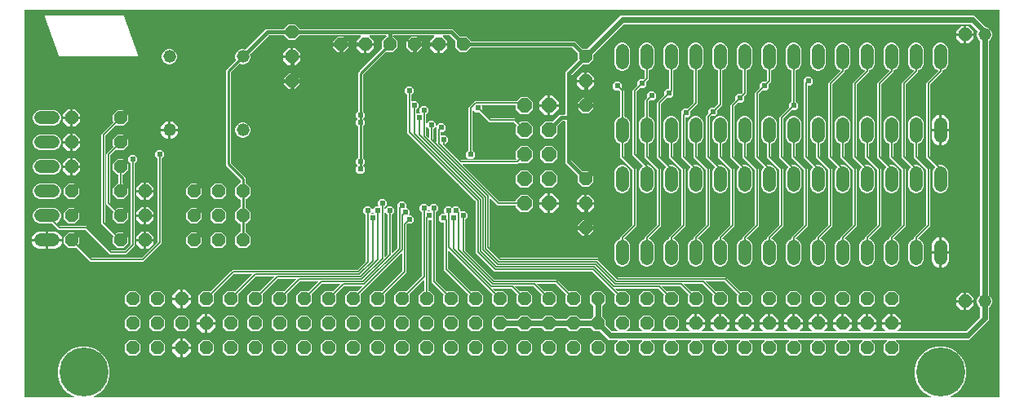
<source format=gbr>
G04 EAGLE Gerber RS-274X export*
G75*
%MOMM*%
%FSLAX34Y34*%
%LPD*%
%INBottom Copper*%
%IPPOS*%
%AMOC8*
5,1,8,0,0,1.08239X$1,22.5*%
G01*
%ADD10C,1.320800*%
%ADD11C,5.080000*%
%ADD12P,1.539592X8X292.500000*%
%ADD13C,1.320800*%
%ADD14P,1.429621X8X22.500000*%
%ADD15P,1.539592X8X112.500000*%
%ADD16P,1.429621X8X292.500000*%
%ADD17P,1.429621X8X202.500000*%
%ADD18P,1.649562X8X292.500000*%
%ADD19C,0.406400*%
%ADD20C,0.609600*%
%ADD21C,0.254000*%
%ADD22C,0.604800*%
%ADD23C,0.127000*%

G36*
X52778Y2011D02*
X52778Y2011D01*
X52838Y2012D01*
X52888Y2031D01*
X52940Y2040D01*
X52992Y2071D01*
X53048Y2092D01*
X53088Y2127D01*
X53134Y2155D01*
X53171Y2201D01*
X53216Y2240D01*
X53241Y2287D01*
X53275Y2329D01*
X53294Y2385D01*
X53322Y2438D01*
X53330Y2491D01*
X53347Y2541D01*
X53345Y2601D01*
X53353Y2660D01*
X53342Y2712D01*
X53340Y2766D01*
X53318Y2821D01*
X53305Y2879D01*
X53276Y2924D01*
X53256Y2973D01*
X53216Y3017D01*
X53183Y3068D01*
X53134Y3107D01*
X53105Y3139D01*
X53074Y3155D01*
X53037Y3184D01*
X47124Y6598D01*
X42158Y11564D01*
X38647Y17646D01*
X36829Y24429D01*
X36829Y31451D01*
X38647Y38234D01*
X42158Y44316D01*
X47124Y49282D01*
X53206Y52793D01*
X59989Y54611D01*
X67011Y54611D01*
X73794Y52793D01*
X79876Y49282D01*
X84842Y44316D01*
X88353Y38234D01*
X90171Y31451D01*
X90171Y24429D01*
X88353Y17646D01*
X84842Y11564D01*
X79876Y6598D01*
X73963Y3184D01*
X73918Y3146D01*
X73866Y3115D01*
X73833Y3074D01*
X73792Y3039D01*
X73763Y2988D01*
X73725Y2941D01*
X73708Y2891D01*
X73682Y2844D01*
X73672Y2785D01*
X73653Y2729D01*
X73655Y2675D01*
X73646Y2623D01*
X73658Y2564D01*
X73660Y2504D01*
X73680Y2455D01*
X73690Y2403D01*
X73722Y2352D01*
X73744Y2297D01*
X73780Y2257D01*
X73808Y2212D01*
X73855Y2175D01*
X73895Y2131D01*
X73943Y2106D01*
X73985Y2074D01*
X74042Y2056D01*
X74095Y2028D01*
X74158Y2019D01*
X74199Y2006D01*
X74234Y2008D01*
X74280Y2001D01*
X941720Y2001D01*
X941778Y2011D01*
X941838Y2012D01*
X941888Y2031D01*
X941940Y2040D01*
X941992Y2071D01*
X942048Y2092D01*
X942088Y2127D01*
X942134Y2155D01*
X942171Y2201D01*
X942216Y2240D01*
X942241Y2287D01*
X942275Y2329D01*
X942294Y2385D01*
X942322Y2438D01*
X942330Y2491D01*
X942347Y2541D01*
X942345Y2601D01*
X942353Y2660D01*
X942342Y2712D01*
X942340Y2766D01*
X942318Y2821D01*
X942305Y2879D01*
X942276Y2924D01*
X942256Y2973D01*
X942216Y3017D01*
X942183Y3068D01*
X942134Y3107D01*
X942105Y3139D01*
X942074Y3155D01*
X942037Y3184D01*
X936124Y6598D01*
X931158Y11564D01*
X927647Y17646D01*
X925829Y24429D01*
X925829Y31451D01*
X927647Y38234D01*
X931158Y44316D01*
X936124Y49282D01*
X942206Y52793D01*
X948989Y54611D01*
X956011Y54611D01*
X962794Y52793D01*
X968876Y49282D01*
X973842Y44316D01*
X977353Y38234D01*
X979171Y31451D01*
X979171Y24429D01*
X977353Y17646D01*
X973842Y11564D01*
X968876Y6598D01*
X962963Y3184D01*
X962918Y3146D01*
X962866Y3115D01*
X962833Y3074D01*
X962792Y3039D01*
X962763Y2988D01*
X962725Y2941D01*
X962708Y2891D01*
X962682Y2844D01*
X962672Y2785D01*
X962653Y2729D01*
X962655Y2675D01*
X962646Y2623D01*
X962658Y2564D01*
X962660Y2504D01*
X962680Y2455D01*
X962690Y2403D01*
X962722Y2352D01*
X962744Y2297D01*
X962780Y2257D01*
X962808Y2212D01*
X962855Y2175D01*
X962895Y2131D01*
X962943Y2106D01*
X962985Y2074D01*
X963042Y2056D01*
X963095Y2028D01*
X963158Y2019D01*
X963199Y2006D01*
X963234Y2008D01*
X963280Y2001D01*
X1013365Y2001D01*
X1013430Y2012D01*
X1013496Y2014D01*
X1013539Y2032D01*
X1013586Y2040D01*
X1013643Y2074D01*
X1013703Y2099D01*
X1013738Y2130D01*
X1013779Y2155D01*
X1013821Y2206D01*
X1013869Y2250D01*
X1013891Y2292D01*
X1013920Y2329D01*
X1013941Y2391D01*
X1013972Y2450D01*
X1013980Y2504D01*
X1013992Y2541D01*
X1013991Y2581D01*
X1013999Y2635D01*
X1013999Y403765D01*
X1013988Y403830D01*
X1013986Y403896D01*
X1013968Y403939D01*
X1013960Y403986D01*
X1013926Y404043D01*
X1013901Y404103D01*
X1013870Y404138D01*
X1013845Y404179D01*
X1013794Y404221D01*
X1013750Y404269D01*
X1013708Y404291D01*
X1013671Y404320D01*
X1013609Y404341D01*
X1013550Y404372D01*
X1013496Y404380D01*
X1013459Y404392D01*
X1013419Y404391D01*
X1013365Y404399D01*
X2635Y404399D01*
X2570Y404388D01*
X2504Y404386D01*
X2461Y404368D01*
X2414Y404360D01*
X2357Y404326D01*
X2297Y404301D01*
X2262Y404270D01*
X2221Y404245D01*
X2179Y404194D01*
X2131Y404150D01*
X2109Y404108D01*
X2080Y404071D01*
X2059Y404009D01*
X2028Y403950D01*
X2020Y403896D01*
X2008Y403859D01*
X2009Y403819D01*
X2001Y403765D01*
X2001Y2635D01*
X2012Y2570D01*
X2014Y2504D01*
X2032Y2461D01*
X2040Y2414D01*
X2074Y2357D01*
X2099Y2297D01*
X2130Y2262D01*
X2155Y2221D01*
X2206Y2179D01*
X2250Y2131D01*
X2292Y2109D01*
X2329Y2080D01*
X2391Y2059D01*
X2450Y2028D01*
X2504Y2020D01*
X2541Y2008D01*
X2581Y2009D01*
X2635Y2001D01*
X52720Y2001D01*
X52778Y2011D01*
G37*
%LPC*%
G36*
X618828Y44957D02*
X618828Y44957D01*
X613917Y49868D01*
X613917Y56812D01*
X617744Y60639D01*
X617794Y60712D01*
X617851Y60781D01*
X617858Y60803D01*
X617872Y60823D01*
X617894Y60909D01*
X617922Y60993D01*
X617922Y61017D01*
X617928Y61040D01*
X617918Y61129D01*
X617916Y61218D01*
X617907Y61240D01*
X617904Y61263D01*
X617865Y61343D01*
X617831Y61425D01*
X617815Y61443D01*
X617805Y61464D01*
X617740Y61525D01*
X617680Y61591D01*
X617659Y61602D01*
X617642Y61618D01*
X617560Y61653D01*
X617480Y61694D01*
X617454Y61697D01*
X617435Y61706D01*
X617385Y61708D01*
X617295Y61721D01*
X607811Y61721D01*
X605096Y64437D01*
X605095Y64437D01*
X599361Y70171D01*
X599326Y70196D01*
X599297Y70227D01*
X599235Y70259D01*
X599177Y70300D01*
X599136Y70310D01*
X599098Y70330D01*
X599008Y70343D01*
X598959Y70356D01*
X598939Y70353D01*
X598912Y70357D01*
X593428Y70357D01*
X589550Y74235D01*
X589515Y74260D01*
X589486Y74291D01*
X589423Y74323D01*
X589365Y74364D01*
X589324Y74374D01*
X589286Y74394D01*
X589197Y74407D01*
X589148Y74420D01*
X589127Y74417D01*
X589101Y74421D01*
X579299Y74421D01*
X579257Y74414D01*
X579215Y74416D01*
X579148Y74394D01*
X579078Y74382D01*
X579042Y74360D01*
X579001Y74347D01*
X578928Y74293D01*
X578885Y74267D01*
X578872Y74251D01*
X578850Y74235D01*
X574972Y70357D01*
X568028Y70357D01*
X564150Y74235D01*
X564115Y74260D01*
X564086Y74291D01*
X564023Y74323D01*
X563965Y74364D01*
X563924Y74374D01*
X563886Y74394D01*
X563797Y74407D01*
X563748Y74420D01*
X563727Y74417D01*
X563701Y74421D01*
X553899Y74421D01*
X553857Y74414D01*
X553815Y74416D01*
X553748Y74394D01*
X553678Y74382D01*
X553642Y74360D01*
X553601Y74347D01*
X553528Y74293D01*
X553485Y74267D01*
X553472Y74251D01*
X553450Y74235D01*
X549572Y70357D01*
X542628Y70357D01*
X538750Y74235D01*
X538715Y74260D01*
X538686Y74291D01*
X538623Y74323D01*
X538565Y74364D01*
X538524Y74374D01*
X538486Y74394D01*
X538397Y74407D01*
X538348Y74420D01*
X538327Y74417D01*
X538301Y74421D01*
X528499Y74421D01*
X528457Y74414D01*
X528415Y74416D01*
X528348Y74394D01*
X528278Y74382D01*
X528242Y74360D01*
X528201Y74347D01*
X528128Y74293D01*
X528085Y74267D01*
X528072Y74251D01*
X528050Y74235D01*
X524172Y70357D01*
X517228Y70357D01*
X513350Y74235D01*
X513315Y74260D01*
X513286Y74291D01*
X513223Y74323D01*
X513165Y74364D01*
X513124Y74374D01*
X513086Y74394D01*
X512997Y74407D01*
X512948Y74420D01*
X512927Y74417D01*
X512901Y74421D01*
X503099Y74421D01*
X503057Y74414D01*
X503015Y74416D01*
X502948Y74394D01*
X502878Y74382D01*
X502842Y74360D01*
X502801Y74347D01*
X502728Y74293D01*
X502685Y74267D01*
X502672Y74251D01*
X502650Y74235D01*
X498772Y70357D01*
X491828Y70357D01*
X486917Y75268D01*
X486917Y82212D01*
X491828Y87123D01*
X498772Y87123D01*
X502650Y83245D01*
X502685Y83220D01*
X502714Y83189D01*
X502777Y83157D01*
X502835Y83116D01*
X502876Y83106D01*
X502914Y83086D01*
X503003Y83073D01*
X503052Y83060D01*
X503073Y83063D01*
X503099Y83059D01*
X512901Y83059D01*
X512943Y83066D01*
X512985Y83064D01*
X513052Y83086D01*
X513122Y83098D01*
X513158Y83120D01*
X513199Y83133D01*
X513272Y83187D01*
X513315Y83213D01*
X513328Y83229D01*
X513350Y83245D01*
X517228Y87123D01*
X524172Y87123D01*
X528050Y83245D01*
X528085Y83220D01*
X528114Y83189D01*
X528177Y83157D01*
X528235Y83116D01*
X528276Y83106D01*
X528314Y83086D01*
X528403Y83073D01*
X528452Y83060D01*
X528473Y83063D01*
X528499Y83059D01*
X538301Y83059D01*
X538343Y83066D01*
X538385Y83064D01*
X538452Y83086D01*
X538522Y83098D01*
X538558Y83120D01*
X538599Y83133D01*
X538672Y83187D01*
X538715Y83213D01*
X538728Y83229D01*
X538750Y83245D01*
X542628Y87123D01*
X549572Y87123D01*
X553450Y83245D01*
X553485Y83220D01*
X553514Y83189D01*
X553577Y83157D01*
X553635Y83116D01*
X553676Y83106D01*
X553714Y83086D01*
X553803Y83073D01*
X553852Y83060D01*
X553873Y83063D01*
X553899Y83059D01*
X563701Y83059D01*
X563743Y83066D01*
X563785Y83064D01*
X563852Y83086D01*
X563922Y83098D01*
X563958Y83120D01*
X563999Y83133D01*
X564072Y83187D01*
X564115Y83213D01*
X564128Y83229D01*
X564150Y83245D01*
X568028Y87123D01*
X574972Y87123D01*
X578850Y83245D01*
X578885Y83220D01*
X578914Y83189D01*
X578977Y83157D01*
X579035Y83116D01*
X579076Y83106D01*
X579114Y83086D01*
X579203Y83073D01*
X579252Y83060D01*
X579273Y83063D01*
X579299Y83059D01*
X589101Y83059D01*
X589143Y83066D01*
X589185Y83064D01*
X589252Y83086D01*
X589322Y83098D01*
X589358Y83120D01*
X589399Y83133D01*
X589472Y83187D01*
X589515Y83213D01*
X589528Y83229D01*
X589550Y83245D01*
X592395Y86090D01*
X592420Y86125D01*
X592451Y86154D01*
X592483Y86217D01*
X592524Y86275D01*
X592534Y86316D01*
X592554Y86354D01*
X592567Y86443D01*
X592580Y86492D01*
X592577Y86513D01*
X592581Y86539D01*
X592581Y96341D01*
X592574Y96383D01*
X592576Y96425D01*
X592554Y96492D01*
X592542Y96562D01*
X592520Y96598D01*
X592507Y96639D01*
X592453Y96712D01*
X592427Y96755D01*
X592411Y96768D01*
X592395Y96790D01*
X588517Y100668D01*
X588517Y107612D01*
X593428Y112523D01*
X600372Y112523D01*
X605283Y107612D01*
X605283Y100668D01*
X601405Y96790D01*
X601380Y96755D01*
X601349Y96726D01*
X601317Y96663D01*
X601276Y96605D01*
X601266Y96564D01*
X601246Y96526D01*
X601233Y96437D01*
X601220Y96388D01*
X601223Y96367D01*
X601219Y96341D01*
X601219Y86539D01*
X601226Y86497D01*
X601224Y86455D01*
X601246Y86388D01*
X601258Y86318D01*
X601280Y86282D01*
X601293Y86241D01*
X601347Y86168D01*
X601373Y86125D01*
X601389Y86112D01*
X601405Y86090D01*
X605283Y82212D01*
X605283Y76728D01*
X605290Y76686D01*
X605288Y76643D01*
X605310Y76576D01*
X605322Y76507D01*
X605344Y76470D01*
X605357Y76430D01*
X605411Y76357D01*
X605437Y76314D01*
X605453Y76300D01*
X605469Y76279D01*
X611203Y70545D01*
X611238Y70520D01*
X611267Y70489D01*
X611329Y70457D01*
X611387Y70416D01*
X611428Y70406D01*
X611466Y70386D01*
X611556Y70373D01*
X611605Y70360D01*
X611625Y70363D01*
X611652Y70359D01*
X617295Y70359D01*
X617383Y70375D01*
X617471Y70384D01*
X617493Y70394D01*
X617516Y70398D01*
X617593Y70444D01*
X617672Y70483D01*
X617689Y70500D01*
X617709Y70513D01*
X617765Y70582D01*
X617826Y70646D01*
X617836Y70668D01*
X617851Y70687D01*
X617879Y70771D01*
X617914Y70853D01*
X617915Y70877D01*
X617922Y70899D01*
X617920Y70988D01*
X617924Y71077D01*
X617916Y71100D01*
X617916Y71124D01*
X617882Y71206D01*
X617855Y71291D01*
X617839Y71312D01*
X617831Y71331D01*
X617797Y71369D01*
X617744Y71441D01*
X613917Y75268D01*
X613917Y82212D01*
X618828Y87123D01*
X625772Y87123D01*
X630683Y82212D01*
X630683Y75268D01*
X626856Y71441D01*
X626806Y71368D01*
X626749Y71299D01*
X626742Y71277D01*
X626728Y71257D01*
X626706Y71171D01*
X626678Y71087D01*
X626678Y71063D01*
X626672Y71040D01*
X626682Y70951D01*
X626684Y70862D01*
X626693Y70840D01*
X626696Y70817D01*
X626735Y70737D01*
X626769Y70655D01*
X626785Y70637D01*
X626795Y70616D01*
X626860Y70555D01*
X626920Y70489D01*
X626941Y70478D01*
X626958Y70462D01*
X627040Y70427D01*
X627120Y70386D01*
X627146Y70383D01*
X627165Y70374D01*
X627215Y70372D01*
X627305Y70359D01*
X642695Y70359D01*
X642783Y70375D01*
X642871Y70384D01*
X642893Y70394D01*
X642916Y70398D01*
X642993Y70444D01*
X643072Y70483D01*
X643089Y70500D01*
X643109Y70513D01*
X643165Y70582D01*
X643226Y70646D01*
X643236Y70668D01*
X643251Y70687D01*
X643279Y70771D01*
X643314Y70853D01*
X643315Y70877D01*
X643322Y70899D01*
X643320Y70988D01*
X643324Y71077D01*
X643316Y71100D01*
X643316Y71124D01*
X643282Y71206D01*
X643255Y71291D01*
X643239Y71312D01*
X643231Y71331D01*
X643197Y71369D01*
X643144Y71441D01*
X639317Y75268D01*
X639317Y82212D01*
X644228Y87123D01*
X651172Y87123D01*
X656083Y82212D01*
X656083Y75268D01*
X652256Y71441D01*
X652206Y71368D01*
X652149Y71299D01*
X652142Y71277D01*
X652128Y71257D01*
X652106Y71171D01*
X652078Y71087D01*
X652078Y71063D01*
X652072Y71040D01*
X652082Y70951D01*
X652084Y70862D01*
X652093Y70840D01*
X652096Y70817D01*
X652135Y70737D01*
X652169Y70655D01*
X652185Y70637D01*
X652195Y70616D01*
X652260Y70555D01*
X652320Y70489D01*
X652341Y70478D01*
X652358Y70462D01*
X652440Y70427D01*
X652520Y70386D01*
X652546Y70383D01*
X652565Y70374D01*
X652615Y70372D01*
X652705Y70359D01*
X668095Y70359D01*
X668183Y70375D01*
X668271Y70384D01*
X668293Y70394D01*
X668316Y70398D01*
X668393Y70444D01*
X668472Y70483D01*
X668489Y70500D01*
X668509Y70513D01*
X668565Y70582D01*
X668626Y70646D01*
X668636Y70668D01*
X668651Y70687D01*
X668679Y70771D01*
X668714Y70853D01*
X668715Y70877D01*
X668722Y70899D01*
X668720Y70988D01*
X668724Y71077D01*
X668716Y71100D01*
X668716Y71124D01*
X668682Y71206D01*
X668655Y71291D01*
X668639Y71312D01*
X668631Y71331D01*
X668597Y71369D01*
X668544Y71441D01*
X664717Y75268D01*
X664717Y82212D01*
X669628Y87123D01*
X676572Y87123D01*
X681483Y82212D01*
X681483Y75268D01*
X677656Y71441D01*
X677606Y71368D01*
X677549Y71299D01*
X677542Y71277D01*
X677528Y71257D01*
X677506Y71171D01*
X677478Y71087D01*
X677478Y71063D01*
X677472Y71040D01*
X677482Y70951D01*
X677484Y70862D01*
X677493Y70840D01*
X677496Y70817D01*
X677535Y70737D01*
X677569Y70655D01*
X677585Y70637D01*
X677595Y70616D01*
X677660Y70555D01*
X677720Y70489D01*
X677741Y70478D01*
X677758Y70462D01*
X677840Y70427D01*
X677920Y70386D01*
X677946Y70383D01*
X677965Y70374D01*
X678015Y70372D01*
X678105Y70359D01*
X691699Y70359D01*
X691787Y70375D01*
X691875Y70384D01*
X691896Y70394D01*
X691920Y70398D01*
X691997Y70444D01*
X692076Y70483D01*
X692093Y70500D01*
X692113Y70513D01*
X692169Y70582D01*
X692230Y70646D01*
X692239Y70668D01*
X692254Y70687D01*
X692283Y70771D01*
X692318Y70853D01*
X692319Y70877D01*
X692326Y70899D01*
X692324Y70988D01*
X692328Y71077D01*
X692320Y71100D01*
X692320Y71124D01*
X692286Y71206D01*
X692259Y71291D01*
X692243Y71312D01*
X692235Y71331D01*
X692201Y71369D01*
X692148Y71441D01*
X688847Y74742D01*
X688847Y77471D01*
X697865Y77471D01*
X697930Y77482D01*
X697995Y77484D01*
X698039Y77502D01*
X698086Y77510D01*
X698142Y77544D01*
X698203Y77569D01*
X698238Y77600D01*
X698279Y77625D01*
X698320Y77676D01*
X698369Y77720D01*
X698391Y77762D01*
X698420Y77799D01*
X698441Y77861D01*
X698471Y77920D01*
X698480Y77974D01*
X698492Y78011D01*
X698492Y78017D01*
X698491Y78052D01*
X698499Y78105D01*
X698499Y78741D01*
X698501Y78741D01*
X698501Y78105D01*
X698513Y78040D01*
X698514Y77974D01*
X698532Y77931D01*
X698541Y77884D01*
X698574Y77827D01*
X698599Y77767D01*
X698631Y77732D01*
X698655Y77691D01*
X698706Y77650D01*
X698750Y77601D01*
X698792Y77579D01*
X698829Y77550D01*
X698891Y77529D01*
X698950Y77498D01*
X699004Y77490D01*
X699041Y77478D01*
X699081Y77479D01*
X699135Y77471D01*
X708153Y77471D01*
X708153Y74742D01*
X704852Y71441D01*
X704802Y71368D01*
X704746Y71299D01*
X704738Y71277D01*
X704724Y71257D01*
X704702Y71171D01*
X704674Y71087D01*
X704674Y71063D01*
X704668Y71040D01*
X704678Y70951D01*
X704680Y70862D01*
X704689Y70840D01*
X704692Y70817D01*
X704731Y70737D01*
X704765Y70655D01*
X704781Y70637D01*
X704791Y70616D01*
X704856Y70555D01*
X704916Y70489D01*
X704937Y70478D01*
X704954Y70462D01*
X705036Y70427D01*
X705116Y70386D01*
X705142Y70383D01*
X705161Y70374D01*
X705211Y70372D01*
X705301Y70359D01*
X717099Y70359D01*
X717187Y70375D01*
X717275Y70384D01*
X717296Y70394D01*
X717320Y70398D01*
X717397Y70444D01*
X717476Y70483D01*
X717493Y70500D01*
X717513Y70513D01*
X717569Y70582D01*
X717630Y70646D01*
X717639Y70668D01*
X717654Y70687D01*
X717683Y70771D01*
X717718Y70853D01*
X717719Y70877D01*
X717726Y70899D01*
X717724Y70988D01*
X717728Y71077D01*
X717720Y71100D01*
X717720Y71124D01*
X717686Y71206D01*
X717659Y71291D01*
X717643Y71312D01*
X717635Y71331D01*
X717601Y71369D01*
X717548Y71441D01*
X714247Y74742D01*
X714247Y77471D01*
X723265Y77471D01*
X723330Y77482D01*
X723395Y77484D01*
X723439Y77502D01*
X723486Y77510D01*
X723542Y77544D01*
X723603Y77569D01*
X723638Y77600D01*
X723679Y77625D01*
X723720Y77676D01*
X723769Y77720D01*
X723791Y77762D01*
X723820Y77799D01*
X723841Y77861D01*
X723871Y77920D01*
X723880Y77974D01*
X723892Y78011D01*
X723892Y78017D01*
X723891Y78052D01*
X723899Y78105D01*
X723899Y78741D01*
X723901Y78741D01*
X723901Y78105D01*
X723913Y78040D01*
X723914Y77974D01*
X723932Y77931D01*
X723941Y77884D01*
X723974Y77827D01*
X723999Y77767D01*
X724031Y77732D01*
X724055Y77691D01*
X724106Y77650D01*
X724150Y77601D01*
X724192Y77579D01*
X724229Y77550D01*
X724291Y77529D01*
X724350Y77498D01*
X724404Y77490D01*
X724441Y77478D01*
X724481Y77479D01*
X724535Y77471D01*
X733553Y77471D01*
X733553Y74742D01*
X730252Y71441D01*
X730202Y71368D01*
X730146Y71299D01*
X730138Y71277D01*
X730124Y71257D01*
X730102Y71171D01*
X730074Y71087D01*
X730074Y71063D01*
X730068Y71040D01*
X730078Y70951D01*
X730080Y70862D01*
X730089Y70840D01*
X730092Y70817D01*
X730131Y70737D01*
X730165Y70655D01*
X730181Y70637D01*
X730191Y70616D01*
X730256Y70555D01*
X730316Y70489D01*
X730337Y70478D01*
X730354Y70462D01*
X730436Y70427D01*
X730516Y70386D01*
X730542Y70383D01*
X730561Y70374D01*
X730611Y70372D01*
X730701Y70359D01*
X742499Y70359D01*
X742587Y70375D01*
X742675Y70384D01*
X742696Y70394D01*
X742720Y70398D01*
X742797Y70444D01*
X742876Y70483D01*
X742893Y70500D01*
X742913Y70513D01*
X742969Y70582D01*
X743030Y70646D01*
X743039Y70668D01*
X743054Y70687D01*
X743083Y70771D01*
X743118Y70853D01*
X743119Y70877D01*
X743126Y70899D01*
X743124Y70988D01*
X743128Y71077D01*
X743120Y71100D01*
X743120Y71124D01*
X743086Y71206D01*
X743059Y71291D01*
X743043Y71312D01*
X743035Y71331D01*
X743001Y71369D01*
X742948Y71441D01*
X739647Y74742D01*
X739647Y77471D01*
X748665Y77471D01*
X748730Y77482D01*
X748795Y77484D01*
X748839Y77502D01*
X748886Y77510D01*
X748942Y77544D01*
X749003Y77569D01*
X749038Y77600D01*
X749079Y77625D01*
X749120Y77676D01*
X749169Y77720D01*
X749191Y77762D01*
X749220Y77799D01*
X749241Y77861D01*
X749271Y77920D01*
X749280Y77974D01*
X749292Y78011D01*
X749292Y78017D01*
X749291Y78052D01*
X749299Y78105D01*
X749299Y78741D01*
X749301Y78741D01*
X749301Y78105D01*
X749313Y78040D01*
X749314Y77974D01*
X749332Y77931D01*
X749341Y77884D01*
X749374Y77827D01*
X749399Y77767D01*
X749431Y77732D01*
X749455Y77691D01*
X749506Y77650D01*
X749550Y77601D01*
X749592Y77579D01*
X749629Y77550D01*
X749691Y77529D01*
X749750Y77498D01*
X749804Y77490D01*
X749841Y77478D01*
X749881Y77479D01*
X749935Y77471D01*
X758953Y77471D01*
X758953Y74742D01*
X755652Y71441D01*
X755602Y71368D01*
X755546Y71299D01*
X755538Y71277D01*
X755524Y71257D01*
X755502Y71171D01*
X755474Y71087D01*
X755474Y71063D01*
X755468Y71040D01*
X755478Y70951D01*
X755480Y70862D01*
X755489Y70840D01*
X755492Y70817D01*
X755531Y70737D01*
X755565Y70655D01*
X755581Y70637D01*
X755591Y70616D01*
X755656Y70555D01*
X755716Y70489D01*
X755737Y70478D01*
X755754Y70462D01*
X755836Y70427D01*
X755916Y70386D01*
X755942Y70383D01*
X755961Y70374D01*
X756011Y70372D01*
X756101Y70359D01*
X767899Y70359D01*
X767987Y70375D01*
X768075Y70384D01*
X768096Y70394D01*
X768120Y70398D01*
X768197Y70444D01*
X768276Y70483D01*
X768293Y70500D01*
X768313Y70513D01*
X768369Y70582D01*
X768430Y70646D01*
X768439Y70668D01*
X768454Y70687D01*
X768483Y70771D01*
X768518Y70853D01*
X768519Y70877D01*
X768526Y70899D01*
X768524Y70988D01*
X768528Y71077D01*
X768520Y71100D01*
X768520Y71124D01*
X768486Y71206D01*
X768459Y71291D01*
X768443Y71312D01*
X768435Y71331D01*
X768401Y71369D01*
X768348Y71441D01*
X765047Y74742D01*
X765047Y77471D01*
X774065Y77471D01*
X774130Y77482D01*
X774195Y77484D01*
X774239Y77502D01*
X774286Y77510D01*
X774342Y77544D01*
X774403Y77569D01*
X774438Y77600D01*
X774479Y77625D01*
X774520Y77676D01*
X774569Y77720D01*
X774591Y77762D01*
X774620Y77799D01*
X774641Y77861D01*
X774671Y77920D01*
X774680Y77974D01*
X774692Y78011D01*
X774692Y78017D01*
X774691Y78052D01*
X774699Y78105D01*
X774699Y78741D01*
X774701Y78741D01*
X774701Y78105D01*
X774713Y78040D01*
X774714Y77974D01*
X774732Y77931D01*
X774741Y77884D01*
X774774Y77827D01*
X774799Y77767D01*
X774831Y77732D01*
X774855Y77691D01*
X774906Y77650D01*
X774950Y77601D01*
X774992Y77579D01*
X775029Y77550D01*
X775091Y77529D01*
X775150Y77498D01*
X775204Y77490D01*
X775241Y77478D01*
X775281Y77479D01*
X775335Y77471D01*
X784353Y77471D01*
X784353Y74742D01*
X781052Y71441D01*
X781002Y71368D01*
X780946Y71299D01*
X780938Y71277D01*
X780924Y71257D01*
X780902Y71171D01*
X780874Y71087D01*
X780874Y71063D01*
X780868Y71040D01*
X780878Y70951D01*
X780880Y70862D01*
X780889Y70840D01*
X780892Y70817D01*
X780931Y70737D01*
X780965Y70655D01*
X780981Y70637D01*
X780991Y70616D01*
X781056Y70555D01*
X781116Y70489D01*
X781137Y70478D01*
X781154Y70462D01*
X781236Y70427D01*
X781316Y70386D01*
X781342Y70383D01*
X781361Y70374D01*
X781411Y70372D01*
X781501Y70359D01*
X793299Y70359D01*
X793387Y70375D01*
X793475Y70384D01*
X793496Y70394D01*
X793520Y70398D01*
X793597Y70444D01*
X793676Y70483D01*
X793693Y70500D01*
X793713Y70513D01*
X793769Y70582D01*
X793830Y70646D01*
X793839Y70668D01*
X793854Y70687D01*
X793883Y70771D01*
X793918Y70853D01*
X793919Y70877D01*
X793926Y70899D01*
X793924Y70988D01*
X793928Y71077D01*
X793920Y71100D01*
X793920Y71124D01*
X793886Y71206D01*
X793859Y71291D01*
X793843Y71312D01*
X793835Y71331D01*
X793801Y71369D01*
X793748Y71441D01*
X790447Y74742D01*
X790447Y77471D01*
X799465Y77471D01*
X799530Y77482D01*
X799595Y77484D01*
X799639Y77502D01*
X799686Y77510D01*
X799742Y77544D01*
X799803Y77569D01*
X799838Y77600D01*
X799879Y77625D01*
X799920Y77676D01*
X799969Y77720D01*
X799991Y77762D01*
X800020Y77799D01*
X800041Y77861D01*
X800071Y77920D01*
X800080Y77974D01*
X800092Y78011D01*
X800092Y78017D01*
X800091Y78052D01*
X800099Y78105D01*
X800099Y78741D01*
X800101Y78741D01*
X800101Y78105D01*
X800113Y78040D01*
X800114Y77974D01*
X800132Y77931D01*
X800141Y77884D01*
X800174Y77827D01*
X800199Y77767D01*
X800231Y77732D01*
X800255Y77691D01*
X800306Y77650D01*
X800350Y77601D01*
X800392Y77579D01*
X800429Y77550D01*
X800491Y77529D01*
X800550Y77498D01*
X800604Y77490D01*
X800641Y77478D01*
X800681Y77479D01*
X800735Y77471D01*
X809753Y77471D01*
X809753Y74742D01*
X806452Y71441D01*
X806402Y71368D01*
X806346Y71299D01*
X806338Y71277D01*
X806324Y71257D01*
X806302Y71171D01*
X806274Y71087D01*
X806274Y71063D01*
X806268Y71040D01*
X806278Y70951D01*
X806280Y70862D01*
X806289Y70840D01*
X806292Y70817D01*
X806331Y70737D01*
X806365Y70655D01*
X806381Y70637D01*
X806391Y70616D01*
X806456Y70555D01*
X806516Y70489D01*
X806537Y70478D01*
X806554Y70462D01*
X806636Y70427D01*
X806716Y70386D01*
X806742Y70383D01*
X806761Y70374D01*
X806811Y70372D01*
X806901Y70359D01*
X818699Y70359D01*
X818787Y70375D01*
X818875Y70384D01*
X818896Y70394D01*
X818920Y70398D01*
X818997Y70444D01*
X819076Y70483D01*
X819093Y70500D01*
X819113Y70513D01*
X819169Y70582D01*
X819230Y70646D01*
X819239Y70668D01*
X819254Y70687D01*
X819283Y70771D01*
X819318Y70853D01*
X819319Y70877D01*
X819326Y70899D01*
X819324Y70988D01*
X819328Y71077D01*
X819320Y71100D01*
X819320Y71124D01*
X819286Y71206D01*
X819259Y71291D01*
X819243Y71312D01*
X819235Y71331D01*
X819201Y71369D01*
X819148Y71441D01*
X815847Y74742D01*
X815847Y77471D01*
X824865Y77471D01*
X824930Y77482D01*
X824995Y77484D01*
X825039Y77502D01*
X825086Y77510D01*
X825142Y77544D01*
X825203Y77569D01*
X825238Y77600D01*
X825279Y77625D01*
X825320Y77676D01*
X825369Y77720D01*
X825391Y77762D01*
X825420Y77799D01*
X825441Y77861D01*
X825471Y77920D01*
X825480Y77974D01*
X825492Y78011D01*
X825492Y78017D01*
X825491Y78052D01*
X825499Y78105D01*
X825499Y78741D01*
X825501Y78741D01*
X825501Y78105D01*
X825513Y78040D01*
X825514Y77974D01*
X825532Y77931D01*
X825541Y77884D01*
X825574Y77827D01*
X825599Y77767D01*
X825631Y77732D01*
X825655Y77691D01*
X825706Y77650D01*
X825750Y77601D01*
X825792Y77579D01*
X825829Y77550D01*
X825891Y77529D01*
X825950Y77498D01*
X826004Y77490D01*
X826041Y77478D01*
X826081Y77479D01*
X826135Y77471D01*
X835153Y77471D01*
X835153Y74742D01*
X831852Y71441D01*
X831802Y71368D01*
X831746Y71299D01*
X831738Y71277D01*
X831724Y71257D01*
X831702Y71171D01*
X831674Y71087D01*
X831674Y71063D01*
X831668Y71040D01*
X831678Y70951D01*
X831680Y70862D01*
X831689Y70840D01*
X831692Y70817D01*
X831731Y70737D01*
X831765Y70655D01*
X831781Y70637D01*
X831791Y70616D01*
X831856Y70555D01*
X831916Y70489D01*
X831937Y70478D01*
X831954Y70462D01*
X832036Y70427D01*
X832116Y70386D01*
X832142Y70383D01*
X832161Y70374D01*
X832211Y70372D01*
X832301Y70359D01*
X844099Y70359D01*
X844187Y70375D01*
X844275Y70384D01*
X844296Y70394D01*
X844320Y70398D01*
X844397Y70444D01*
X844476Y70483D01*
X844493Y70500D01*
X844513Y70513D01*
X844569Y70582D01*
X844630Y70646D01*
X844639Y70668D01*
X844654Y70687D01*
X844683Y70771D01*
X844718Y70853D01*
X844719Y70877D01*
X844726Y70899D01*
X844724Y70988D01*
X844728Y71077D01*
X844720Y71100D01*
X844720Y71124D01*
X844686Y71206D01*
X844659Y71291D01*
X844643Y71312D01*
X844635Y71331D01*
X844601Y71369D01*
X844548Y71441D01*
X841247Y74742D01*
X841247Y77471D01*
X850265Y77471D01*
X850330Y77482D01*
X850395Y77484D01*
X850439Y77502D01*
X850486Y77510D01*
X850542Y77544D01*
X850603Y77569D01*
X850638Y77600D01*
X850679Y77625D01*
X850720Y77676D01*
X850769Y77720D01*
X850791Y77762D01*
X850820Y77799D01*
X850841Y77861D01*
X850871Y77920D01*
X850880Y77974D01*
X850892Y78011D01*
X850892Y78017D01*
X850891Y78052D01*
X850899Y78105D01*
X850899Y78741D01*
X850901Y78741D01*
X850901Y78105D01*
X850913Y78040D01*
X850914Y77974D01*
X850932Y77931D01*
X850941Y77884D01*
X850974Y77827D01*
X850999Y77767D01*
X851031Y77732D01*
X851055Y77691D01*
X851106Y77650D01*
X851150Y77601D01*
X851192Y77579D01*
X851229Y77550D01*
X851291Y77529D01*
X851350Y77498D01*
X851404Y77490D01*
X851441Y77478D01*
X851481Y77479D01*
X851535Y77471D01*
X860553Y77471D01*
X860553Y74742D01*
X857252Y71441D01*
X857202Y71368D01*
X857146Y71299D01*
X857138Y71277D01*
X857124Y71257D01*
X857102Y71171D01*
X857074Y71087D01*
X857074Y71063D01*
X857068Y71040D01*
X857078Y70951D01*
X857080Y70862D01*
X857089Y70840D01*
X857092Y70817D01*
X857131Y70737D01*
X857165Y70655D01*
X857181Y70637D01*
X857191Y70616D01*
X857256Y70555D01*
X857316Y70489D01*
X857337Y70478D01*
X857354Y70462D01*
X857436Y70427D01*
X857516Y70386D01*
X857542Y70383D01*
X857561Y70374D01*
X857611Y70372D01*
X857701Y70359D01*
X869499Y70359D01*
X869587Y70375D01*
X869675Y70384D01*
X869696Y70394D01*
X869720Y70398D01*
X869797Y70444D01*
X869876Y70483D01*
X869893Y70500D01*
X869913Y70513D01*
X869969Y70582D01*
X870030Y70646D01*
X870039Y70668D01*
X870054Y70687D01*
X870083Y70771D01*
X870118Y70853D01*
X870119Y70877D01*
X870126Y70899D01*
X870124Y70988D01*
X870128Y71077D01*
X870120Y71100D01*
X870120Y71124D01*
X870086Y71206D01*
X870059Y71291D01*
X870043Y71312D01*
X870035Y71331D01*
X870001Y71369D01*
X869948Y71441D01*
X866647Y74742D01*
X866647Y77471D01*
X875665Y77471D01*
X875730Y77482D01*
X875795Y77484D01*
X875839Y77502D01*
X875886Y77510D01*
X875942Y77544D01*
X876003Y77569D01*
X876038Y77600D01*
X876079Y77625D01*
X876120Y77676D01*
X876169Y77720D01*
X876191Y77762D01*
X876220Y77799D01*
X876241Y77861D01*
X876271Y77920D01*
X876280Y77974D01*
X876292Y78011D01*
X876292Y78017D01*
X876291Y78052D01*
X876299Y78105D01*
X876299Y78741D01*
X876301Y78741D01*
X876301Y78105D01*
X876313Y78040D01*
X876314Y77974D01*
X876332Y77931D01*
X876341Y77884D01*
X876374Y77827D01*
X876399Y77767D01*
X876431Y77732D01*
X876455Y77691D01*
X876506Y77650D01*
X876550Y77601D01*
X876592Y77579D01*
X876629Y77550D01*
X876691Y77529D01*
X876750Y77498D01*
X876804Y77490D01*
X876841Y77478D01*
X876881Y77479D01*
X876935Y77471D01*
X885953Y77471D01*
X885953Y74742D01*
X882652Y71441D01*
X882602Y71368D01*
X882546Y71299D01*
X882538Y71277D01*
X882524Y71257D01*
X882502Y71171D01*
X882474Y71087D01*
X882474Y71063D01*
X882468Y71040D01*
X882478Y70951D01*
X882480Y70862D01*
X882489Y70840D01*
X882492Y70817D01*
X882531Y70737D01*
X882565Y70655D01*
X882581Y70637D01*
X882591Y70616D01*
X882656Y70555D01*
X882716Y70489D01*
X882737Y70478D01*
X882754Y70462D01*
X882836Y70427D01*
X882916Y70386D01*
X882942Y70383D01*
X882961Y70374D01*
X883011Y70372D01*
X883101Y70359D01*
X894899Y70359D01*
X894987Y70375D01*
X895075Y70384D01*
X895096Y70394D01*
X895120Y70398D01*
X895197Y70444D01*
X895276Y70483D01*
X895293Y70500D01*
X895313Y70513D01*
X895369Y70582D01*
X895430Y70646D01*
X895439Y70668D01*
X895454Y70687D01*
X895483Y70771D01*
X895518Y70853D01*
X895519Y70877D01*
X895526Y70899D01*
X895524Y70988D01*
X895528Y71077D01*
X895520Y71100D01*
X895520Y71124D01*
X895486Y71206D01*
X895459Y71291D01*
X895443Y71312D01*
X895435Y71331D01*
X895401Y71369D01*
X895348Y71441D01*
X892047Y74742D01*
X892047Y77471D01*
X901065Y77471D01*
X901130Y77482D01*
X901195Y77484D01*
X901239Y77502D01*
X901286Y77510D01*
X901342Y77544D01*
X901403Y77569D01*
X901438Y77600D01*
X901479Y77625D01*
X901520Y77676D01*
X901569Y77720D01*
X901591Y77762D01*
X901620Y77799D01*
X901641Y77861D01*
X901671Y77920D01*
X901680Y77974D01*
X901692Y78011D01*
X901692Y78017D01*
X901691Y78052D01*
X901699Y78105D01*
X901699Y78741D01*
X901701Y78741D01*
X901701Y78105D01*
X901713Y78040D01*
X901714Y77974D01*
X901732Y77931D01*
X901741Y77884D01*
X901774Y77827D01*
X901799Y77767D01*
X901831Y77732D01*
X901855Y77691D01*
X901906Y77650D01*
X901950Y77601D01*
X901992Y77579D01*
X902029Y77550D01*
X902091Y77529D01*
X902150Y77498D01*
X902204Y77490D01*
X902241Y77478D01*
X902281Y77479D01*
X902335Y77471D01*
X911353Y77471D01*
X911353Y74742D01*
X908052Y71441D01*
X908002Y71368D01*
X907946Y71299D01*
X907938Y71277D01*
X907924Y71257D01*
X907902Y71171D01*
X907874Y71087D01*
X907874Y71063D01*
X907868Y71040D01*
X907878Y70951D01*
X907880Y70862D01*
X907889Y70840D01*
X907892Y70817D01*
X907931Y70737D01*
X907965Y70655D01*
X907981Y70637D01*
X907991Y70616D01*
X908056Y70555D01*
X908116Y70489D01*
X908137Y70478D01*
X908154Y70462D01*
X908236Y70427D01*
X908316Y70386D01*
X908342Y70383D01*
X908361Y70374D01*
X908411Y70372D01*
X908501Y70359D01*
X978388Y70359D01*
X978430Y70366D01*
X978473Y70364D01*
X978540Y70386D01*
X978609Y70398D01*
X978646Y70420D01*
X978686Y70433D01*
X978759Y70487D01*
X978802Y70513D01*
X978816Y70529D01*
X978837Y70545D01*
X993715Y85423D01*
X993740Y85458D01*
X993771Y85487D01*
X993803Y85549D01*
X993844Y85607D01*
X993854Y85648D01*
X993874Y85686D01*
X993887Y85776D01*
X993900Y85825D01*
X993897Y85845D01*
X993901Y85872D01*
X993901Y94519D01*
X993894Y94561D01*
X993896Y94604D01*
X993874Y94671D01*
X993862Y94740D01*
X993840Y94777D01*
X993827Y94817D01*
X993773Y94890D01*
X993747Y94934D01*
X993731Y94947D01*
X993715Y94968D01*
X991544Y97139D01*
X990345Y100034D01*
X990345Y103166D01*
X991544Y106061D01*
X993715Y108232D01*
X993740Y108267D01*
X993771Y108296D01*
X993803Y108358D01*
X993844Y108416D01*
X993854Y108457D01*
X993874Y108495D01*
X993887Y108585D01*
X993900Y108634D01*
X993897Y108654D01*
X993901Y108681D01*
X993901Y371379D01*
X993894Y371421D01*
X993896Y371464D01*
X993874Y371531D01*
X993862Y371600D01*
X993840Y371637D01*
X993827Y371677D01*
X993773Y371750D01*
X993747Y371793D01*
X993731Y371807D01*
X993715Y371828D01*
X991544Y373999D01*
X990345Y376894D01*
X990345Y380026D01*
X990986Y381573D01*
X990997Y381626D01*
X991018Y381676D01*
X991021Y381734D01*
X991034Y381792D01*
X991026Y381846D01*
X991028Y381900D01*
X991010Y381956D01*
X991002Y382014D01*
X990976Y382062D01*
X990960Y382113D01*
X990918Y382171D01*
X990895Y382211D01*
X990872Y382232D01*
X990848Y382264D01*
X983917Y389195D01*
X983882Y389220D01*
X983853Y389251D01*
X983791Y389283D01*
X983733Y389324D01*
X983692Y389334D01*
X983654Y389354D01*
X983564Y389367D01*
X983515Y389380D01*
X983495Y389377D01*
X983468Y389381D01*
X624352Y389381D01*
X624310Y389374D01*
X624267Y389376D01*
X624200Y389354D01*
X624131Y389342D01*
X624094Y389320D01*
X624054Y389307D01*
X623981Y389253D01*
X623938Y389227D01*
X623924Y389211D01*
X623903Y389195D01*
X592261Y357553D01*
X592236Y357518D01*
X592205Y357489D01*
X592173Y357427D01*
X592132Y357369D01*
X592122Y357328D01*
X592102Y357290D01*
X592089Y357200D01*
X592076Y357151D01*
X592079Y357131D01*
X592075Y357104D01*
X592075Y352338D01*
X587462Y347725D01*
X581259Y347725D01*
X581217Y347718D01*
X581175Y347720D01*
X581107Y347698D01*
X581038Y347686D01*
X581001Y347664D01*
X580961Y347651D01*
X580888Y347597D01*
X580845Y347571D01*
X580832Y347555D01*
X580810Y347539D01*
X569909Y336638D01*
X569884Y336603D01*
X569853Y336574D01*
X569821Y336511D01*
X569780Y336454D01*
X569770Y336412D01*
X569750Y336375D01*
X569737Y336285D01*
X569724Y336236D01*
X569727Y336215D01*
X569723Y336189D01*
X569723Y248011D01*
X569730Y247969D01*
X569728Y247927D01*
X569750Y247859D01*
X569762Y247790D01*
X569784Y247753D01*
X569797Y247713D01*
X569851Y247640D01*
X569877Y247597D01*
X569893Y247584D01*
X569909Y247562D01*
X580810Y236661D01*
X580845Y236636D01*
X580874Y236605D01*
X580937Y236573D01*
X580994Y236532D01*
X581036Y236522D01*
X581073Y236502D01*
X581163Y236489D01*
X581212Y236476D01*
X581233Y236479D01*
X581259Y236475D01*
X587462Y236475D01*
X592075Y231862D01*
X592075Y225338D01*
X587462Y220725D01*
X580938Y220725D01*
X576325Y225338D01*
X576325Y231541D01*
X576318Y231583D01*
X576320Y231625D01*
X576298Y231693D01*
X576286Y231762D01*
X576264Y231799D01*
X576251Y231839D01*
X576197Y231912D01*
X576171Y231955D01*
X576155Y231968D01*
X576139Y231990D01*
X563117Y245012D01*
X563117Y288163D01*
X563106Y288228D01*
X563104Y288294D01*
X563086Y288337D01*
X563078Y288384D01*
X563044Y288441D01*
X563019Y288501D01*
X562988Y288536D01*
X562963Y288577D01*
X562912Y288619D01*
X562868Y288667D01*
X562826Y288689D01*
X562789Y288718D01*
X562727Y288739D01*
X562668Y288770D01*
X562614Y288778D01*
X562577Y288790D01*
X562537Y288789D01*
X562483Y288797D01*
X560431Y288797D01*
X560389Y288790D01*
X560347Y288792D01*
X560279Y288770D01*
X560210Y288758D01*
X560173Y288736D01*
X560133Y288723D01*
X560060Y288669D01*
X560017Y288643D01*
X560003Y288627D01*
X559982Y288611D01*
X555171Y283800D01*
X555133Y283745D01*
X555087Y283696D01*
X555069Y283654D01*
X555042Y283616D01*
X555026Y283551D01*
X555000Y283490D01*
X554998Y283443D01*
X554987Y283398D01*
X554991Y283350D01*
X554991Y283345D01*
X554991Y283268D01*
X554991Y283265D01*
X554991Y275717D01*
X549783Y270509D01*
X542417Y270509D01*
X537209Y275717D01*
X537209Y283083D01*
X542417Y288291D01*
X549987Y288291D01*
X550003Y288287D01*
X550043Y288291D01*
X550045Y288291D01*
X550048Y288291D01*
X550069Y288293D01*
X550136Y288290D01*
X550180Y288305D01*
X550226Y288309D01*
X550286Y288339D01*
X550349Y288359D01*
X550392Y288391D01*
X550427Y288408D01*
X550455Y288437D01*
X550500Y288471D01*
X555311Y293282D01*
X557432Y295403D01*
X562483Y295403D01*
X562548Y295414D01*
X562614Y295416D01*
X562657Y295434D01*
X562704Y295442D01*
X562761Y295476D01*
X562821Y295501D01*
X562856Y295532D01*
X562897Y295557D01*
X562939Y295608D01*
X562987Y295652D01*
X563009Y295694D01*
X563038Y295731D01*
X563059Y295793D01*
X563090Y295852D01*
X563098Y295906D01*
X563110Y295943D01*
X563109Y295983D01*
X563117Y296037D01*
X563117Y339188D01*
X576139Y352210D01*
X576164Y352245D01*
X576195Y352274D01*
X576227Y352337D01*
X576268Y352394D01*
X576278Y352436D01*
X576298Y352473D01*
X576311Y352563D01*
X576324Y352612D01*
X576321Y352633D01*
X576325Y352659D01*
X576325Y358541D01*
X576318Y358583D01*
X576320Y358625D01*
X576298Y358693D01*
X576286Y358762D01*
X576264Y358799D01*
X576251Y358839D01*
X576197Y358912D01*
X576171Y358955D01*
X576155Y358968D01*
X576139Y358990D01*
X570318Y364811D01*
X570283Y364836D01*
X570254Y364867D01*
X570191Y364899D01*
X570134Y364940D01*
X570092Y364950D01*
X570055Y364970D01*
X569965Y364983D01*
X569916Y364996D01*
X569895Y364993D01*
X569869Y364997D01*
X465296Y364997D01*
X465255Y364990D01*
X465212Y364992D01*
X465145Y364970D01*
X465076Y364958D01*
X465039Y364936D01*
X464999Y364923D01*
X464926Y364869D01*
X464882Y364843D01*
X464869Y364827D01*
X464848Y364811D01*
X460462Y360425D01*
X453938Y360425D01*
X449325Y365038D01*
X449325Y371241D01*
X449318Y371283D01*
X449320Y371325D01*
X449298Y371393D01*
X449286Y371462D01*
X449264Y371499D01*
X449251Y371539D01*
X449197Y371612D01*
X449171Y371655D01*
X449155Y371668D01*
X449139Y371690D01*
X443318Y377511D01*
X443283Y377536D01*
X443254Y377567D01*
X443191Y377599D01*
X443134Y377640D01*
X443092Y377650D01*
X443055Y377670D01*
X442965Y377683D01*
X442916Y377696D01*
X442895Y377693D01*
X442869Y377697D01*
X436867Y377697D01*
X436779Y377681D01*
X436690Y377672D01*
X436669Y377662D01*
X436646Y377658D01*
X436569Y377612D01*
X436489Y377573D01*
X436473Y377556D01*
X436452Y377543D01*
X436396Y377474D01*
X436335Y377410D01*
X436326Y377388D01*
X436311Y377369D01*
X436283Y377285D01*
X436248Y377203D01*
X436247Y377179D01*
X436239Y377157D01*
X436242Y377068D01*
X436238Y376979D01*
X436245Y376956D01*
X436246Y376932D01*
X436279Y376850D01*
X436307Y376765D01*
X436322Y376744D01*
X436330Y376725D01*
X436364Y376687D01*
X436418Y376615D01*
X440945Y372088D01*
X440945Y369569D01*
X432435Y369569D01*
X432370Y369558D01*
X432305Y369556D01*
X432261Y369538D01*
X432214Y369530D01*
X432158Y369496D01*
X432097Y369471D01*
X432062Y369439D01*
X432021Y369415D01*
X431980Y369364D01*
X431931Y369320D01*
X431909Y369278D01*
X431880Y369241D01*
X431859Y369179D01*
X431829Y369120D01*
X431820Y369066D01*
X431808Y369029D01*
X431809Y368989D01*
X431801Y368935D01*
X431801Y368299D01*
X431799Y368299D01*
X431799Y368935D01*
X431787Y369000D01*
X431786Y369065D01*
X431768Y369109D01*
X431759Y369156D01*
X431726Y369213D01*
X431701Y369273D01*
X431669Y369308D01*
X431645Y369349D01*
X431594Y369390D01*
X431550Y369439D01*
X431508Y369461D01*
X431471Y369490D01*
X431409Y369511D01*
X431350Y369542D01*
X431296Y369550D01*
X431259Y369562D01*
X431219Y369561D01*
X431165Y369569D01*
X422655Y369569D01*
X422655Y372088D01*
X427182Y376615D01*
X427233Y376688D01*
X427289Y376757D01*
X427296Y376779D01*
X427310Y376799D01*
X427332Y376885D01*
X427361Y376969D01*
X427360Y376993D01*
X427366Y377016D01*
X427357Y377105D01*
X427354Y377194D01*
X427345Y377216D01*
X427343Y377239D01*
X427303Y377319D01*
X427270Y377401D01*
X427254Y377419D01*
X427243Y377440D01*
X427179Y377501D01*
X427118Y377567D01*
X427097Y377578D01*
X427080Y377594D01*
X426998Y377629D01*
X426919Y377670D01*
X426893Y377673D01*
X426873Y377682D01*
X426823Y377684D01*
X426733Y377697D01*
X384937Y377697D01*
X384872Y377686D01*
X384806Y377684D01*
X384763Y377666D01*
X384716Y377658D01*
X384659Y377624D01*
X384599Y377599D01*
X384564Y377568D01*
X384523Y377543D01*
X384481Y377492D01*
X384433Y377448D01*
X384411Y377406D01*
X384382Y377369D01*
X384361Y377307D01*
X384330Y377248D01*
X384322Y377194D01*
X384310Y377157D01*
X384311Y377117D01*
X384303Y377063D01*
X384303Y376397D01*
X384310Y376355D01*
X384308Y376312D01*
X384330Y376245D01*
X384342Y376176D01*
X384364Y376139D01*
X384377Y376099D01*
X384431Y376026D01*
X384457Y375982D01*
X384473Y375969D01*
X384489Y375948D01*
X388875Y371562D01*
X388875Y365038D01*
X384262Y360425D01*
X377738Y360425D01*
X377677Y360487D01*
X377623Y360524D01*
X377575Y360569D01*
X377531Y360588D01*
X377493Y360615D01*
X377429Y360631D01*
X377368Y360657D01*
X377321Y360659D01*
X377275Y360671D01*
X377210Y360664D01*
X377144Y360667D01*
X377099Y360652D01*
X377052Y360647D01*
X376993Y360618D01*
X376930Y360598D01*
X376886Y360565D01*
X376851Y360548D01*
X376824Y360519D01*
X376780Y360487D01*
X353247Y336953D01*
X353222Y336919D01*
X353191Y336890D01*
X353159Y336827D01*
X353118Y336769D01*
X353108Y336728D01*
X353088Y336690D01*
X353075Y336601D01*
X353062Y336552D01*
X353065Y336531D01*
X353061Y336505D01*
X353061Y298436D01*
X353068Y298394D01*
X353066Y298351D01*
X353088Y298284D01*
X353100Y298215D01*
X353122Y298178D01*
X353135Y298138D01*
X353189Y298065D01*
X353215Y298022D01*
X353231Y298008D01*
X353247Y297987D01*
X354815Y296419D01*
X354815Y292861D01*
X353247Y291293D01*
X353222Y291258D01*
X353191Y291229D01*
X353159Y291166D01*
X353118Y291109D01*
X353108Y291068D01*
X353088Y291030D01*
X353078Y290959D01*
X353076Y290956D01*
X353076Y290946D01*
X353075Y290940D01*
X353062Y290891D01*
X353065Y290871D01*
X353061Y290844D01*
X353061Y290816D01*
X353068Y290774D01*
X353066Y290731D01*
X353085Y290673D01*
X353086Y290668D01*
X353088Y290663D01*
X353100Y290595D01*
X353122Y290558D01*
X353135Y290518D01*
X353189Y290445D01*
X353215Y290402D01*
X353231Y290388D01*
X353247Y290367D01*
X354815Y288799D01*
X354815Y285241D01*
X353247Y283673D01*
X353222Y283638D01*
X353191Y283609D01*
X353159Y283546D01*
X353118Y283489D01*
X353108Y283448D01*
X353088Y283410D01*
X353075Y283320D01*
X353062Y283271D01*
X353065Y283251D01*
X353061Y283224D01*
X353061Y250176D01*
X353068Y250134D01*
X353066Y250091D01*
X353088Y250024D01*
X353100Y249955D01*
X353122Y249918D01*
X353135Y249878D01*
X353189Y249805D01*
X353215Y249762D01*
X353231Y249748D01*
X353247Y249727D01*
X354815Y248159D01*
X354815Y244601D01*
X353247Y243033D01*
X353222Y242998D01*
X353191Y242969D01*
X353159Y242906D01*
X353118Y242849D01*
X353108Y242808D01*
X353088Y242770D01*
X353078Y242699D01*
X353076Y242696D01*
X353076Y242686D01*
X353075Y242680D01*
X353062Y242631D01*
X353065Y242611D01*
X353061Y242584D01*
X353061Y242556D01*
X353068Y242514D01*
X353066Y242471D01*
X353085Y242413D01*
X353086Y242408D01*
X353088Y242403D01*
X353100Y242335D01*
X353122Y242298D01*
X353135Y242258D01*
X353189Y242185D01*
X353215Y242142D01*
X353231Y242128D01*
X353247Y242107D01*
X354815Y240539D01*
X354815Y236981D01*
X352299Y234465D01*
X348741Y234465D01*
X346225Y236981D01*
X346225Y240539D01*
X347793Y242107D01*
X347818Y242142D01*
X347849Y242171D01*
X347881Y242234D01*
X347922Y242291D01*
X347932Y242332D01*
X347952Y242370D01*
X347962Y242441D01*
X347964Y242444D01*
X347964Y242454D01*
X347965Y242460D01*
X347978Y242509D01*
X347975Y242529D01*
X347979Y242556D01*
X347979Y242584D01*
X347972Y242626D01*
X347974Y242669D01*
X347955Y242727D01*
X347954Y242732D01*
X347952Y242737D01*
X347940Y242805D01*
X347918Y242842D01*
X347905Y242882D01*
X347851Y242955D01*
X347825Y242998D01*
X347809Y243012D01*
X347793Y243033D01*
X346225Y244601D01*
X346225Y248159D01*
X347793Y249727D01*
X347818Y249762D01*
X347849Y249791D01*
X347881Y249854D01*
X347922Y249911D01*
X347932Y249952D01*
X347952Y249990D01*
X347965Y250080D01*
X347978Y250129D01*
X347975Y250149D01*
X347979Y250176D01*
X347979Y283224D01*
X347972Y283266D01*
X347974Y283309D01*
X347952Y283376D01*
X347940Y283445D01*
X347918Y283482D01*
X347905Y283522D01*
X347851Y283595D01*
X347825Y283638D01*
X347809Y283652D01*
X347793Y283673D01*
X346225Y285241D01*
X346225Y288799D01*
X347793Y290367D01*
X347818Y290402D01*
X347849Y290431D01*
X347881Y290494D01*
X347922Y290551D01*
X347932Y290592D01*
X347952Y290630D01*
X347962Y290701D01*
X347964Y290704D01*
X347964Y290714D01*
X347965Y290720D01*
X347978Y290769D01*
X347975Y290789D01*
X347979Y290816D01*
X347979Y290844D01*
X347972Y290886D01*
X347974Y290929D01*
X347955Y290987D01*
X347954Y290992D01*
X347952Y290997D01*
X347940Y291065D01*
X347918Y291102D01*
X347905Y291142D01*
X347851Y291215D01*
X347825Y291258D01*
X347809Y291272D01*
X347793Y291293D01*
X346225Y292861D01*
X346225Y296419D01*
X347793Y297987D01*
X347818Y298022D01*
X347849Y298051D01*
X347881Y298114D01*
X347922Y298171D01*
X347932Y298212D01*
X347952Y298250D01*
X347965Y298340D01*
X347978Y298389D01*
X347975Y298409D01*
X347979Y298436D01*
X347979Y338872D01*
X349653Y340547D01*
X373187Y364080D01*
X373224Y364134D01*
X373269Y364182D01*
X373288Y364225D01*
X373315Y364264D01*
X373331Y364328D01*
X373357Y364388D01*
X373359Y364436D01*
X373371Y364481D01*
X373364Y364547D01*
X373367Y364612D01*
X373352Y364657D01*
X373347Y364704D01*
X373318Y364763D01*
X373298Y364826D01*
X373265Y364870D01*
X373248Y364906D01*
X373219Y364933D01*
X373187Y364977D01*
X373125Y365038D01*
X373125Y371562D01*
X377511Y375948D01*
X377536Y375983D01*
X377567Y376012D01*
X377599Y376074D01*
X377640Y376132D01*
X377650Y376173D01*
X377670Y376211D01*
X377683Y376301D01*
X377696Y376350D01*
X377693Y376370D01*
X377697Y376397D01*
X377697Y377063D01*
X377686Y377128D01*
X377684Y377194D01*
X377666Y377237D01*
X377658Y377284D01*
X377624Y377341D01*
X377599Y377401D01*
X377568Y377436D01*
X377543Y377477D01*
X377492Y377519D01*
X377448Y377567D01*
X377406Y377589D01*
X377369Y377618D01*
X377307Y377639D01*
X377248Y377670D01*
X377194Y377678D01*
X377157Y377690D01*
X377117Y377689D01*
X377063Y377697D01*
X360667Y377697D01*
X360579Y377681D01*
X360490Y377672D01*
X360469Y377662D01*
X360446Y377658D01*
X360369Y377612D01*
X360289Y377573D01*
X360273Y377556D01*
X360252Y377543D01*
X360196Y377474D01*
X360135Y377410D01*
X360126Y377388D01*
X360111Y377369D01*
X360083Y377285D01*
X360048Y377203D01*
X360047Y377179D01*
X360039Y377157D01*
X360042Y377068D01*
X360038Y376979D01*
X360045Y376956D01*
X360046Y376932D01*
X360079Y376850D01*
X360107Y376765D01*
X360122Y376744D01*
X360130Y376725D01*
X360164Y376687D01*
X360218Y376615D01*
X364745Y372088D01*
X364745Y369569D01*
X356235Y369569D01*
X356170Y369558D01*
X356105Y369556D01*
X356061Y369538D01*
X356014Y369530D01*
X355958Y369496D01*
X355897Y369471D01*
X355862Y369439D01*
X355821Y369415D01*
X355780Y369364D01*
X355731Y369320D01*
X355709Y369278D01*
X355680Y369241D01*
X355659Y369179D01*
X355629Y369120D01*
X355620Y369066D01*
X355608Y369029D01*
X355609Y368989D01*
X355601Y368935D01*
X355601Y368299D01*
X355599Y368299D01*
X355599Y368935D01*
X355587Y369000D01*
X355586Y369065D01*
X355568Y369109D01*
X355559Y369156D01*
X355526Y369213D01*
X355501Y369273D01*
X355469Y369308D01*
X355445Y369349D01*
X355394Y369390D01*
X355350Y369439D01*
X355308Y369461D01*
X355271Y369490D01*
X355209Y369511D01*
X355150Y369542D01*
X355096Y369550D01*
X355059Y369562D01*
X355019Y369561D01*
X354965Y369569D01*
X346455Y369569D01*
X346455Y372088D01*
X350982Y376615D01*
X351033Y376688D01*
X351089Y376757D01*
X351096Y376779D01*
X351110Y376799D01*
X351132Y376885D01*
X351161Y376969D01*
X351160Y376993D01*
X351166Y377016D01*
X351157Y377105D01*
X351154Y377194D01*
X351145Y377216D01*
X351143Y377239D01*
X351103Y377319D01*
X351070Y377401D01*
X351054Y377419D01*
X351043Y377440D01*
X350979Y377501D01*
X350918Y377567D01*
X350897Y377578D01*
X350880Y377594D01*
X350798Y377629D01*
X350719Y377670D01*
X350693Y377673D01*
X350673Y377682D01*
X350623Y377684D01*
X350533Y377697D01*
X287496Y377697D01*
X287455Y377690D01*
X287412Y377692D01*
X287345Y377670D01*
X287276Y377658D01*
X287239Y377636D01*
X287199Y377623D01*
X287126Y377569D01*
X287082Y377543D01*
X287069Y377527D01*
X287048Y377511D01*
X282662Y373125D01*
X276138Y373125D01*
X271752Y377511D01*
X271717Y377536D01*
X271688Y377567D01*
X271626Y377599D01*
X271568Y377640D01*
X271527Y377650D01*
X271489Y377670D01*
X271399Y377683D01*
X271351Y377696D01*
X271330Y377693D01*
X271304Y377697D01*
X255631Y377697D01*
X255589Y377690D01*
X255547Y377692D01*
X255479Y377670D01*
X255410Y377658D01*
X255373Y377636D01*
X255333Y377623D01*
X255260Y377569D01*
X255217Y377543D01*
X255204Y377527D01*
X255182Y377511D01*
X236295Y358624D01*
X236264Y358580D01*
X236225Y358542D01*
X236200Y358488D01*
X236167Y358440D01*
X236153Y358387D01*
X236130Y358338D01*
X236125Y358280D01*
X236111Y358223D01*
X236116Y358169D01*
X236112Y358115D01*
X236129Y358046D01*
X236134Y357999D01*
X236148Y357972D01*
X236157Y357933D01*
X236475Y357166D01*
X236475Y354034D01*
X235276Y351139D01*
X233061Y348924D01*
X230166Y347725D01*
X227034Y347725D01*
X225505Y348358D01*
X225452Y348370D01*
X225402Y348391D01*
X225344Y348394D01*
X225286Y348406D01*
X225232Y348399D01*
X225178Y348401D01*
X225122Y348383D01*
X225064Y348375D01*
X225016Y348349D01*
X224965Y348332D01*
X224908Y348290D01*
X224867Y348268D01*
X224846Y348245D01*
X224814Y348221D01*
X216087Y339493D01*
X216062Y339459D01*
X216031Y339430D01*
X215999Y339367D01*
X215958Y339309D01*
X215948Y339268D01*
X215928Y339230D01*
X215915Y339141D01*
X215902Y339092D01*
X215905Y339071D01*
X215901Y339045D01*
X215901Y245155D01*
X215908Y245113D01*
X215906Y245071D01*
X215928Y245004D01*
X215940Y244934D01*
X215962Y244898D01*
X215975Y244857D01*
X216029Y244785D01*
X216055Y244741D01*
X216071Y244728D01*
X216087Y244707D01*
X231141Y229652D01*
X231141Y224917D01*
X231152Y224852D01*
X231154Y224786D01*
X231172Y224743D01*
X231180Y224696D01*
X231214Y224639D01*
X231239Y224579D01*
X231270Y224544D01*
X231295Y224503D01*
X231346Y224461D01*
X231390Y224413D01*
X231432Y224391D01*
X231469Y224362D01*
X231531Y224341D01*
X231590Y224310D01*
X231644Y224302D01*
X231681Y224290D01*
X231721Y224291D01*
X231775Y224283D01*
X232072Y224283D01*
X236983Y219372D01*
X236983Y212428D01*
X232072Y207517D01*
X231775Y207517D01*
X231710Y207506D01*
X231644Y207504D01*
X231601Y207486D01*
X231554Y207478D01*
X231497Y207444D01*
X231437Y207419D01*
X231402Y207388D01*
X231361Y207363D01*
X231319Y207312D01*
X231271Y207268D01*
X231249Y207226D01*
X231220Y207189D01*
X231199Y207127D01*
X231168Y207068D01*
X231160Y207014D01*
X231148Y206977D01*
X231148Y206959D01*
X231148Y206957D01*
X231148Y206934D01*
X231141Y206883D01*
X231141Y199517D01*
X231152Y199452D01*
X231154Y199386D01*
X231172Y199343D01*
X231180Y199296D01*
X231214Y199239D01*
X231239Y199179D01*
X231270Y199144D01*
X231295Y199103D01*
X231346Y199061D01*
X231390Y199013D01*
X231432Y198991D01*
X231469Y198962D01*
X231531Y198941D01*
X231590Y198910D01*
X231644Y198902D01*
X231681Y198890D01*
X231721Y198891D01*
X231775Y198883D01*
X232072Y198883D01*
X236983Y193972D01*
X236983Y187028D01*
X232072Y182117D01*
X231775Y182117D01*
X231710Y182106D01*
X231644Y182104D01*
X231601Y182086D01*
X231554Y182078D01*
X231497Y182044D01*
X231437Y182019D01*
X231402Y181988D01*
X231361Y181963D01*
X231319Y181912D01*
X231271Y181868D01*
X231249Y181826D01*
X231220Y181789D01*
X231199Y181727D01*
X231168Y181668D01*
X231160Y181614D01*
X231148Y181577D01*
X231149Y181537D01*
X231141Y181483D01*
X231141Y174117D01*
X231152Y174052D01*
X231154Y173986D01*
X231172Y173943D01*
X231180Y173896D01*
X231214Y173839D01*
X231239Y173779D01*
X231270Y173744D01*
X231295Y173703D01*
X231346Y173661D01*
X231390Y173613D01*
X231432Y173591D01*
X231469Y173562D01*
X231531Y173541D01*
X231590Y173510D01*
X231644Y173502D01*
X231681Y173490D01*
X231721Y173491D01*
X231775Y173483D01*
X232072Y173483D01*
X236983Y168572D01*
X236983Y161628D01*
X232072Y156717D01*
X225128Y156717D01*
X220217Y161628D01*
X220217Y168572D01*
X225128Y173483D01*
X225425Y173483D01*
X225490Y173494D01*
X225556Y173496D01*
X225599Y173514D01*
X225646Y173522D01*
X225703Y173556D01*
X225763Y173581D01*
X225798Y173612D01*
X225839Y173637D01*
X225881Y173688D01*
X225929Y173732D01*
X225951Y173774D01*
X225980Y173811D01*
X226001Y173873D01*
X226032Y173932D01*
X226040Y173986D01*
X226052Y174023D01*
X226051Y174063D01*
X226059Y174117D01*
X226059Y181483D01*
X226048Y181548D01*
X226046Y181614D01*
X226028Y181657D01*
X226020Y181704D01*
X225986Y181761D01*
X225961Y181821D01*
X225930Y181856D01*
X225905Y181897D01*
X225854Y181939D01*
X225810Y181987D01*
X225768Y182009D01*
X225731Y182038D01*
X225669Y182059D01*
X225610Y182090D01*
X225556Y182098D01*
X225519Y182110D01*
X225479Y182109D01*
X225425Y182117D01*
X225128Y182117D01*
X220217Y187028D01*
X220217Y193972D01*
X225128Y198883D01*
X225425Y198883D01*
X225490Y198894D01*
X225556Y198896D01*
X225599Y198914D01*
X225646Y198922D01*
X225703Y198956D01*
X225763Y198981D01*
X225798Y199012D01*
X225839Y199037D01*
X225881Y199088D01*
X225929Y199132D01*
X225951Y199174D01*
X225980Y199211D01*
X226001Y199273D01*
X226032Y199332D01*
X226040Y199386D01*
X226052Y199423D01*
X226051Y199463D01*
X226059Y199517D01*
X226059Y206883D01*
X226048Y206948D01*
X226046Y207014D01*
X226028Y207057D01*
X226020Y207104D01*
X225986Y207161D01*
X225961Y207221D01*
X225930Y207256D01*
X225905Y207297D01*
X225854Y207339D01*
X225810Y207387D01*
X225768Y207409D01*
X225731Y207438D01*
X225669Y207459D01*
X225610Y207490D01*
X225556Y207498D01*
X225519Y207510D01*
X225479Y207509D01*
X225425Y207517D01*
X225128Y207517D01*
X220217Y212428D01*
X220217Y219372D01*
X225128Y224283D01*
X225425Y224283D01*
X225490Y224294D01*
X225556Y224296D01*
X225599Y224314D01*
X225646Y224322D01*
X225703Y224356D01*
X225763Y224381D01*
X225798Y224412D01*
X225839Y224437D01*
X225881Y224488D01*
X225929Y224532D01*
X225951Y224574D01*
X225980Y224611D01*
X226001Y224673D01*
X226032Y224732D01*
X226040Y224786D01*
X226052Y224823D01*
X226051Y224863D01*
X226059Y224917D01*
X226059Y227285D01*
X226052Y227327D01*
X226054Y227369D01*
X226032Y227436D01*
X226020Y227506D01*
X225998Y227542D01*
X225985Y227583D01*
X225931Y227655D01*
X225905Y227699D01*
X225889Y227712D01*
X225873Y227733D01*
X210819Y242788D01*
X210819Y341412D01*
X221221Y351814D01*
X221252Y351858D01*
X221290Y351896D01*
X221315Y351950D01*
X221349Y351998D01*
X221362Y352051D01*
X221385Y352100D01*
X221390Y352158D01*
X221405Y352215D01*
X221399Y352269D01*
X221404Y352323D01*
X221386Y352392D01*
X221382Y352439D01*
X221368Y352466D01*
X221358Y352505D01*
X220725Y354034D01*
X220725Y357166D01*
X221924Y360061D01*
X224139Y362276D01*
X227034Y363475D01*
X230166Y363475D01*
X230933Y363157D01*
X230986Y363146D01*
X231036Y363125D01*
X231094Y363122D01*
X231152Y363109D01*
X231206Y363117D01*
X231260Y363115D01*
X231316Y363133D01*
X231374Y363141D01*
X231422Y363167D01*
X231473Y363183D01*
X231531Y363226D01*
X231571Y363248D01*
X231592Y363271D01*
X231624Y363295D01*
X250511Y382182D01*
X252632Y384303D01*
X271304Y384303D01*
X271345Y384310D01*
X271388Y384308D01*
X271455Y384330D01*
X271524Y384342D01*
X271561Y384364D01*
X271601Y384377D01*
X271674Y384431D01*
X271718Y384457D01*
X271731Y384473D01*
X271752Y384489D01*
X276138Y388875D01*
X282662Y388875D01*
X287048Y384489D01*
X287083Y384464D01*
X287112Y384433D01*
X287174Y384401D01*
X287232Y384360D01*
X287273Y384350D01*
X287311Y384330D01*
X287401Y384317D01*
X287449Y384304D01*
X287470Y384307D01*
X287496Y384303D01*
X445868Y384303D01*
X453810Y376361D01*
X453837Y376342D01*
X453840Y376338D01*
X453846Y376336D01*
X453874Y376305D01*
X453937Y376273D01*
X453994Y376232D01*
X454036Y376222D01*
X454073Y376202D01*
X454163Y376189D01*
X454212Y376176D01*
X454233Y376179D01*
X454259Y376175D01*
X460462Y376175D01*
X464848Y371789D01*
X464883Y371764D01*
X464912Y371733D01*
X464974Y371701D01*
X465032Y371660D01*
X465073Y371650D01*
X465111Y371630D01*
X465201Y371617D01*
X465249Y371604D01*
X465270Y371607D01*
X465296Y371603D01*
X572868Y371603D01*
X580810Y363661D01*
X580845Y363636D01*
X580874Y363605D01*
X580937Y363573D01*
X580994Y363532D01*
X581036Y363522D01*
X581073Y363502D01*
X581163Y363489D01*
X581212Y363476D01*
X581233Y363479D01*
X581259Y363475D01*
X585704Y363475D01*
X585746Y363482D01*
X585789Y363480D01*
X585856Y363502D01*
X585925Y363514D01*
X585962Y363536D01*
X586002Y363549D01*
X586075Y363603D01*
X586118Y363629D01*
X586132Y363645D01*
X586153Y363661D01*
X620511Y398019D01*
X987309Y398019D01*
X998807Y386521D01*
X998837Y386500D01*
X998849Y386486D01*
X998853Y386485D01*
X998871Y386465D01*
X998933Y386433D01*
X998991Y386392D01*
X999032Y386382D01*
X999070Y386362D01*
X999160Y386349D01*
X999209Y386336D01*
X999229Y386339D01*
X999256Y386335D01*
X999786Y386335D01*
X1002681Y385136D01*
X1004896Y382921D01*
X1006095Y380026D01*
X1006095Y376894D01*
X1004896Y373999D01*
X1002725Y371828D01*
X1002700Y371793D01*
X1002669Y371764D01*
X1002637Y371702D01*
X1002596Y371644D01*
X1002586Y371603D01*
X1002566Y371565D01*
X1002553Y371475D01*
X1002540Y371426D01*
X1002543Y371406D01*
X1002539Y371379D01*
X1002539Y108681D01*
X1002546Y108639D01*
X1002544Y108596D01*
X1002566Y108529D01*
X1002578Y108460D01*
X1002600Y108423D01*
X1002613Y108383D01*
X1002667Y108310D01*
X1002693Y108266D01*
X1002709Y108253D01*
X1002725Y108232D01*
X1004896Y106061D01*
X1006095Y103166D01*
X1006095Y100034D01*
X1004896Y97139D01*
X1002725Y94968D01*
X1002700Y94933D01*
X1002669Y94904D01*
X1002637Y94842D01*
X1002596Y94784D01*
X1002586Y94743D01*
X1002566Y94705D01*
X1002553Y94615D01*
X1002540Y94566D01*
X1002543Y94546D01*
X1002539Y94519D01*
X1002539Y82031D01*
X999823Y79315D01*
X984945Y64437D01*
X984944Y64437D01*
X982229Y61721D01*
X906705Y61721D01*
X906617Y61705D01*
X906529Y61696D01*
X906507Y61686D01*
X906484Y61682D01*
X906407Y61636D01*
X906328Y61597D01*
X906311Y61580D01*
X906291Y61567D01*
X906235Y61498D01*
X906174Y61434D01*
X906164Y61412D01*
X906149Y61393D01*
X906121Y61309D01*
X906086Y61227D01*
X906085Y61203D01*
X906078Y61181D01*
X906080Y61092D01*
X906076Y61003D01*
X906084Y60980D01*
X906084Y60956D01*
X906118Y60874D01*
X906145Y60789D01*
X906161Y60768D01*
X906169Y60749D01*
X906203Y60711D01*
X906256Y60639D01*
X910083Y56812D01*
X910083Y49868D01*
X905172Y44957D01*
X898228Y44957D01*
X893317Y49868D01*
X893317Y56812D01*
X897144Y60639D01*
X897194Y60712D01*
X897251Y60781D01*
X897258Y60803D01*
X897272Y60823D01*
X897294Y60909D01*
X897322Y60993D01*
X897322Y61017D01*
X897328Y61040D01*
X897318Y61129D01*
X897316Y61218D01*
X897307Y61240D01*
X897304Y61263D01*
X897265Y61343D01*
X897231Y61425D01*
X897215Y61443D01*
X897205Y61464D01*
X897140Y61525D01*
X897080Y61591D01*
X897059Y61602D01*
X897042Y61618D01*
X896960Y61653D01*
X896880Y61694D01*
X896854Y61697D01*
X896835Y61706D01*
X896785Y61708D01*
X896695Y61721D01*
X881305Y61721D01*
X881217Y61705D01*
X881129Y61696D01*
X881107Y61686D01*
X881084Y61682D01*
X881007Y61636D01*
X880928Y61597D01*
X880911Y61580D01*
X880891Y61567D01*
X880835Y61498D01*
X880774Y61434D01*
X880764Y61412D01*
X880749Y61393D01*
X880721Y61309D01*
X880686Y61227D01*
X880685Y61203D01*
X880678Y61181D01*
X880680Y61092D01*
X880676Y61003D01*
X880684Y60980D01*
X880684Y60956D01*
X880718Y60874D01*
X880745Y60789D01*
X880761Y60768D01*
X880769Y60749D01*
X880803Y60711D01*
X880856Y60639D01*
X884683Y56812D01*
X884683Y49868D01*
X879772Y44957D01*
X872828Y44957D01*
X867917Y49868D01*
X867917Y56812D01*
X871744Y60639D01*
X871794Y60712D01*
X871851Y60781D01*
X871858Y60803D01*
X871872Y60823D01*
X871894Y60909D01*
X871922Y60993D01*
X871922Y61017D01*
X871928Y61040D01*
X871918Y61129D01*
X871916Y61218D01*
X871907Y61240D01*
X871904Y61263D01*
X871865Y61343D01*
X871831Y61425D01*
X871815Y61443D01*
X871805Y61464D01*
X871740Y61525D01*
X871680Y61591D01*
X871659Y61602D01*
X871642Y61618D01*
X871560Y61653D01*
X871480Y61694D01*
X871454Y61697D01*
X871435Y61706D01*
X871385Y61708D01*
X871295Y61721D01*
X855905Y61721D01*
X855817Y61705D01*
X855729Y61696D01*
X855707Y61686D01*
X855684Y61682D01*
X855607Y61636D01*
X855528Y61597D01*
X855511Y61580D01*
X855491Y61567D01*
X855435Y61498D01*
X855374Y61434D01*
X855364Y61412D01*
X855349Y61393D01*
X855321Y61309D01*
X855286Y61227D01*
X855285Y61203D01*
X855278Y61181D01*
X855280Y61092D01*
X855276Y61003D01*
X855284Y60980D01*
X855284Y60956D01*
X855318Y60874D01*
X855345Y60789D01*
X855361Y60768D01*
X855369Y60749D01*
X855403Y60711D01*
X855456Y60639D01*
X859283Y56812D01*
X859283Y49868D01*
X854372Y44957D01*
X847428Y44957D01*
X842517Y49868D01*
X842517Y56812D01*
X846344Y60639D01*
X846394Y60712D01*
X846451Y60781D01*
X846458Y60803D01*
X846472Y60823D01*
X846494Y60909D01*
X846522Y60993D01*
X846522Y61017D01*
X846528Y61040D01*
X846518Y61129D01*
X846516Y61218D01*
X846507Y61240D01*
X846504Y61263D01*
X846465Y61343D01*
X846431Y61425D01*
X846415Y61443D01*
X846405Y61464D01*
X846340Y61525D01*
X846280Y61591D01*
X846259Y61602D01*
X846242Y61618D01*
X846160Y61653D01*
X846080Y61694D01*
X846054Y61697D01*
X846035Y61706D01*
X845985Y61708D01*
X845895Y61721D01*
X830505Y61721D01*
X830417Y61705D01*
X830329Y61696D01*
X830307Y61686D01*
X830284Y61682D01*
X830207Y61636D01*
X830128Y61597D01*
X830111Y61580D01*
X830091Y61567D01*
X830035Y61498D01*
X829974Y61434D01*
X829964Y61412D01*
X829949Y61393D01*
X829921Y61309D01*
X829886Y61227D01*
X829885Y61203D01*
X829878Y61181D01*
X829880Y61092D01*
X829876Y61003D01*
X829884Y60980D01*
X829884Y60956D01*
X829918Y60874D01*
X829945Y60789D01*
X829961Y60768D01*
X829969Y60749D01*
X830003Y60711D01*
X830056Y60639D01*
X833883Y56812D01*
X833883Y49868D01*
X828972Y44957D01*
X822028Y44957D01*
X817117Y49868D01*
X817117Y56812D01*
X820944Y60639D01*
X820994Y60712D01*
X821051Y60781D01*
X821058Y60803D01*
X821072Y60823D01*
X821094Y60909D01*
X821122Y60993D01*
X821122Y61017D01*
X821128Y61040D01*
X821118Y61129D01*
X821116Y61218D01*
X821107Y61240D01*
X821104Y61263D01*
X821065Y61343D01*
X821031Y61425D01*
X821015Y61443D01*
X821005Y61464D01*
X820940Y61525D01*
X820880Y61591D01*
X820859Y61602D01*
X820842Y61618D01*
X820760Y61653D01*
X820680Y61694D01*
X820654Y61697D01*
X820635Y61706D01*
X820585Y61708D01*
X820495Y61721D01*
X805105Y61721D01*
X805017Y61705D01*
X804929Y61696D01*
X804907Y61686D01*
X804884Y61682D01*
X804807Y61636D01*
X804728Y61597D01*
X804711Y61580D01*
X804691Y61567D01*
X804635Y61498D01*
X804574Y61434D01*
X804564Y61412D01*
X804549Y61393D01*
X804521Y61309D01*
X804486Y61227D01*
X804485Y61203D01*
X804478Y61181D01*
X804480Y61092D01*
X804476Y61003D01*
X804484Y60980D01*
X804484Y60956D01*
X804518Y60874D01*
X804545Y60789D01*
X804561Y60768D01*
X804569Y60749D01*
X804603Y60711D01*
X804656Y60639D01*
X808483Y56812D01*
X808483Y49868D01*
X803572Y44957D01*
X796628Y44957D01*
X791717Y49868D01*
X791717Y56812D01*
X795544Y60639D01*
X795594Y60712D01*
X795651Y60781D01*
X795658Y60803D01*
X795672Y60823D01*
X795694Y60909D01*
X795722Y60993D01*
X795722Y61017D01*
X795728Y61040D01*
X795718Y61129D01*
X795716Y61218D01*
X795707Y61240D01*
X795704Y61263D01*
X795665Y61343D01*
X795631Y61425D01*
X795615Y61443D01*
X795605Y61464D01*
X795540Y61525D01*
X795480Y61591D01*
X795459Y61602D01*
X795442Y61618D01*
X795360Y61653D01*
X795280Y61694D01*
X795254Y61697D01*
X795235Y61706D01*
X795185Y61708D01*
X795095Y61721D01*
X779705Y61721D01*
X779617Y61705D01*
X779529Y61696D01*
X779507Y61686D01*
X779484Y61682D01*
X779407Y61636D01*
X779328Y61597D01*
X779311Y61580D01*
X779291Y61567D01*
X779235Y61498D01*
X779174Y61434D01*
X779164Y61412D01*
X779149Y61393D01*
X779121Y61309D01*
X779086Y61227D01*
X779085Y61203D01*
X779078Y61181D01*
X779080Y61092D01*
X779076Y61003D01*
X779084Y60980D01*
X779084Y60956D01*
X779118Y60874D01*
X779145Y60789D01*
X779161Y60768D01*
X779169Y60749D01*
X779203Y60711D01*
X779256Y60639D01*
X783083Y56812D01*
X783083Y49868D01*
X778172Y44957D01*
X771228Y44957D01*
X766317Y49868D01*
X766317Y56812D01*
X770144Y60639D01*
X770194Y60712D01*
X770251Y60781D01*
X770258Y60803D01*
X770272Y60823D01*
X770294Y60909D01*
X770322Y60993D01*
X770322Y61017D01*
X770328Y61040D01*
X770318Y61129D01*
X770316Y61218D01*
X770307Y61240D01*
X770304Y61263D01*
X770265Y61343D01*
X770231Y61425D01*
X770215Y61443D01*
X770205Y61464D01*
X770140Y61525D01*
X770080Y61591D01*
X770059Y61602D01*
X770042Y61618D01*
X769960Y61653D01*
X769880Y61694D01*
X769854Y61697D01*
X769835Y61706D01*
X769785Y61708D01*
X769695Y61721D01*
X754305Y61721D01*
X754217Y61705D01*
X754129Y61696D01*
X754107Y61686D01*
X754084Y61682D01*
X754007Y61636D01*
X753928Y61597D01*
X753911Y61580D01*
X753891Y61567D01*
X753835Y61498D01*
X753774Y61434D01*
X753764Y61412D01*
X753749Y61393D01*
X753721Y61309D01*
X753686Y61227D01*
X753685Y61203D01*
X753678Y61181D01*
X753680Y61092D01*
X753676Y61003D01*
X753684Y60980D01*
X753684Y60956D01*
X753718Y60874D01*
X753745Y60789D01*
X753761Y60768D01*
X753769Y60749D01*
X753803Y60711D01*
X753856Y60639D01*
X757683Y56812D01*
X757683Y49868D01*
X752772Y44957D01*
X745828Y44957D01*
X740917Y49868D01*
X740917Y56812D01*
X744744Y60639D01*
X744794Y60712D01*
X744851Y60781D01*
X744858Y60803D01*
X744872Y60823D01*
X744894Y60909D01*
X744922Y60993D01*
X744922Y61017D01*
X744928Y61040D01*
X744918Y61129D01*
X744916Y61218D01*
X744907Y61240D01*
X744904Y61263D01*
X744865Y61343D01*
X744831Y61425D01*
X744815Y61443D01*
X744805Y61464D01*
X744740Y61525D01*
X744680Y61591D01*
X744659Y61602D01*
X744642Y61618D01*
X744560Y61653D01*
X744480Y61694D01*
X744454Y61697D01*
X744435Y61706D01*
X744385Y61708D01*
X744295Y61721D01*
X728905Y61721D01*
X728817Y61705D01*
X728729Y61696D01*
X728707Y61686D01*
X728684Y61682D01*
X728607Y61636D01*
X728528Y61597D01*
X728511Y61580D01*
X728491Y61567D01*
X728435Y61498D01*
X728374Y61434D01*
X728364Y61412D01*
X728349Y61393D01*
X728321Y61309D01*
X728286Y61227D01*
X728285Y61203D01*
X728278Y61181D01*
X728280Y61092D01*
X728276Y61003D01*
X728284Y60980D01*
X728284Y60956D01*
X728318Y60874D01*
X728345Y60789D01*
X728361Y60768D01*
X728369Y60749D01*
X728403Y60711D01*
X728456Y60639D01*
X732283Y56812D01*
X732283Y49868D01*
X727372Y44957D01*
X720428Y44957D01*
X715517Y49868D01*
X715517Y56812D01*
X719344Y60639D01*
X719394Y60712D01*
X719451Y60781D01*
X719458Y60803D01*
X719472Y60823D01*
X719494Y60909D01*
X719522Y60993D01*
X719522Y61017D01*
X719528Y61040D01*
X719518Y61129D01*
X719516Y61218D01*
X719507Y61240D01*
X719504Y61263D01*
X719465Y61343D01*
X719431Y61425D01*
X719415Y61443D01*
X719405Y61464D01*
X719340Y61525D01*
X719280Y61591D01*
X719259Y61602D01*
X719242Y61618D01*
X719160Y61653D01*
X719080Y61694D01*
X719054Y61697D01*
X719035Y61706D01*
X718985Y61708D01*
X718895Y61721D01*
X703505Y61721D01*
X703417Y61705D01*
X703329Y61696D01*
X703307Y61686D01*
X703284Y61682D01*
X703207Y61636D01*
X703128Y61597D01*
X703111Y61580D01*
X703091Y61567D01*
X703035Y61498D01*
X702974Y61434D01*
X702964Y61412D01*
X702949Y61393D01*
X702921Y61309D01*
X702886Y61227D01*
X702885Y61203D01*
X702878Y61181D01*
X702880Y61092D01*
X702876Y61003D01*
X702884Y60980D01*
X702884Y60956D01*
X702918Y60874D01*
X702945Y60789D01*
X702961Y60768D01*
X702969Y60749D01*
X703003Y60711D01*
X703056Y60639D01*
X706883Y56812D01*
X706883Y49868D01*
X701972Y44957D01*
X695028Y44957D01*
X690117Y49868D01*
X690117Y56812D01*
X693944Y60639D01*
X693994Y60712D01*
X694051Y60781D01*
X694058Y60803D01*
X694072Y60823D01*
X694094Y60909D01*
X694122Y60993D01*
X694122Y61017D01*
X694128Y61040D01*
X694118Y61129D01*
X694116Y61218D01*
X694107Y61240D01*
X694104Y61263D01*
X694065Y61343D01*
X694031Y61425D01*
X694015Y61443D01*
X694005Y61464D01*
X693940Y61525D01*
X693880Y61591D01*
X693859Y61602D01*
X693842Y61618D01*
X693760Y61653D01*
X693680Y61694D01*
X693654Y61697D01*
X693635Y61706D01*
X693585Y61708D01*
X693495Y61721D01*
X678105Y61721D01*
X678017Y61705D01*
X677929Y61696D01*
X677907Y61686D01*
X677884Y61682D01*
X677807Y61636D01*
X677728Y61597D01*
X677711Y61580D01*
X677691Y61567D01*
X677635Y61498D01*
X677574Y61434D01*
X677564Y61412D01*
X677549Y61393D01*
X677521Y61309D01*
X677486Y61227D01*
X677485Y61203D01*
X677478Y61181D01*
X677480Y61092D01*
X677476Y61003D01*
X677484Y60980D01*
X677484Y60956D01*
X677518Y60874D01*
X677545Y60789D01*
X677561Y60768D01*
X677569Y60749D01*
X677603Y60711D01*
X677656Y60639D01*
X681483Y56812D01*
X681483Y49868D01*
X676572Y44957D01*
X669628Y44957D01*
X664717Y49868D01*
X664717Y56812D01*
X668544Y60639D01*
X668594Y60712D01*
X668651Y60781D01*
X668658Y60803D01*
X668672Y60823D01*
X668694Y60909D01*
X668722Y60993D01*
X668722Y61017D01*
X668728Y61040D01*
X668718Y61129D01*
X668716Y61218D01*
X668707Y61240D01*
X668704Y61263D01*
X668665Y61343D01*
X668631Y61425D01*
X668615Y61443D01*
X668605Y61464D01*
X668540Y61525D01*
X668480Y61591D01*
X668459Y61602D01*
X668442Y61618D01*
X668360Y61653D01*
X668280Y61694D01*
X668254Y61697D01*
X668235Y61706D01*
X668185Y61708D01*
X668095Y61721D01*
X652705Y61721D01*
X652617Y61705D01*
X652529Y61696D01*
X652507Y61686D01*
X652484Y61682D01*
X652407Y61636D01*
X652328Y61597D01*
X652311Y61580D01*
X652291Y61567D01*
X652235Y61498D01*
X652174Y61434D01*
X652164Y61412D01*
X652149Y61393D01*
X652121Y61309D01*
X652086Y61227D01*
X652085Y61203D01*
X652078Y61181D01*
X652080Y61092D01*
X652076Y61003D01*
X652084Y60980D01*
X652084Y60956D01*
X652118Y60874D01*
X652145Y60789D01*
X652161Y60768D01*
X652169Y60749D01*
X652203Y60711D01*
X652256Y60639D01*
X656083Y56812D01*
X656083Y49868D01*
X651172Y44957D01*
X644228Y44957D01*
X639317Y49868D01*
X639317Y56812D01*
X643144Y60639D01*
X643194Y60712D01*
X643251Y60781D01*
X643258Y60803D01*
X643272Y60823D01*
X643294Y60909D01*
X643322Y60993D01*
X643322Y61017D01*
X643328Y61040D01*
X643318Y61129D01*
X643316Y61218D01*
X643307Y61240D01*
X643304Y61263D01*
X643265Y61343D01*
X643231Y61425D01*
X643215Y61443D01*
X643205Y61464D01*
X643140Y61525D01*
X643080Y61591D01*
X643059Y61602D01*
X643042Y61618D01*
X642960Y61653D01*
X642880Y61694D01*
X642854Y61697D01*
X642835Y61706D01*
X642785Y61708D01*
X642695Y61721D01*
X627305Y61721D01*
X627217Y61705D01*
X627129Y61696D01*
X627107Y61686D01*
X627084Y61682D01*
X627007Y61636D01*
X626928Y61597D01*
X626911Y61580D01*
X626891Y61567D01*
X626835Y61498D01*
X626774Y61434D01*
X626764Y61412D01*
X626749Y61393D01*
X626721Y61309D01*
X626686Y61227D01*
X626685Y61203D01*
X626678Y61181D01*
X626680Y61092D01*
X626676Y61003D01*
X626684Y60980D01*
X626684Y60956D01*
X626718Y60874D01*
X626745Y60789D01*
X626761Y60768D01*
X626769Y60749D01*
X626803Y60711D01*
X626856Y60639D01*
X630683Y56812D01*
X630683Y49868D01*
X625772Y44957D01*
X618828Y44957D01*
G37*
%LPD*%
%LPC*%
G36*
X618828Y95757D02*
X618828Y95757D01*
X613917Y100668D01*
X613917Y107612D01*
X614576Y108271D01*
X614614Y108325D01*
X614659Y108373D01*
X614678Y108417D01*
X614705Y108456D01*
X614721Y108519D01*
X614747Y108580D01*
X614749Y108627D01*
X614761Y108673D01*
X614754Y108738D01*
X614757Y108804D01*
X614742Y108849D01*
X614737Y108896D01*
X614708Y108955D01*
X614688Y109018D01*
X614655Y109062D01*
X614638Y109097D01*
X614609Y109124D01*
X614576Y109168D01*
X591216Y132528D01*
X591182Y132553D01*
X591153Y132584D01*
X591090Y132616D01*
X591032Y132657D01*
X590991Y132667D01*
X590953Y132687D01*
X590864Y132700D01*
X590815Y132713D01*
X590794Y132710D01*
X590768Y132714D01*
X489431Y132714D01*
X470534Y151611D01*
X470534Y204688D01*
X470527Y204730D01*
X470529Y204772D01*
X470507Y204839D01*
X470495Y204909D01*
X470473Y204945D01*
X470460Y204986D01*
X470406Y205058D01*
X470380Y205102D01*
X470364Y205115D01*
X470348Y205136D01*
X399414Y276071D01*
X399414Y315609D01*
X399407Y315651D01*
X399409Y315694D01*
X399387Y315761D01*
X399375Y315830D01*
X399353Y315867D01*
X399340Y315907D01*
X399286Y315980D01*
X399260Y316023D01*
X399244Y316037D01*
X399228Y316058D01*
X397025Y318261D01*
X397025Y321819D01*
X399541Y324335D01*
X403099Y324335D01*
X405615Y321819D01*
X405615Y318261D01*
X403412Y316058D01*
X403387Y316023D01*
X403356Y315994D01*
X403324Y315931D01*
X403283Y315874D01*
X403273Y315833D01*
X403253Y315795D01*
X403240Y315705D01*
X403227Y315656D01*
X403230Y315636D01*
X403226Y315609D01*
X403226Y309231D01*
X403241Y309143D01*
X403251Y309054D01*
X403261Y309033D01*
X403265Y309010D01*
X403311Y308933D01*
X403350Y308853D01*
X403367Y308837D01*
X403380Y308817D01*
X403449Y308760D01*
X403513Y308699D01*
X403535Y308690D01*
X403554Y308675D01*
X403638Y308647D01*
X403720Y308612D01*
X403744Y308611D01*
X403766Y308603D01*
X403855Y308606D01*
X403944Y308602D01*
X403967Y308609D01*
X403991Y308610D01*
X404073Y308643D01*
X404158Y308671D01*
X404179Y308686D01*
X404198Y308694D01*
X404236Y308728D01*
X404308Y308782D01*
X404621Y309095D01*
X408179Y309095D01*
X410695Y306579D01*
X410695Y303021D01*
X408492Y300818D01*
X408467Y300783D01*
X408436Y300754D01*
X408404Y300691D01*
X408363Y300634D01*
X408353Y300593D01*
X408333Y300555D01*
X408320Y300465D01*
X408307Y300416D01*
X408310Y300396D01*
X408306Y300369D01*
X408306Y296531D01*
X408321Y296443D01*
X408331Y296354D01*
X408341Y296333D01*
X408345Y296310D01*
X408391Y296233D01*
X408430Y296153D01*
X408447Y296137D01*
X408460Y296117D01*
X408529Y296060D01*
X408593Y295999D01*
X408615Y295990D01*
X408634Y295975D01*
X408718Y295947D01*
X408800Y295912D01*
X408824Y295911D01*
X408846Y295903D01*
X408935Y295906D01*
X409024Y295902D01*
X409047Y295909D01*
X409071Y295910D01*
X409153Y295943D01*
X409238Y295971D01*
X409259Y295986D01*
X409278Y295994D01*
X409316Y296028D01*
X409388Y296082D01*
X409701Y296395D01*
X412280Y296395D01*
X412368Y296410D01*
X412457Y296420D01*
X412478Y296430D01*
X412501Y296434D01*
X412578Y296480D01*
X412658Y296519D01*
X412674Y296536D01*
X412694Y296549D01*
X412751Y296618D01*
X412812Y296682D01*
X412821Y296704D01*
X412836Y296723D01*
X412864Y296807D01*
X412899Y296889D01*
X412900Y296913D01*
X412908Y296935D01*
X412905Y297024D01*
X412909Y297113D01*
X412902Y297136D01*
X412901Y297160D01*
X412868Y297242D01*
X412840Y297327D01*
X412825Y297348D01*
X412817Y297367D01*
X412783Y297405D01*
X412729Y297477D01*
X412265Y297941D01*
X412265Y301499D01*
X414781Y304015D01*
X418339Y304015D01*
X420855Y301499D01*
X420855Y297941D01*
X418652Y295738D01*
X418627Y295703D01*
X418596Y295674D01*
X418564Y295611D01*
X418523Y295554D01*
X418513Y295513D01*
X418493Y295475D01*
X418480Y295385D01*
X418467Y295336D01*
X418470Y295316D01*
X418466Y295289D01*
X418466Y274102D01*
X418473Y274060D01*
X418471Y274018D01*
X418487Y273968D01*
X418487Y273963D01*
X418493Y273949D01*
X418505Y273881D01*
X418527Y273845D01*
X418540Y273804D01*
X418567Y273768D01*
X418572Y273755D01*
X418594Y273731D01*
X418620Y273688D01*
X418636Y273675D01*
X418651Y273654D01*
X421192Y271114D01*
X421265Y271063D01*
X421334Y271007D01*
X421356Y270999D01*
X421376Y270985D01*
X421462Y270963D01*
X421546Y270935D01*
X421570Y270935D01*
X421593Y270930D01*
X421682Y270939D01*
X421771Y270941D01*
X421793Y270950D01*
X421816Y270953D01*
X421896Y270992D01*
X421978Y271026D01*
X421996Y271042D01*
X422017Y271052D01*
X422078Y271117D01*
X422144Y271177D01*
X422155Y271198D01*
X422171Y271215D01*
X422206Y271297D01*
X422247Y271377D01*
X422250Y271403D01*
X422259Y271422D01*
X422261Y271472D01*
X422274Y271562D01*
X422274Y280049D01*
X422267Y280091D01*
X422269Y280134D01*
X422247Y280201D01*
X422235Y280270D01*
X422213Y280307D01*
X422200Y280347D01*
X422146Y280420D01*
X422120Y280463D01*
X422104Y280477D01*
X422088Y280498D01*
X419885Y282701D01*
X419885Y286259D01*
X422401Y288775D01*
X425959Y288775D01*
X428475Y286259D01*
X428475Y282701D01*
X426272Y280498D01*
X426247Y280463D01*
X426216Y280434D01*
X426184Y280371D01*
X426143Y280314D01*
X426133Y280273D01*
X426113Y280235D01*
X426100Y280145D01*
X426087Y280096D01*
X426090Y280076D01*
X426086Y280049D01*
X426086Y270292D01*
X426093Y270250D01*
X426091Y270208D01*
X426103Y270173D01*
X426103Y270158D01*
X426115Y270127D01*
X426125Y270071D01*
X426147Y270035D01*
X426160Y269994D01*
X426181Y269966D01*
X426187Y269950D01*
X426215Y269920D01*
X426240Y269878D01*
X426256Y269865D01*
X426271Y269844D01*
X428812Y267304D01*
X428885Y267253D01*
X428954Y267197D01*
X428976Y267189D01*
X428996Y267175D01*
X429082Y267153D01*
X429166Y267125D01*
X429190Y267125D01*
X429213Y267120D01*
X429302Y267129D01*
X429391Y267131D01*
X429413Y267140D01*
X429436Y267143D01*
X429516Y267182D01*
X429598Y267216D01*
X429616Y267232D01*
X429637Y267242D01*
X429698Y267307D01*
X429764Y267367D01*
X429775Y267388D01*
X429791Y267405D01*
X429826Y267487D01*
X429867Y267567D01*
X429870Y267593D01*
X429879Y267612D01*
X429881Y267662D01*
X429894Y267752D01*
X429894Y280199D01*
X429915Y280218D01*
X429947Y280281D01*
X429988Y280339D01*
X429998Y280380D01*
X430018Y280418D01*
X430031Y280507D01*
X430044Y280556D01*
X430041Y280577D01*
X430045Y280603D01*
X430045Y283719D01*
X432561Y286235D01*
X436119Y286235D01*
X438635Y283719D01*
X438635Y280161D01*
X436119Y277645D01*
X434340Y277645D01*
X434275Y277634D01*
X434209Y277632D01*
X434166Y277614D01*
X434119Y277606D01*
X434062Y277572D01*
X434002Y277547D01*
X433967Y277516D01*
X433926Y277491D01*
X433884Y277440D01*
X433836Y277396D01*
X433814Y277354D01*
X433785Y277317D01*
X433764Y277255D01*
X433733Y277196D01*
X433725Y277142D01*
X433713Y277105D01*
X433714Y277065D01*
X433706Y277011D01*
X433706Y273671D01*
X433721Y273583D01*
X433731Y273494D01*
X433741Y273473D01*
X433745Y273450D01*
X433791Y273373D01*
X433830Y273293D01*
X433847Y273277D01*
X433860Y273257D01*
X433929Y273200D01*
X433993Y273139D01*
X434015Y273130D01*
X434034Y273115D01*
X434118Y273087D01*
X434200Y273052D01*
X434224Y273051D01*
X434246Y273043D01*
X434335Y273046D01*
X434424Y273042D01*
X434447Y273049D01*
X434471Y273050D01*
X434553Y273083D01*
X434638Y273111D01*
X434659Y273126D01*
X434678Y273134D01*
X434716Y273168D01*
X434788Y273222D01*
X435101Y273535D01*
X438659Y273535D01*
X441175Y271019D01*
X441175Y267461D01*
X439173Y265459D01*
X439135Y265405D01*
X439090Y265357D01*
X439072Y265314D01*
X439045Y265275D01*
X439028Y265211D01*
X439003Y265151D01*
X439001Y265103D01*
X438989Y265058D01*
X438996Y264992D01*
X438993Y264927D01*
X439007Y264882D01*
X439012Y264835D01*
X439041Y264776D01*
X439061Y264713D01*
X439094Y264669D01*
X439112Y264633D01*
X439140Y264606D01*
X439173Y264562D01*
X455264Y248472D01*
X455298Y248447D01*
X455327Y248416D01*
X455390Y248384D01*
X455448Y248343D01*
X455489Y248333D01*
X455527Y248313D01*
X455616Y248300D01*
X455665Y248287D01*
X455686Y248290D01*
X455712Y248286D01*
X512028Y248286D01*
X512070Y248293D01*
X512112Y248291D01*
X512179Y248313D01*
X512249Y248325D01*
X512285Y248347D01*
X512326Y248360D01*
X512398Y248414D01*
X512442Y248440D01*
X512455Y248456D01*
X512476Y248472D01*
X512617Y248612D01*
X512655Y248666D01*
X512700Y248714D01*
X512718Y248758D01*
X512745Y248797D01*
X512762Y248860D01*
X512787Y248921D01*
X512790Y248968D01*
X512801Y249014D01*
X512794Y249079D01*
X512797Y249145D01*
X512783Y249190D01*
X512778Y249237D01*
X512749Y249296D01*
X512729Y249359D01*
X512696Y249403D01*
X512679Y249438D01*
X512650Y249465D01*
X512617Y249509D01*
X511809Y250317D01*
X511809Y257683D01*
X517017Y262891D01*
X524383Y262891D01*
X529591Y257683D01*
X529591Y250317D01*
X524383Y245109D01*
X517017Y245109D01*
X516209Y245917D01*
X516155Y245955D01*
X516107Y246000D01*
X516064Y246018D01*
X516025Y246045D01*
X515961Y246062D01*
X515901Y246087D01*
X515854Y246090D01*
X515808Y246101D01*
X515742Y246094D01*
X515677Y246097D01*
X515632Y246083D01*
X515585Y246078D01*
X515526Y246049D01*
X515463Y246029D01*
X515419Y245996D01*
X515384Y245979D01*
X515357Y245950D01*
X515312Y245917D01*
X513869Y244474D01*
X456982Y244474D01*
X456894Y244458D01*
X456806Y244449D01*
X456785Y244439D01*
X456761Y244435D01*
X456685Y244389D01*
X456605Y244350D01*
X456588Y244333D01*
X456568Y244320D01*
X456512Y244251D01*
X456451Y244187D01*
X456442Y244165D01*
X456427Y244146D01*
X456398Y244062D01*
X456363Y243980D01*
X456362Y243956D01*
X456355Y243934D01*
X456357Y243845D01*
X456353Y243756D01*
X456361Y243733D01*
X456361Y243709D01*
X456395Y243627D01*
X456422Y243542D01*
X456438Y243521D01*
X456446Y243502D01*
X456480Y243464D01*
X456534Y243392D01*
X494634Y205292D01*
X494668Y205267D01*
X494697Y205236D01*
X494760Y205204D01*
X494818Y205163D01*
X494859Y205153D01*
X494897Y205133D01*
X494986Y205120D01*
X495035Y205107D01*
X495056Y205110D01*
X495082Y205106D01*
X511175Y205106D01*
X511240Y205117D01*
X511306Y205119D01*
X511349Y205137D01*
X511396Y205145D01*
X511453Y205179D01*
X511513Y205204D01*
X511548Y205235D01*
X511589Y205260D01*
X511631Y205311D01*
X511679Y205355D01*
X511701Y205397D01*
X511730Y205434D01*
X511751Y205496D01*
X511782Y205555D01*
X511790Y205609D01*
X511802Y205646D01*
X511801Y205686D01*
X511809Y205740D01*
X511809Y206883D01*
X517017Y212091D01*
X524383Y212091D01*
X529591Y206883D01*
X529591Y199517D01*
X524383Y194309D01*
X517017Y194309D01*
X511809Y199517D01*
X511809Y200660D01*
X511798Y200725D01*
X511796Y200791D01*
X511778Y200834D01*
X511770Y200881D01*
X511736Y200938D01*
X511711Y200998D01*
X511680Y201033D01*
X511655Y201074D01*
X511604Y201116D01*
X511560Y201164D01*
X511518Y201186D01*
X511481Y201215D01*
X511419Y201236D01*
X511360Y201267D01*
X511306Y201275D01*
X511269Y201287D01*
X511229Y201286D01*
X511175Y201294D01*
X493241Y201294D01*
X485588Y208946D01*
X485515Y208997D01*
X485446Y209053D01*
X485424Y209061D01*
X485404Y209075D01*
X485318Y209097D01*
X485234Y209125D01*
X485210Y209125D01*
X485187Y209130D01*
X485098Y209121D01*
X485009Y209119D01*
X484987Y209110D01*
X484964Y209107D01*
X484884Y209068D01*
X484802Y209034D01*
X484784Y209018D01*
X484763Y209008D01*
X484702Y208943D01*
X484636Y208883D01*
X484625Y208862D01*
X484609Y208845D01*
X484574Y208763D01*
X484533Y208683D01*
X484530Y208657D01*
X484521Y208638D01*
X484519Y208588D01*
X484506Y208498D01*
X484506Y158532D01*
X484513Y158490D01*
X484511Y158448D01*
X484533Y158381D01*
X484545Y158311D01*
X484567Y158275D01*
X484580Y158234D01*
X484634Y158162D01*
X484660Y158118D01*
X484676Y158105D01*
X484692Y158084D01*
X495904Y146872D01*
X495938Y146847D01*
X495967Y146816D01*
X496030Y146784D01*
X496088Y146743D01*
X496129Y146733D01*
X496167Y146713D01*
X496256Y146700D01*
X496305Y146687D01*
X496326Y146690D01*
X496352Y146686D01*
X597689Y146686D01*
X617824Y126552D01*
X617858Y126527D01*
X617887Y126496D01*
X617950Y126464D01*
X618008Y126423D01*
X618049Y126413D01*
X618087Y126393D01*
X618176Y126380D01*
X618225Y126367D01*
X618246Y126370D01*
X618272Y126366D01*
X729769Y126366D01*
X731072Y125064D01*
X744272Y111864D01*
X744326Y111826D01*
X744374Y111781D01*
X744417Y111762D01*
X744456Y111735D01*
X744519Y111719D01*
X744580Y111693D01*
X744627Y111691D01*
X744673Y111679D01*
X744739Y111686D01*
X744804Y111683D01*
X744849Y111698D01*
X744896Y111703D01*
X744955Y111732D01*
X745018Y111752D01*
X745062Y111785D01*
X745097Y111802D01*
X745124Y111831D01*
X745169Y111864D01*
X745828Y112523D01*
X752772Y112523D01*
X757683Y107612D01*
X757683Y100668D01*
X752772Y95757D01*
X745828Y95757D01*
X740917Y100668D01*
X740917Y107612D01*
X741576Y108271D01*
X741614Y108325D01*
X741659Y108373D01*
X741678Y108417D01*
X741705Y108456D01*
X741721Y108519D01*
X741747Y108580D01*
X741749Y108627D01*
X741761Y108673D01*
X741754Y108738D01*
X741757Y108804D01*
X741742Y108849D01*
X741737Y108896D01*
X741708Y108955D01*
X741688Y109018D01*
X741655Y109062D01*
X741638Y109097D01*
X741609Y109124D01*
X741576Y109168D01*
X728376Y122368D01*
X728342Y122393D01*
X728313Y122424D01*
X728250Y122456D01*
X728192Y122497D01*
X728151Y122507D01*
X728113Y122527D01*
X728024Y122540D01*
X727975Y122553D01*
X727954Y122550D01*
X727928Y122554D01*
X709712Y122554D01*
X709624Y122538D01*
X709536Y122529D01*
X709515Y122519D01*
X709491Y122515D01*
X709415Y122469D01*
X709335Y122430D01*
X709318Y122413D01*
X709298Y122400D01*
X709242Y122331D01*
X709181Y122267D01*
X709172Y122245D01*
X709157Y122226D01*
X709128Y122142D01*
X709093Y122060D01*
X709092Y122036D01*
X709085Y122014D01*
X709087Y121925D01*
X709083Y121836D01*
X709091Y121813D01*
X709091Y121789D01*
X709125Y121707D01*
X709152Y121622D01*
X709168Y121601D01*
X709176Y121582D01*
X709210Y121544D01*
X709264Y121472D01*
X718872Y111864D01*
X718926Y111826D01*
X718974Y111781D01*
X719017Y111762D01*
X719056Y111735D01*
X719119Y111719D01*
X719180Y111693D01*
X719227Y111691D01*
X719273Y111679D01*
X719339Y111686D01*
X719404Y111683D01*
X719449Y111698D01*
X719496Y111703D01*
X719555Y111732D01*
X719618Y111752D01*
X719662Y111785D01*
X719697Y111802D01*
X719724Y111831D01*
X719769Y111864D01*
X720428Y112523D01*
X727372Y112523D01*
X732283Y107612D01*
X732283Y100668D01*
X727372Y95757D01*
X720428Y95757D01*
X715517Y100668D01*
X715517Y107612D01*
X716176Y108271D01*
X716214Y108325D01*
X716259Y108373D01*
X716278Y108417D01*
X716305Y108456D01*
X716321Y108519D01*
X716347Y108580D01*
X716349Y108627D01*
X716361Y108673D01*
X716354Y108738D01*
X716357Y108804D01*
X716342Y108849D01*
X716337Y108896D01*
X716308Y108955D01*
X716288Y109018D01*
X716255Y109062D01*
X716238Y109097D01*
X716209Y109124D01*
X716176Y109168D01*
X705516Y119828D01*
X705482Y119853D01*
X705453Y119884D01*
X705390Y119916D01*
X705332Y119957D01*
X705291Y119967D01*
X705253Y119987D01*
X705164Y120000D01*
X705115Y120013D01*
X705094Y120010D01*
X705068Y120014D01*
X686852Y120014D01*
X686764Y119998D01*
X686676Y119989D01*
X686655Y119979D01*
X686631Y119975D01*
X686555Y119929D01*
X686475Y119890D01*
X686458Y119873D01*
X686438Y119860D01*
X686382Y119791D01*
X686321Y119727D01*
X686312Y119705D01*
X686297Y119686D01*
X686268Y119602D01*
X686233Y119520D01*
X686232Y119496D01*
X686225Y119474D01*
X686227Y119385D01*
X686223Y119296D01*
X686231Y119273D01*
X686231Y119249D01*
X686265Y119167D01*
X686292Y119082D01*
X686308Y119061D01*
X686316Y119042D01*
X686350Y119004D01*
X686404Y118932D01*
X693472Y111864D01*
X693526Y111826D01*
X693574Y111781D01*
X693617Y111762D01*
X693656Y111735D01*
X693719Y111719D01*
X693780Y111693D01*
X693827Y111691D01*
X693873Y111679D01*
X693939Y111686D01*
X694004Y111683D01*
X694049Y111698D01*
X694096Y111703D01*
X694155Y111732D01*
X694218Y111752D01*
X694262Y111785D01*
X694297Y111802D01*
X694324Y111831D01*
X694369Y111864D01*
X695028Y112523D01*
X701972Y112523D01*
X706883Y107612D01*
X706883Y100668D01*
X701972Y95757D01*
X695028Y95757D01*
X690117Y100668D01*
X690117Y107612D01*
X690776Y108271D01*
X690814Y108325D01*
X690859Y108373D01*
X690878Y108417D01*
X690905Y108456D01*
X690921Y108519D01*
X690947Y108580D01*
X690949Y108627D01*
X690961Y108673D01*
X690954Y108738D01*
X690957Y108804D01*
X690942Y108849D01*
X690937Y108896D01*
X690908Y108955D01*
X690888Y109018D01*
X690855Y109062D01*
X690838Y109097D01*
X690809Y109124D01*
X690776Y109168D01*
X682656Y117288D01*
X682622Y117313D01*
X682593Y117344D01*
X682530Y117376D01*
X682472Y117417D01*
X682431Y117427D01*
X682393Y117447D01*
X682304Y117460D01*
X682255Y117473D01*
X682234Y117470D01*
X682208Y117474D01*
X663992Y117474D01*
X663904Y117458D01*
X663816Y117449D01*
X663795Y117439D01*
X663771Y117435D01*
X663695Y117389D01*
X663615Y117350D01*
X663598Y117333D01*
X663578Y117320D01*
X663522Y117251D01*
X663461Y117187D01*
X663452Y117165D01*
X663437Y117146D01*
X663408Y117062D01*
X663373Y116980D01*
X663372Y116956D01*
X663365Y116934D01*
X663367Y116845D01*
X663363Y116756D01*
X663371Y116733D01*
X663371Y116709D01*
X663405Y116627D01*
X663432Y116542D01*
X663448Y116521D01*
X663456Y116502D01*
X663490Y116464D01*
X663544Y116392D01*
X668072Y111864D01*
X668126Y111826D01*
X668174Y111781D01*
X668217Y111762D01*
X668256Y111735D01*
X668319Y111719D01*
X668380Y111693D01*
X668427Y111691D01*
X668473Y111679D01*
X668539Y111686D01*
X668604Y111683D01*
X668649Y111698D01*
X668696Y111703D01*
X668755Y111732D01*
X668818Y111752D01*
X668862Y111785D01*
X668897Y111802D01*
X668924Y111831D01*
X668969Y111864D01*
X669628Y112523D01*
X676572Y112523D01*
X681483Y107612D01*
X681483Y100668D01*
X676572Y95757D01*
X669628Y95757D01*
X664717Y100668D01*
X664717Y107612D01*
X665376Y108271D01*
X665414Y108325D01*
X665459Y108373D01*
X665478Y108417D01*
X665505Y108456D01*
X665521Y108519D01*
X665547Y108580D01*
X665549Y108627D01*
X665561Y108673D01*
X665554Y108738D01*
X665557Y108804D01*
X665542Y108849D01*
X665537Y108896D01*
X665508Y108955D01*
X665488Y109018D01*
X665455Y109062D01*
X665438Y109097D01*
X665409Y109124D01*
X665376Y109168D01*
X659796Y114748D01*
X659770Y114767D01*
X659769Y114767D01*
X659762Y114773D01*
X659733Y114804D01*
X659670Y114836D01*
X659612Y114877D01*
X659571Y114887D01*
X659533Y114907D01*
X659444Y114920D01*
X659395Y114933D01*
X659374Y114930D01*
X659348Y114934D01*
X615732Y114934D01*
X615644Y114918D01*
X615556Y114909D01*
X615535Y114899D01*
X615511Y114895D01*
X615435Y114849D01*
X615355Y114810D01*
X615338Y114793D01*
X615318Y114780D01*
X615262Y114711D01*
X615201Y114647D01*
X615192Y114625D01*
X615177Y114606D01*
X615148Y114522D01*
X615113Y114440D01*
X615112Y114416D01*
X615105Y114394D01*
X615107Y114305D01*
X615103Y114216D01*
X615111Y114193D01*
X615111Y114169D01*
X615145Y114087D01*
X615172Y114002D01*
X615188Y113981D01*
X615196Y113962D01*
X615230Y113924D01*
X615284Y113852D01*
X617272Y111864D01*
X617326Y111826D01*
X617374Y111781D01*
X617417Y111762D01*
X617456Y111735D01*
X617519Y111719D01*
X617580Y111693D01*
X617627Y111691D01*
X617673Y111679D01*
X617739Y111686D01*
X617804Y111683D01*
X617849Y111698D01*
X617896Y111703D01*
X617955Y111732D01*
X618018Y111752D01*
X618062Y111785D01*
X618097Y111802D01*
X618124Y111831D01*
X618169Y111864D01*
X618828Y112523D01*
X625772Y112523D01*
X630683Y107612D01*
X630683Y100668D01*
X625772Y95757D01*
X618828Y95757D01*
G37*
%LPD*%
%LPC*%
G36*
X187028Y95757D02*
X187028Y95757D01*
X182117Y100668D01*
X182117Y107612D01*
X187028Y112523D01*
X193972Y112523D01*
X194631Y111864D01*
X194685Y111826D01*
X194733Y111781D01*
X194777Y111762D01*
X194816Y111735D01*
X194879Y111719D01*
X194940Y111693D01*
X194987Y111691D01*
X195033Y111679D01*
X195098Y111686D01*
X195164Y111683D01*
X195209Y111698D01*
X195256Y111703D01*
X195315Y111732D01*
X195378Y111752D01*
X195422Y111785D01*
X195457Y111802D01*
X195484Y111831D01*
X195528Y111864D01*
X216348Y132684D01*
X217651Y133986D01*
X346928Y133986D01*
X346970Y133993D01*
X347012Y133991D01*
X347079Y134013D01*
X347149Y134025D01*
X347185Y134047D01*
X347226Y134060D01*
X347298Y134114D01*
X347342Y134140D01*
X347355Y134156D01*
X347376Y134172D01*
X356048Y142844D01*
X356073Y142878D01*
X356104Y142907D01*
X356136Y142970D01*
X356177Y143028D01*
X356187Y143069D01*
X356207Y143107D01*
X356220Y143196D01*
X356233Y143245D01*
X356230Y143266D01*
X356234Y143292D01*
X356234Y191149D01*
X356227Y191191D01*
X356229Y191234D01*
X356207Y191301D01*
X356195Y191370D01*
X356173Y191407D01*
X356160Y191447D01*
X356106Y191520D01*
X356080Y191563D01*
X356064Y191577D01*
X356048Y191598D01*
X353845Y193801D01*
X353845Y197359D01*
X356361Y199875D01*
X359919Y199875D01*
X362435Y197359D01*
X362435Y193801D01*
X361971Y193337D01*
X361920Y193264D01*
X361864Y193195D01*
X361857Y193173D01*
X361843Y193153D01*
X361821Y193067D01*
X361792Y192983D01*
X361793Y192959D01*
X361787Y192936D01*
X361796Y192847D01*
X361799Y192758D01*
X361808Y192736D01*
X361810Y192713D01*
X361850Y192633D01*
X361883Y192551D01*
X361899Y192533D01*
X361910Y192512D01*
X361975Y192451D01*
X362035Y192385D01*
X362056Y192374D01*
X362073Y192358D01*
X362155Y192323D01*
X362234Y192282D01*
X362260Y192279D01*
X362280Y192270D01*
X362330Y192268D01*
X362420Y192255D01*
X364020Y192255D01*
X364108Y192270D01*
X364197Y192280D01*
X364218Y192290D01*
X364241Y192294D01*
X364318Y192340D01*
X364398Y192379D01*
X364414Y192396D01*
X364434Y192409D01*
X364491Y192478D01*
X364552Y192542D01*
X364561Y192564D01*
X364576Y192583D01*
X364604Y192667D01*
X364639Y192749D01*
X364640Y192773D01*
X364648Y192795D01*
X364645Y192884D01*
X364649Y192973D01*
X364642Y192996D01*
X364641Y193020D01*
X364608Y193102D01*
X364580Y193187D01*
X364565Y193208D01*
X364557Y193227D01*
X364523Y193265D01*
X364469Y193337D01*
X364005Y193801D01*
X364005Y197359D01*
X366521Y199875D01*
X369100Y199875D01*
X369188Y199890D01*
X369277Y199900D01*
X369298Y199910D01*
X369321Y199914D01*
X369398Y199960D01*
X369478Y199999D01*
X369494Y200016D01*
X369514Y200029D01*
X369571Y200098D01*
X369632Y200162D01*
X369641Y200184D01*
X369656Y200203D01*
X369684Y200287D01*
X369719Y200369D01*
X369720Y200393D01*
X369728Y200415D01*
X369725Y200504D01*
X369729Y200593D01*
X369722Y200616D01*
X369721Y200640D01*
X369688Y200722D01*
X369660Y200807D01*
X369645Y200828D01*
X369637Y200847D01*
X369603Y200885D01*
X369549Y200957D01*
X369085Y201421D01*
X369085Y204979D01*
X371601Y207495D01*
X375159Y207495D01*
X377675Y204979D01*
X377675Y201421D01*
X375472Y199218D01*
X375447Y199183D01*
X375416Y199154D01*
X375384Y199091D01*
X375343Y199034D01*
X375333Y198993D01*
X375313Y198955D01*
X375300Y198865D01*
X375287Y198816D01*
X375290Y198796D01*
X375286Y198769D01*
X375286Y148372D01*
X375302Y148284D01*
X375311Y148196D01*
X375321Y148175D01*
X375325Y148151D01*
X375371Y148075D01*
X375410Y147995D01*
X375427Y147978D01*
X375440Y147958D01*
X375509Y147902D01*
X375573Y147841D01*
X375595Y147832D01*
X375614Y147817D01*
X375698Y147788D01*
X375780Y147753D01*
X375804Y147752D01*
X375826Y147745D01*
X375915Y147747D01*
X376004Y147743D01*
X376027Y147751D01*
X376051Y147751D01*
X376133Y147785D01*
X376218Y147812D01*
X376239Y147828D01*
X376258Y147836D01*
X376296Y147870D01*
X376368Y147924D01*
X378909Y150464D01*
X378933Y150498D01*
X378964Y150527D01*
X378996Y150590D01*
X379037Y150648D01*
X379047Y150689D01*
X379067Y150727D01*
X379080Y150816D01*
X379093Y150865D01*
X379090Y150886D01*
X379094Y150912D01*
X379094Y191149D01*
X379087Y191191D01*
X379089Y191234D01*
X379067Y191301D01*
X379055Y191370D01*
X379033Y191407D01*
X379020Y191447D01*
X378966Y191520D01*
X378940Y191563D01*
X378924Y191577D01*
X378908Y191598D01*
X376705Y193801D01*
X376705Y197359D01*
X379221Y199875D01*
X382779Y199875D01*
X385295Y197359D01*
X385295Y193801D01*
X383092Y191598D01*
X383067Y191563D01*
X383036Y191534D01*
X383004Y191472D01*
X382963Y191414D01*
X382953Y191373D01*
X382933Y191335D01*
X382920Y191245D01*
X382907Y191196D01*
X382910Y191176D01*
X382906Y191149D01*
X382906Y152182D01*
X382922Y152094D01*
X382931Y152006D01*
X382941Y151985D01*
X382945Y151961D01*
X382991Y151885D01*
X383030Y151805D01*
X383047Y151788D01*
X383060Y151768D01*
X383129Y151712D01*
X383193Y151651D01*
X383215Y151642D01*
X383234Y151627D01*
X383318Y151598D01*
X383400Y151563D01*
X383424Y151562D01*
X383446Y151555D01*
X383535Y151557D01*
X383624Y151553D01*
X383647Y151561D01*
X383671Y151561D01*
X383753Y151595D01*
X383838Y151622D01*
X383859Y151638D01*
X383878Y151646D01*
X383916Y151680D01*
X383988Y151734D01*
X389068Y156814D01*
X389093Y156848D01*
X389124Y156877D01*
X389156Y156940D01*
X389197Y156998D01*
X389207Y157039D01*
X389227Y157077D01*
X389240Y157166D01*
X389253Y157215D01*
X389250Y157236D01*
X389254Y157262D01*
X389254Y198919D01*
X389275Y198938D01*
X389307Y199001D01*
X389348Y199059D01*
X389358Y199100D01*
X389378Y199138D01*
X389391Y199227D01*
X389404Y199276D01*
X389401Y199297D01*
X389405Y199323D01*
X389405Y202439D01*
X391921Y204955D01*
X395479Y204955D01*
X397995Y202439D01*
X397995Y199239D01*
X398006Y199174D01*
X398008Y199108D01*
X398026Y199065D01*
X398034Y199018D01*
X398068Y198961D01*
X398093Y198901D01*
X398124Y198866D01*
X398149Y198825D01*
X398200Y198783D01*
X398244Y198735D01*
X398286Y198713D01*
X398323Y198684D01*
X398385Y198663D01*
X398444Y198632D01*
X398498Y198624D01*
X398535Y198612D01*
X398575Y198613D01*
X398629Y198605D01*
X399289Y198605D01*
X401805Y196089D01*
X401805Y192531D01*
X401341Y192067D01*
X401290Y191994D01*
X401234Y191925D01*
X401227Y191903D01*
X401213Y191883D01*
X401191Y191797D01*
X401162Y191713D01*
X401163Y191689D01*
X401157Y191666D01*
X401166Y191577D01*
X401169Y191488D01*
X401178Y191466D01*
X401180Y191443D01*
X401220Y191363D01*
X401253Y191281D01*
X401269Y191263D01*
X401280Y191242D01*
X401345Y191181D01*
X401405Y191115D01*
X401426Y191104D01*
X401443Y191088D01*
X401525Y191053D01*
X401604Y191012D01*
X401630Y191009D01*
X401650Y191000D01*
X401700Y190998D01*
X401790Y190985D01*
X403099Y190985D01*
X405615Y188469D01*
X405615Y184911D01*
X403099Y182395D01*
X399983Y182395D01*
X399941Y182388D01*
X399899Y182390D01*
X399832Y182368D01*
X399762Y182356D01*
X399726Y182334D01*
X399685Y182321D01*
X399613Y182267D01*
X399569Y182241D01*
X399556Y182225D01*
X399535Y182209D01*
X398332Y181006D01*
X398307Y180972D01*
X398276Y180943D01*
X398244Y180880D01*
X398203Y180822D01*
X398193Y180781D01*
X398173Y180743D01*
X398160Y180654D01*
X398147Y180605D01*
X398150Y180584D01*
X398146Y180558D01*
X398146Y131291D01*
X396844Y129988D01*
X376024Y109168D01*
X375986Y109114D01*
X375941Y109066D01*
X375922Y109023D01*
X375895Y108984D01*
X375879Y108921D01*
X375853Y108860D01*
X375851Y108813D01*
X375839Y108767D01*
X375846Y108701D01*
X375843Y108636D01*
X375858Y108591D01*
X375863Y108544D01*
X375892Y108485D01*
X375912Y108422D01*
X375945Y108378D01*
X375962Y108343D01*
X375991Y108316D01*
X376024Y108271D01*
X376683Y107612D01*
X376683Y100668D01*
X371772Y95757D01*
X364828Y95757D01*
X359917Y100668D01*
X359917Y107612D01*
X364828Y112523D01*
X371772Y112523D01*
X372431Y111864D01*
X372485Y111826D01*
X372533Y111781D01*
X372577Y111762D01*
X372616Y111735D01*
X372679Y111719D01*
X372740Y111693D01*
X372787Y111691D01*
X372833Y111679D01*
X372898Y111686D01*
X372964Y111683D01*
X373009Y111698D01*
X373056Y111703D01*
X373115Y111732D01*
X373178Y111752D01*
X373222Y111785D01*
X373257Y111802D01*
X373284Y111831D01*
X373328Y111864D01*
X394148Y132684D01*
X394173Y132718D01*
X394204Y132747D01*
X394236Y132810D01*
X394277Y132868D01*
X394287Y132909D01*
X394307Y132947D01*
X394320Y133036D01*
X394333Y133085D01*
X394330Y133106D01*
X394334Y133132D01*
X394334Y151348D01*
X394318Y151436D01*
X394309Y151524D01*
X394299Y151545D01*
X394295Y151569D01*
X394249Y151645D01*
X394210Y151725D01*
X394193Y151742D01*
X394180Y151762D01*
X394111Y151818D01*
X394047Y151879D01*
X394025Y151888D01*
X394006Y151903D01*
X393922Y151932D01*
X393840Y151967D01*
X393816Y151968D01*
X393794Y151975D01*
X393705Y151973D01*
X393616Y151977D01*
X393593Y151969D01*
X393569Y151969D01*
X393487Y151935D01*
X393402Y151908D01*
X393381Y151892D01*
X393362Y151884D01*
X393324Y151850D01*
X393252Y151796D01*
X350624Y109168D01*
X350586Y109114D01*
X350541Y109066D01*
X350522Y109023D01*
X350495Y108984D01*
X350479Y108921D01*
X350453Y108860D01*
X350451Y108813D01*
X350439Y108767D01*
X350446Y108701D01*
X350443Y108636D01*
X350458Y108591D01*
X350463Y108544D01*
X350492Y108485D01*
X350512Y108422D01*
X350545Y108378D01*
X350562Y108343D01*
X350591Y108316D01*
X350624Y108271D01*
X351283Y107612D01*
X351283Y100668D01*
X346372Y95757D01*
X339428Y95757D01*
X334517Y100668D01*
X334517Y107612D01*
X339428Y112523D01*
X346372Y112523D01*
X347031Y111864D01*
X347085Y111826D01*
X347133Y111781D01*
X347177Y111762D01*
X347216Y111735D01*
X347279Y111719D01*
X347340Y111693D01*
X347387Y111691D01*
X347433Y111679D01*
X347498Y111686D01*
X347564Y111683D01*
X347609Y111698D01*
X347656Y111703D01*
X347715Y111732D01*
X347778Y111752D01*
X347822Y111785D01*
X347857Y111802D01*
X347884Y111831D01*
X347928Y111864D01*
X352456Y116392D01*
X352507Y116465D01*
X352563Y116534D01*
X352571Y116556D01*
X352585Y116576D01*
X352607Y116662D01*
X352635Y116746D01*
X352635Y116770D01*
X352640Y116793D01*
X352631Y116882D01*
X352629Y116971D01*
X352620Y116993D01*
X352617Y117016D01*
X352578Y117096D01*
X352544Y117178D01*
X352528Y117196D01*
X352518Y117217D01*
X352453Y117278D01*
X352393Y117344D01*
X352372Y117355D01*
X352355Y117371D01*
X352273Y117406D01*
X352193Y117447D01*
X352167Y117450D01*
X352148Y117459D01*
X352098Y117461D01*
X352008Y117474D01*
X333792Y117474D01*
X333750Y117467D01*
X333708Y117469D01*
X333641Y117447D01*
X333571Y117435D01*
X333535Y117413D01*
X333494Y117400D01*
X333422Y117346D01*
X333378Y117320D01*
X333365Y117304D01*
X333344Y117288D01*
X325224Y109168D01*
X325186Y109114D01*
X325141Y109066D01*
X325122Y109023D01*
X325095Y108984D01*
X325079Y108921D01*
X325053Y108860D01*
X325051Y108813D01*
X325039Y108767D01*
X325046Y108701D01*
X325043Y108636D01*
X325058Y108591D01*
X325063Y108544D01*
X325092Y108485D01*
X325112Y108422D01*
X325145Y108378D01*
X325162Y108343D01*
X325191Y108316D01*
X325224Y108271D01*
X325883Y107612D01*
X325883Y100668D01*
X320972Y95757D01*
X314028Y95757D01*
X309117Y100668D01*
X309117Y107612D01*
X314028Y112523D01*
X320972Y112523D01*
X321631Y111864D01*
X321685Y111826D01*
X321733Y111781D01*
X321777Y111762D01*
X321816Y111735D01*
X321879Y111719D01*
X321940Y111693D01*
X321987Y111691D01*
X322033Y111679D01*
X322098Y111686D01*
X322164Y111683D01*
X322209Y111698D01*
X322256Y111703D01*
X322315Y111732D01*
X322378Y111752D01*
X322422Y111785D01*
X322457Y111802D01*
X322484Y111831D01*
X322528Y111864D01*
X329596Y118932D01*
X329647Y119005D01*
X329703Y119074D01*
X329711Y119096D01*
X329725Y119116D01*
X329747Y119202D01*
X329775Y119286D01*
X329775Y119310D01*
X329780Y119333D01*
X329771Y119422D01*
X329769Y119511D01*
X329760Y119533D01*
X329757Y119556D01*
X329718Y119636D01*
X329684Y119718D01*
X329668Y119736D01*
X329658Y119757D01*
X329593Y119818D01*
X329533Y119884D01*
X329512Y119895D01*
X329495Y119911D01*
X329413Y119946D01*
X329333Y119987D01*
X329307Y119990D01*
X329288Y119999D01*
X329238Y120001D01*
X329148Y120014D01*
X310932Y120014D01*
X310890Y120007D01*
X310848Y120009D01*
X310781Y119987D01*
X310711Y119975D01*
X310675Y119953D01*
X310634Y119940D01*
X310562Y119886D01*
X310518Y119860D01*
X310505Y119844D01*
X310484Y119828D01*
X299824Y109168D01*
X299786Y109114D01*
X299741Y109066D01*
X299722Y109023D01*
X299695Y108984D01*
X299679Y108921D01*
X299653Y108860D01*
X299651Y108813D01*
X299639Y108767D01*
X299646Y108701D01*
X299643Y108636D01*
X299658Y108591D01*
X299663Y108544D01*
X299692Y108485D01*
X299712Y108422D01*
X299745Y108378D01*
X299762Y108343D01*
X299791Y108316D01*
X299824Y108271D01*
X300483Y107612D01*
X300483Y100668D01*
X295572Y95757D01*
X288628Y95757D01*
X283717Y100668D01*
X283717Y107612D01*
X288628Y112523D01*
X295572Y112523D01*
X296231Y111864D01*
X296285Y111826D01*
X296333Y111781D01*
X296377Y111762D01*
X296416Y111735D01*
X296479Y111719D01*
X296540Y111693D01*
X296587Y111691D01*
X296633Y111679D01*
X296698Y111686D01*
X296764Y111683D01*
X296809Y111698D01*
X296856Y111703D01*
X296915Y111732D01*
X296978Y111752D01*
X297022Y111785D01*
X297057Y111802D01*
X297084Y111831D01*
X297128Y111864D01*
X306736Y121472D01*
X306787Y121545D01*
X306843Y121614D01*
X306851Y121636D01*
X306865Y121656D01*
X306887Y121742D01*
X306915Y121826D01*
X306915Y121850D01*
X306920Y121873D01*
X306911Y121962D01*
X306909Y122051D01*
X306900Y122073D01*
X306897Y122096D01*
X306858Y122176D01*
X306824Y122258D01*
X306808Y122276D01*
X306798Y122297D01*
X306733Y122358D01*
X306673Y122424D01*
X306652Y122435D01*
X306635Y122451D01*
X306553Y122486D01*
X306473Y122527D01*
X306447Y122530D01*
X306428Y122539D01*
X306378Y122541D01*
X306288Y122554D01*
X288072Y122554D01*
X288030Y122547D01*
X287988Y122549D01*
X287921Y122527D01*
X287851Y122515D01*
X287815Y122493D01*
X287774Y122480D01*
X287702Y122426D01*
X287658Y122400D01*
X287645Y122384D01*
X287624Y122368D01*
X274424Y109168D01*
X274386Y109114D01*
X274341Y109066D01*
X274322Y109023D01*
X274295Y108984D01*
X274279Y108921D01*
X274253Y108860D01*
X274251Y108813D01*
X274239Y108767D01*
X274246Y108701D01*
X274243Y108636D01*
X274258Y108591D01*
X274263Y108544D01*
X274292Y108485D01*
X274312Y108422D01*
X274345Y108378D01*
X274362Y108343D01*
X274391Y108316D01*
X274424Y108271D01*
X275083Y107612D01*
X275083Y100668D01*
X270172Y95757D01*
X263228Y95757D01*
X258317Y100668D01*
X258317Y107612D01*
X263228Y112523D01*
X270172Y112523D01*
X270831Y111864D01*
X270885Y111826D01*
X270933Y111781D01*
X270977Y111762D01*
X271016Y111735D01*
X271079Y111719D01*
X271140Y111693D01*
X271187Y111691D01*
X271233Y111679D01*
X271298Y111686D01*
X271364Y111683D01*
X271409Y111698D01*
X271456Y111703D01*
X271515Y111732D01*
X271578Y111752D01*
X271622Y111785D01*
X271657Y111802D01*
X271684Y111831D01*
X271728Y111864D01*
X283876Y124012D01*
X283927Y124085D01*
X283983Y124154D01*
X283991Y124176D01*
X284005Y124196D01*
X284027Y124282D01*
X284055Y124366D01*
X284055Y124390D01*
X284060Y124413D01*
X284051Y124502D01*
X284049Y124591D01*
X284040Y124613D01*
X284037Y124636D01*
X283998Y124716D01*
X283964Y124798D01*
X283948Y124816D01*
X283938Y124837D01*
X283873Y124898D01*
X283813Y124964D01*
X283792Y124975D01*
X283775Y124991D01*
X283693Y125026D01*
X283613Y125067D01*
X283587Y125070D01*
X283568Y125079D01*
X283518Y125081D01*
X283428Y125094D01*
X265212Y125094D01*
X265170Y125087D01*
X265128Y125089D01*
X265061Y125067D01*
X264991Y125055D01*
X264955Y125033D01*
X264914Y125020D01*
X264842Y124966D01*
X264798Y124940D01*
X264785Y124924D01*
X264764Y124908D01*
X249024Y109168D01*
X248986Y109114D01*
X248941Y109066D01*
X248922Y109023D01*
X248895Y108984D01*
X248879Y108921D01*
X248853Y108860D01*
X248851Y108813D01*
X248839Y108767D01*
X248846Y108701D01*
X248843Y108636D01*
X248858Y108591D01*
X248863Y108544D01*
X248892Y108485D01*
X248912Y108422D01*
X248945Y108378D01*
X248962Y108343D01*
X248991Y108316D01*
X249024Y108271D01*
X249683Y107612D01*
X249683Y100668D01*
X244772Y95757D01*
X237828Y95757D01*
X232917Y100668D01*
X232917Y107612D01*
X237828Y112523D01*
X244772Y112523D01*
X245431Y111864D01*
X245485Y111826D01*
X245533Y111781D01*
X245577Y111762D01*
X245616Y111735D01*
X245679Y111719D01*
X245740Y111693D01*
X245787Y111691D01*
X245833Y111679D01*
X245898Y111686D01*
X245964Y111683D01*
X246009Y111698D01*
X246056Y111703D01*
X246115Y111732D01*
X246178Y111752D01*
X246222Y111785D01*
X246257Y111802D01*
X246284Y111831D01*
X246328Y111864D01*
X261016Y126552D01*
X261067Y126625D01*
X261123Y126694D01*
X261131Y126716D01*
X261145Y126736D01*
X261167Y126822D01*
X261195Y126906D01*
X261195Y126930D01*
X261200Y126953D01*
X261191Y127042D01*
X261189Y127131D01*
X261180Y127153D01*
X261177Y127176D01*
X261138Y127256D01*
X261104Y127338D01*
X261088Y127356D01*
X261078Y127377D01*
X261013Y127438D01*
X260953Y127504D01*
X260932Y127515D01*
X260915Y127531D01*
X260833Y127566D01*
X260753Y127607D01*
X260727Y127610D01*
X260708Y127619D01*
X260658Y127621D01*
X260568Y127634D01*
X242352Y127634D01*
X242310Y127627D01*
X242268Y127629D01*
X242201Y127607D01*
X242131Y127595D01*
X242095Y127573D01*
X242054Y127560D01*
X241982Y127506D01*
X241938Y127480D01*
X241925Y127464D01*
X241904Y127448D01*
X223624Y109168D01*
X223586Y109114D01*
X223541Y109066D01*
X223522Y109023D01*
X223495Y108984D01*
X223479Y108921D01*
X223453Y108860D01*
X223451Y108813D01*
X223439Y108767D01*
X223446Y108701D01*
X223443Y108636D01*
X223458Y108591D01*
X223463Y108544D01*
X223492Y108485D01*
X223512Y108422D01*
X223545Y108378D01*
X223562Y108343D01*
X223591Y108316D01*
X223624Y108271D01*
X224283Y107612D01*
X224283Y100668D01*
X219372Y95757D01*
X212428Y95757D01*
X207517Y100668D01*
X207517Y107612D01*
X212428Y112523D01*
X219372Y112523D01*
X220031Y111864D01*
X220085Y111826D01*
X220133Y111781D01*
X220177Y111762D01*
X220216Y111735D01*
X220279Y111719D01*
X220340Y111693D01*
X220387Y111691D01*
X220433Y111679D01*
X220498Y111686D01*
X220564Y111683D01*
X220609Y111698D01*
X220656Y111703D01*
X220715Y111732D01*
X220778Y111752D01*
X220822Y111785D01*
X220857Y111802D01*
X220884Y111831D01*
X220928Y111864D01*
X238156Y129092D01*
X238207Y129165D01*
X238263Y129234D01*
X238271Y129256D01*
X238285Y129276D01*
X238307Y129362D01*
X238335Y129446D01*
X238335Y129470D01*
X238340Y129493D01*
X238331Y129582D01*
X238329Y129671D01*
X238320Y129693D01*
X238317Y129716D01*
X238278Y129796D01*
X238244Y129878D01*
X238228Y129896D01*
X238218Y129917D01*
X238153Y129978D01*
X238093Y130044D01*
X238072Y130055D01*
X238055Y130071D01*
X237973Y130106D01*
X237893Y130147D01*
X237867Y130150D01*
X237848Y130159D01*
X237798Y130161D01*
X237708Y130174D01*
X219492Y130174D01*
X219450Y130167D01*
X219408Y130169D01*
X219341Y130147D01*
X219271Y130135D01*
X219235Y130113D01*
X219194Y130100D01*
X219122Y130046D01*
X219078Y130020D01*
X219065Y130004D01*
X219044Y129988D01*
X198224Y109168D01*
X198186Y109114D01*
X198141Y109066D01*
X198122Y109023D01*
X198095Y108984D01*
X198079Y108921D01*
X198053Y108860D01*
X198051Y108813D01*
X198039Y108767D01*
X198046Y108701D01*
X198043Y108636D01*
X198058Y108591D01*
X198063Y108544D01*
X198092Y108485D01*
X198112Y108422D01*
X198145Y108378D01*
X198162Y108343D01*
X198191Y108316D01*
X198224Y108271D01*
X198883Y107612D01*
X198883Y100668D01*
X193972Y95757D01*
X187028Y95757D01*
G37*
%LPD*%
%LPC*%
G36*
X466428Y95757D02*
X466428Y95757D01*
X461517Y100668D01*
X461517Y107612D01*
X462176Y108271D01*
X462214Y108325D01*
X462259Y108373D01*
X462278Y108417D01*
X462305Y108456D01*
X462321Y108519D01*
X462347Y108580D01*
X462349Y108627D01*
X462361Y108673D01*
X462354Y108738D01*
X462357Y108804D01*
X462342Y108849D01*
X462337Y108896D01*
X462308Y108955D01*
X462288Y109018D01*
X462255Y109062D01*
X462238Y109097D01*
X462209Y109124D01*
X462176Y109168D01*
X438816Y132528D01*
X437514Y133831D01*
X437514Y183031D01*
X437503Y183096D01*
X437501Y183162D01*
X437483Y183205D01*
X437475Y183252D01*
X437441Y183309D01*
X437416Y183369D01*
X437385Y183404D01*
X437360Y183445D01*
X437309Y183487D01*
X437265Y183535D01*
X437223Y183557D01*
X437186Y183586D01*
X437124Y183607D01*
X437065Y183638D01*
X437011Y183646D01*
X436974Y183658D01*
X436934Y183657D01*
X436880Y183665D01*
X435101Y183665D01*
X432585Y186181D01*
X432585Y189739D01*
X435101Y192255D01*
X437680Y192255D01*
X437768Y192270D01*
X437857Y192280D01*
X437878Y192290D01*
X437901Y192294D01*
X437978Y192340D01*
X438058Y192379D01*
X438074Y192396D01*
X438094Y192409D01*
X438151Y192478D01*
X438212Y192542D01*
X438221Y192564D01*
X438236Y192583D01*
X438264Y192667D01*
X438299Y192749D01*
X438300Y192773D01*
X438308Y192795D01*
X438305Y192884D01*
X438309Y192973D01*
X438302Y192996D01*
X438301Y193020D01*
X438268Y193102D01*
X438240Y193187D01*
X438225Y193208D01*
X438217Y193227D01*
X438183Y193265D01*
X438129Y193337D01*
X437665Y193801D01*
X437665Y197359D01*
X440181Y199875D01*
X443739Y199875D01*
X445322Y198292D01*
X445376Y198255D01*
X445423Y198209D01*
X445467Y198191D01*
X445506Y198164D01*
X445569Y198148D01*
X445630Y198122D01*
X445677Y198120D01*
X445723Y198108D01*
X445788Y198115D01*
X445854Y198112D01*
X445899Y198126D01*
X445946Y198131D01*
X446005Y198161D01*
X446068Y198181D01*
X446112Y198213D01*
X446147Y198231D01*
X446174Y198259D01*
X446219Y198292D01*
X447801Y199875D01*
X451359Y199875D01*
X453875Y197359D01*
X453875Y194780D01*
X453888Y194708D01*
X453888Y194682D01*
X453893Y194672D01*
X453900Y194603D01*
X453910Y194582D01*
X453914Y194559D01*
X453960Y194482D01*
X453999Y194402D01*
X454016Y194386D01*
X454029Y194366D01*
X454098Y194309D01*
X454162Y194248D01*
X454184Y194239D01*
X454203Y194224D01*
X454287Y194196D01*
X454369Y194161D01*
X454393Y194160D01*
X454415Y194152D01*
X454504Y194155D01*
X454593Y194151D01*
X454616Y194158D01*
X454640Y194159D01*
X454722Y194192D01*
X454807Y194220D01*
X454828Y194235D01*
X454847Y194243D01*
X454885Y194277D01*
X454957Y194331D01*
X455421Y194795D01*
X458979Y194795D01*
X461495Y192279D01*
X461495Y188721D01*
X459292Y186518D01*
X459267Y186483D01*
X459236Y186454D01*
X459204Y186391D01*
X459163Y186334D01*
X459153Y186293D01*
X459133Y186255D01*
X459120Y186165D01*
X459107Y186116D01*
X459110Y186096D01*
X459106Y186069D01*
X459106Y154722D01*
X459113Y154680D01*
X459111Y154638D01*
X459133Y154571D01*
X459145Y154501D01*
X459167Y154465D01*
X459180Y154424D01*
X459234Y154352D01*
X459260Y154308D01*
X459276Y154295D01*
X459292Y154274D01*
X489554Y124012D01*
X489588Y123987D01*
X489617Y123956D01*
X489680Y123924D01*
X489738Y123883D01*
X489779Y123873D01*
X489817Y123853D01*
X489906Y123840D01*
X489955Y123827D01*
X489976Y123830D01*
X490002Y123826D01*
X554509Y123826D01*
X555812Y122524D01*
X566472Y111864D01*
X566526Y111826D01*
X566574Y111781D01*
X566617Y111762D01*
X566656Y111735D01*
X566719Y111719D01*
X566780Y111693D01*
X566827Y111691D01*
X566873Y111679D01*
X566939Y111686D01*
X567004Y111683D01*
X567049Y111698D01*
X567096Y111703D01*
X567155Y111732D01*
X567218Y111752D01*
X567262Y111785D01*
X567297Y111802D01*
X567324Y111831D01*
X567369Y111864D01*
X568028Y112523D01*
X574972Y112523D01*
X579883Y107612D01*
X579883Y100668D01*
X574972Y95757D01*
X568028Y95757D01*
X563117Y100668D01*
X563117Y107612D01*
X563776Y108271D01*
X563814Y108325D01*
X563859Y108373D01*
X563878Y108417D01*
X563905Y108456D01*
X563921Y108519D01*
X563947Y108580D01*
X563949Y108627D01*
X563961Y108673D01*
X563954Y108738D01*
X563957Y108804D01*
X563942Y108849D01*
X563937Y108896D01*
X563908Y108955D01*
X563888Y109018D01*
X563855Y109062D01*
X563838Y109097D01*
X563809Y109124D01*
X563776Y109168D01*
X553116Y119828D01*
X553082Y119853D01*
X553053Y119884D01*
X552990Y119916D01*
X552932Y119957D01*
X552891Y119967D01*
X552853Y119987D01*
X552764Y120000D01*
X552715Y120013D01*
X552694Y120010D01*
X552668Y120014D01*
X534452Y120014D01*
X534364Y119998D01*
X534276Y119989D01*
X534255Y119979D01*
X534231Y119975D01*
X534155Y119929D01*
X534075Y119890D01*
X534058Y119873D01*
X534038Y119860D01*
X533982Y119791D01*
X533921Y119727D01*
X533912Y119705D01*
X533897Y119686D01*
X533868Y119602D01*
X533833Y119520D01*
X533832Y119496D01*
X533825Y119474D01*
X533827Y119385D01*
X533823Y119296D01*
X533831Y119273D01*
X533831Y119249D01*
X533865Y119167D01*
X533892Y119082D01*
X533908Y119061D01*
X533916Y119042D01*
X533950Y119004D01*
X534004Y118932D01*
X541072Y111864D01*
X541126Y111826D01*
X541174Y111781D01*
X541217Y111762D01*
X541256Y111735D01*
X541319Y111719D01*
X541380Y111693D01*
X541427Y111691D01*
X541473Y111679D01*
X541539Y111686D01*
X541604Y111683D01*
X541649Y111698D01*
X541696Y111703D01*
X541755Y111732D01*
X541818Y111752D01*
X541862Y111785D01*
X541897Y111802D01*
X541924Y111831D01*
X541969Y111864D01*
X542628Y112523D01*
X549572Y112523D01*
X554483Y107612D01*
X554483Y100668D01*
X549572Y95757D01*
X542628Y95757D01*
X537717Y100668D01*
X537717Y107612D01*
X538376Y108271D01*
X538414Y108325D01*
X538459Y108373D01*
X538478Y108417D01*
X538505Y108456D01*
X538521Y108519D01*
X538547Y108580D01*
X538549Y108627D01*
X538561Y108673D01*
X538554Y108738D01*
X538557Y108804D01*
X538542Y108849D01*
X538537Y108896D01*
X538508Y108955D01*
X538488Y109018D01*
X538455Y109062D01*
X538438Y109097D01*
X538409Y109124D01*
X538376Y109168D01*
X530256Y117288D01*
X530222Y117313D01*
X530193Y117344D01*
X530130Y117376D01*
X530072Y117417D01*
X530031Y117427D01*
X529993Y117447D01*
X529904Y117460D01*
X529855Y117473D01*
X529834Y117470D01*
X529808Y117474D01*
X511592Y117474D01*
X511504Y117458D01*
X511416Y117449D01*
X511395Y117439D01*
X511371Y117435D01*
X511295Y117389D01*
X511215Y117350D01*
X511198Y117333D01*
X511178Y117320D01*
X511122Y117251D01*
X511061Y117187D01*
X511052Y117165D01*
X511037Y117146D01*
X511008Y117062D01*
X510973Y116980D01*
X510972Y116956D01*
X510965Y116934D01*
X510967Y116845D01*
X510963Y116756D01*
X510971Y116733D01*
X510971Y116709D01*
X511005Y116627D01*
X511032Y116542D01*
X511048Y116521D01*
X511056Y116502D01*
X511090Y116464D01*
X511144Y116392D01*
X515672Y111864D01*
X515726Y111826D01*
X515774Y111781D01*
X515817Y111762D01*
X515856Y111735D01*
X515919Y111719D01*
X515980Y111693D01*
X516027Y111691D01*
X516073Y111679D01*
X516139Y111686D01*
X516204Y111683D01*
X516249Y111698D01*
X516296Y111703D01*
X516355Y111732D01*
X516418Y111752D01*
X516462Y111785D01*
X516497Y111802D01*
X516524Y111831D01*
X516569Y111864D01*
X517228Y112523D01*
X524172Y112523D01*
X529083Y107612D01*
X529083Y100668D01*
X524172Y95757D01*
X517228Y95757D01*
X512317Y100668D01*
X512317Y107612D01*
X512976Y108271D01*
X513014Y108325D01*
X513059Y108373D01*
X513078Y108417D01*
X513105Y108456D01*
X513121Y108519D01*
X513147Y108580D01*
X513149Y108627D01*
X513161Y108673D01*
X513154Y108738D01*
X513157Y108804D01*
X513142Y108849D01*
X513137Y108896D01*
X513108Y108955D01*
X513088Y109018D01*
X513055Y109062D01*
X513038Y109097D01*
X513009Y109124D01*
X512976Y109168D01*
X507396Y114748D01*
X507370Y114767D01*
X507369Y114767D01*
X507362Y114773D01*
X507333Y114804D01*
X507270Y114836D01*
X507212Y114877D01*
X507171Y114887D01*
X507133Y114907D01*
X507044Y114920D01*
X506995Y114933D01*
X506974Y114930D01*
X506948Y114934D01*
X488732Y114934D01*
X488644Y114918D01*
X488556Y114909D01*
X488535Y114899D01*
X488511Y114895D01*
X488435Y114849D01*
X488355Y114810D01*
X488338Y114793D01*
X488318Y114780D01*
X488262Y114711D01*
X488201Y114647D01*
X488192Y114625D01*
X488177Y114606D01*
X488148Y114522D01*
X488113Y114440D01*
X488112Y114416D01*
X488105Y114394D01*
X488107Y114305D01*
X488103Y114216D01*
X488111Y114193D01*
X488111Y114169D01*
X488145Y114087D01*
X488172Y114002D01*
X488188Y113981D01*
X488196Y113962D01*
X488230Y113924D01*
X488284Y113852D01*
X490272Y111864D01*
X490326Y111826D01*
X490374Y111781D01*
X490417Y111762D01*
X490456Y111735D01*
X490519Y111719D01*
X490580Y111693D01*
X490627Y111691D01*
X490673Y111679D01*
X490739Y111686D01*
X490804Y111683D01*
X490849Y111698D01*
X490896Y111703D01*
X490955Y111732D01*
X491018Y111752D01*
X491062Y111785D01*
X491097Y111802D01*
X491124Y111831D01*
X491169Y111864D01*
X491828Y112523D01*
X498772Y112523D01*
X503683Y107612D01*
X503683Y100668D01*
X498772Y95757D01*
X491828Y95757D01*
X486917Y100668D01*
X486917Y107612D01*
X487576Y108271D01*
X487614Y108325D01*
X487659Y108373D01*
X487678Y108417D01*
X487705Y108456D01*
X487721Y108519D01*
X487747Y108580D01*
X487749Y108627D01*
X487761Y108673D01*
X487754Y108738D01*
X487757Y108804D01*
X487742Y108849D01*
X487737Y108896D01*
X487708Y108955D01*
X487688Y109018D01*
X487655Y109062D01*
X487638Y109097D01*
X487609Y109124D01*
X487576Y109168D01*
X442408Y154336D01*
X442335Y154387D01*
X442266Y154443D01*
X442244Y154451D01*
X442224Y154465D01*
X442138Y154487D01*
X442054Y154515D01*
X442030Y154515D01*
X442007Y154520D01*
X441918Y154511D01*
X441829Y154509D01*
X441807Y154500D01*
X441784Y154497D01*
X441704Y154458D01*
X441622Y154424D01*
X441604Y154408D01*
X441583Y154398D01*
X441522Y154333D01*
X441456Y154273D01*
X441445Y154252D01*
X441429Y154235D01*
X441394Y154153D01*
X441353Y154073D01*
X441350Y154047D01*
X441341Y154028D01*
X441339Y153978D01*
X441326Y153888D01*
X441326Y135672D01*
X441333Y135630D01*
X441331Y135588D01*
X441353Y135521D01*
X441365Y135451D01*
X441387Y135415D01*
X441400Y135374D01*
X441454Y135302D01*
X441480Y135258D01*
X441496Y135245D01*
X441512Y135224D01*
X464872Y111864D01*
X464926Y111826D01*
X464974Y111781D01*
X465017Y111762D01*
X465056Y111735D01*
X465119Y111719D01*
X465180Y111693D01*
X465227Y111691D01*
X465273Y111679D01*
X465339Y111686D01*
X465404Y111683D01*
X465449Y111698D01*
X465496Y111703D01*
X465555Y111732D01*
X465618Y111752D01*
X465662Y111785D01*
X465697Y111802D01*
X465724Y111831D01*
X465769Y111864D01*
X466428Y112523D01*
X473372Y112523D01*
X478283Y107612D01*
X478283Y100668D01*
X473372Y95757D01*
X466428Y95757D01*
G37*
%LPD*%
%LPC*%
G36*
X119320Y356185D02*
X119320Y356185D01*
X119277Y356207D01*
X119197Y356219D01*
X119149Y356232D01*
X119124Y356229D01*
X119092Y356234D01*
X38691Y356234D01*
X38678Y356232D01*
X38664Y356234D01*
X38480Y356198D01*
X38430Y356180D01*
X38413Y356185D01*
X38371Y356207D01*
X38290Y356219D01*
X38243Y356232D01*
X38218Y356229D01*
X38215Y356230D01*
X38178Y356267D01*
X38167Y356274D01*
X38158Y356285D01*
X38003Y356390D01*
X37955Y356413D01*
X37946Y356428D01*
X37932Y356474D01*
X37883Y356539D01*
X37859Y356582D01*
X37840Y356598D01*
X37838Y356601D01*
X37838Y356652D01*
X37835Y356666D01*
X37837Y356680D01*
X37802Y356864D01*
X23626Y397027D01*
X23603Y397068D01*
X23588Y397114D01*
X23540Y397179D01*
X23516Y397222D01*
X23496Y397238D01*
X23494Y397240D01*
X23494Y397292D01*
X23492Y397306D01*
X23494Y397319D01*
X23458Y397503D01*
X23440Y397554D01*
X23445Y397570D01*
X23467Y397613D01*
X23479Y397693D01*
X23492Y397741D01*
X23490Y397766D01*
X23490Y397769D01*
X23527Y397806D01*
X23534Y397817D01*
X23545Y397825D01*
X23650Y397981D01*
X23673Y398029D01*
X23688Y398037D01*
X23734Y398052D01*
X23799Y398100D01*
X23842Y398124D01*
X23858Y398144D01*
X23861Y398146D01*
X23912Y398146D01*
X23926Y398148D01*
X23940Y398146D01*
X24124Y398182D01*
X24174Y398200D01*
X24190Y398195D01*
X24233Y398173D01*
X24313Y398161D01*
X24361Y398148D01*
X24386Y398151D01*
X24418Y398146D01*
X104819Y398146D01*
X104832Y398148D01*
X104846Y398146D01*
X105030Y398182D01*
X105080Y398200D01*
X105097Y398195D01*
X105139Y398173D01*
X105220Y398161D01*
X105267Y398148D01*
X105292Y398151D01*
X105295Y398150D01*
X105332Y398113D01*
X105343Y398106D01*
X105352Y398095D01*
X105507Y397990D01*
X105555Y397967D01*
X105564Y397952D01*
X105578Y397906D01*
X105627Y397841D01*
X105651Y397798D01*
X105670Y397782D01*
X105672Y397779D01*
X105672Y397728D01*
X105675Y397714D01*
X105673Y397700D01*
X105708Y397516D01*
X119884Y357353D01*
X119907Y357312D01*
X119922Y357266D01*
X119970Y357201D01*
X119995Y357158D01*
X120014Y357142D01*
X120016Y357140D01*
X120016Y357088D01*
X120018Y357074D01*
X120016Y357061D01*
X120052Y356877D01*
X120070Y356826D01*
X120065Y356810D01*
X120043Y356767D01*
X120031Y356687D01*
X120018Y356639D01*
X120021Y356614D01*
X120020Y356611D01*
X119983Y356574D01*
X119976Y356563D01*
X119965Y356555D01*
X119860Y356399D01*
X119837Y356351D01*
X119822Y356343D01*
X119776Y356328D01*
X119711Y356280D01*
X119668Y356256D01*
X119652Y356236D01*
X119649Y356234D01*
X119598Y356234D01*
X119584Y356232D01*
X119571Y356234D01*
X119387Y356198D01*
X119336Y356180D01*
X119320Y356185D01*
G37*
%LPD*%
%LPC*%
G36*
X390228Y95757D02*
X390228Y95757D01*
X385317Y100668D01*
X385317Y107612D01*
X390228Y112523D01*
X397172Y112523D01*
X397831Y111864D01*
X397885Y111826D01*
X397933Y111781D01*
X397977Y111762D01*
X398016Y111735D01*
X398079Y111719D01*
X398140Y111693D01*
X398187Y111691D01*
X398233Y111679D01*
X398298Y111686D01*
X398364Y111683D01*
X398409Y111698D01*
X398456Y111703D01*
X398515Y111732D01*
X398578Y111752D01*
X398622Y111785D01*
X398657Y111802D01*
X398684Y111831D01*
X398728Y111864D01*
X414468Y127604D01*
X414493Y127638D01*
X414524Y127667D01*
X414556Y127730D01*
X414597Y127788D01*
X414607Y127829D01*
X414627Y127867D01*
X414640Y127956D01*
X414653Y128005D01*
X414650Y128026D01*
X414654Y128052D01*
X414654Y193689D01*
X414647Y193731D01*
X414649Y193774D01*
X414627Y193841D01*
X414615Y193910D01*
X414593Y193947D01*
X414580Y193987D01*
X414526Y194060D01*
X414500Y194103D01*
X414484Y194117D01*
X414468Y194138D01*
X412265Y196341D01*
X412265Y199899D01*
X414781Y202415D01*
X418339Y202415D01*
X420855Y199899D01*
X420855Y196341D01*
X420391Y195877D01*
X420340Y195804D01*
X420284Y195735D01*
X420277Y195713D01*
X420263Y195693D01*
X420241Y195607D01*
X420212Y195523D01*
X420213Y195499D01*
X420207Y195476D01*
X420216Y195387D01*
X420219Y195298D01*
X420228Y195276D01*
X420230Y195253D01*
X420270Y195173D01*
X420303Y195091D01*
X420319Y195073D01*
X420330Y195052D01*
X420395Y194991D01*
X420455Y194925D01*
X420476Y194914D01*
X420493Y194898D01*
X420575Y194863D01*
X420654Y194822D01*
X420680Y194819D01*
X420700Y194810D01*
X420750Y194808D01*
X420840Y194795D01*
X422440Y194795D01*
X422528Y194810D01*
X422617Y194820D01*
X422638Y194830D01*
X422661Y194834D01*
X422738Y194880D01*
X422818Y194919D01*
X422834Y194936D01*
X422854Y194949D01*
X422911Y195018D01*
X422972Y195082D01*
X422981Y195104D01*
X422996Y195123D01*
X423024Y195207D01*
X423059Y195289D01*
X423060Y195313D01*
X423068Y195335D01*
X423065Y195424D01*
X423069Y195513D01*
X423062Y195536D01*
X423061Y195560D01*
X423028Y195642D01*
X423000Y195727D01*
X422985Y195748D01*
X422977Y195767D01*
X422943Y195805D01*
X422889Y195877D01*
X422425Y196341D01*
X422425Y199899D01*
X424941Y202415D01*
X428499Y202415D01*
X431015Y199899D01*
X431015Y196341D01*
X428812Y194138D01*
X428787Y194103D01*
X428756Y194074D01*
X428724Y194011D01*
X428683Y193954D01*
X428673Y193913D01*
X428653Y193875D01*
X428640Y193785D01*
X428627Y193736D01*
X428630Y193716D01*
X428626Y193689D01*
X428626Y122972D01*
X428633Y122930D01*
X428631Y122888D01*
X428653Y122821D01*
X428665Y122751D01*
X428687Y122715D01*
X428700Y122674D01*
X428754Y122602D01*
X428780Y122558D01*
X428796Y122545D01*
X428812Y122524D01*
X439472Y111864D01*
X439526Y111826D01*
X439574Y111781D01*
X439617Y111762D01*
X439656Y111735D01*
X439719Y111719D01*
X439780Y111693D01*
X439827Y111691D01*
X439873Y111679D01*
X439939Y111686D01*
X440004Y111683D01*
X440049Y111698D01*
X440096Y111703D01*
X440155Y111732D01*
X440218Y111752D01*
X440262Y111785D01*
X440297Y111802D01*
X440324Y111831D01*
X440369Y111864D01*
X441028Y112523D01*
X447972Y112523D01*
X452883Y107612D01*
X452883Y100668D01*
X447972Y95757D01*
X441028Y95757D01*
X436117Y100668D01*
X436117Y107612D01*
X436776Y108271D01*
X436814Y108325D01*
X436859Y108373D01*
X436878Y108417D01*
X436905Y108456D01*
X436921Y108519D01*
X436947Y108580D01*
X436949Y108627D01*
X436961Y108673D01*
X436954Y108738D01*
X436957Y108804D01*
X436942Y108849D01*
X436937Y108896D01*
X436908Y108955D01*
X436888Y109018D01*
X436855Y109062D01*
X436838Y109097D01*
X436809Y109124D01*
X436776Y109168D01*
X426116Y119828D01*
X424814Y121131D01*
X424814Y186069D01*
X424799Y186157D01*
X424789Y186246D01*
X424779Y186267D01*
X424775Y186290D01*
X424729Y186367D01*
X424690Y186447D01*
X424673Y186463D01*
X424660Y186483D01*
X424591Y186540D01*
X424527Y186601D01*
X424505Y186610D01*
X424486Y186625D01*
X424402Y186653D01*
X424320Y186688D01*
X424296Y186689D01*
X424274Y186697D01*
X424185Y186694D01*
X424096Y186698D01*
X424073Y186691D01*
X424049Y186690D01*
X423967Y186657D01*
X423882Y186629D01*
X423861Y186614D01*
X423842Y186606D01*
X423804Y186572D01*
X423732Y186518D01*
X423419Y186205D01*
X421640Y186205D01*
X421575Y186194D01*
X421509Y186192D01*
X421466Y186174D01*
X421419Y186166D01*
X421362Y186132D01*
X421302Y186107D01*
X421267Y186076D01*
X421226Y186051D01*
X421184Y186000D01*
X421136Y185956D01*
X421114Y185914D01*
X421085Y185877D01*
X421064Y185815D01*
X421033Y185756D01*
X421025Y185702D01*
X421013Y185665D01*
X421014Y185625D01*
X421006Y185571D01*
X421006Y113157D01*
X421017Y113092D01*
X421019Y113026D01*
X421037Y112983D01*
X421045Y112936D01*
X421079Y112879D01*
X421104Y112819D01*
X421135Y112784D01*
X421160Y112743D01*
X421211Y112701D01*
X421255Y112653D01*
X421297Y112631D01*
X421334Y112602D01*
X421396Y112581D01*
X421455Y112550D01*
X421509Y112542D01*
X421546Y112530D01*
X421586Y112531D01*
X421640Y112523D01*
X422572Y112523D01*
X427483Y107612D01*
X427483Y100668D01*
X422572Y95757D01*
X415628Y95757D01*
X410717Y100668D01*
X410717Y107612D01*
X415628Y112523D01*
X416560Y112523D01*
X416625Y112534D01*
X416691Y112536D01*
X416734Y112554D01*
X416781Y112562D01*
X416838Y112596D01*
X416898Y112621D01*
X416933Y112652D01*
X416974Y112677D01*
X417016Y112728D01*
X417064Y112772D01*
X417086Y112814D01*
X417115Y112851D01*
X417136Y112913D01*
X417167Y112972D01*
X417175Y113026D01*
X417187Y113063D01*
X417186Y113103D01*
X417194Y113157D01*
X417194Y123408D01*
X417178Y123496D01*
X417169Y123584D01*
X417159Y123605D01*
X417155Y123629D01*
X417109Y123705D01*
X417070Y123785D01*
X417053Y123802D01*
X417040Y123822D01*
X416971Y123878D01*
X416907Y123939D01*
X416885Y123948D01*
X416866Y123963D01*
X416782Y123992D01*
X416700Y124027D01*
X416676Y124028D01*
X416654Y124035D01*
X416565Y124033D01*
X416476Y124037D01*
X416453Y124029D01*
X416429Y124029D01*
X416347Y123995D01*
X416262Y123968D01*
X416241Y123952D01*
X416222Y123944D01*
X416184Y123910D01*
X416112Y123856D01*
X401424Y109168D01*
X401386Y109114D01*
X401341Y109066D01*
X401322Y109023D01*
X401295Y108984D01*
X401279Y108921D01*
X401253Y108860D01*
X401251Y108813D01*
X401239Y108767D01*
X401246Y108701D01*
X401243Y108636D01*
X401258Y108591D01*
X401263Y108544D01*
X401292Y108485D01*
X401312Y108422D01*
X401345Y108378D01*
X401362Y108343D01*
X401391Y108316D01*
X401424Y108271D01*
X402083Y107612D01*
X402083Y100668D01*
X397172Y95757D01*
X390228Y95757D01*
G37*
%LPD*%
%LPC*%
G36*
X620734Y137921D02*
X620734Y137921D01*
X617839Y139120D01*
X615624Y141335D01*
X614425Y144230D01*
X614425Y160570D01*
X615624Y163465D01*
X617839Y165680D01*
X620003Y166576D01*
X620048Y166605D01*
X620098Y166626D01*
X620142Y166665D01*
X620192Y166697D01*
X620224Y166740D01*
X620264Y166777D01*
X620291Y166829D01*
X620326Y166876D01*
X620342Y166928D01*
X620367Y166977D01*
X620377Y167047D01*
X620390Y167092D01*
X620388Y167122D01*
X620394Y167162D01*
X620394Y168429D01*
X632908Y180944D01*
X632933Y180978D01*
X632964Y181007D01*
X632996Y181070D01*
X633037Y181128D01*
X633047Y181169D01*
X633067Y181207D01*
X633080Y181296D01*
X633093Y181345D01*
X633090Y181366D01*
X633094Y181392D01*
X633094Y237708D01*
X633087Y237750D01*
X633089Y237792D01*
X633067Y237859D01*
X633055Y237929D01*
X633033Y237965D01*
X633020Y238006D01*
X632966Y238078D01*
X632940Y238122D01*
X632924Y238135D01*
X632908Y238156D01*
X620394Y250671D01*
X620394Y264638D01*
X620385Y264691D01*
X620385Y264745D01*
X620365Y264801D01*
X620355Y264859D01*
X620327Y264905D01*
X620309Y264956D01*
X620270Y265001D01*
X620240Y265052D01*
X620198Y265086D01*
X620163Y265127D01*
X620102Y265164D01*
X620066Y265193D01*
X620037Y265203D01*
X620003Y265224D01*
X617839Y266120D01*
X615624Y268335D01*
X614425Y271230D01*
X614425Y287570D01*
X615624Y290465D01*
X617839Y292680D01*
X620003Y293576D01*
X620048Y293605D01*
X620098Y293626D01*
X620142Y293665D01*
X620192Y293697D01*
X620224Y293740D01*
X620264Y293777D01*
X620291Y293829D01*
X620326Y293876D01*
X620342Y293928D01*
X620367Y293977D01*
X620377Y294047D01*
X620390Y294092D01*
X620388Y294122D01*
X620394Y294162D01*
X620394Y318988D01*
X620387Y319030D01*
X620389Y319072D01*
X620367Y319139D01*
X620355Y319209D01*
X620333Y319245D01*
X620320Y319286D01*
X620266Y319358D01*
X620240Y319402D01*
X620224Y319415D01*
X620208Y319436D01*
X619005Y320639D01*
X618971Y320664D01*
X618942Y320695D01*
X618879Y320727D01*
X618821Y320768D01*
X618780Y320778D01*
X618742Y320798D01*
X618653Y320811D01*
X618604Y320824D01*
X618583Y320821D01*
X618557Y320825D01*
X615441Y320825D01*
X612925Y323341D01*
X612925Y326899D01*
X615441Y329415D01*
X618999Y329415D01*
X621515Y326899D01*
X621515Y323783D01*
X621522Y323741D01*
X621520Y323699D01*
X621542Y323632D01*
X621554Y323562D01*
X621576Y323526D01*
X621589Y323485D01*
X621643Y323413D01*
X621669Y323369D01*
X621685Y323356D01*
X621701Y323335D01*
X624206Y320829D01*
X624206Y294162D01*
X624215Y294109D01*
X624215Y294055D01*
X624235Y293999D01*
X624245Y293941D01*
X624273Y293895D01*
X624291Y293844D01*
X624330Y293799D01*
X624360Y293748D01*
X624402Y293714D01*
X624437Y293673D01*
X624498Y293636D01*
X624534Y293607D01*
X624563Y293597D01*
X624597Y293576D01*
X626761Y292680D01*
X628976Y290465D01*
X630175Y287570D01*
X630175Y271230D01*
X628976Y268335D01*
X626761Y266120D01*
X624597Y265224D01*
X624552Y265195D01*
X624502Y265174D01*
X624458Y265135D01*
X624408Y265103D01*
X624376Y265060D01*
X624336Y265023D01*
X624309Y264971D01*
X624274Y264924D01*
X624258Y264872D01*
X624233Y264823D01*
X624223Y264753D01*
X624210Y264708D01*
X624212Y264678D01*
X624206Y264638D01*
X624206Y252512D01*
X624213Y252470D01*
X624211Y252428D01*
X624219Y252404D01*
X624219Y252399D01*
X624226Y252383D01*
X624233Y252361D01*
X624245Y252291D01*
X624267Y252255D01*
X624280Y252214D01*
X624334Y252142D01*
X624360Y252098D01*
X624376Y252085D01*
X624392Y252064D01*
X636906Y239549D01*
X636906Y179551D01*
X635604Y178248D01*
X624797Y167442D01*
X624753Y167379D01*
X624702Y167320D01*
X624690Y167287D01*
X624669Y167258D01*
X624650Y167183D01*
X624623Y167111D01*
X624622Y167075D01*
X624613Y167041D01*
X624621Y166964D01*
X624621Y166886D01*
X624633Y166853D01*
X624637Y166818D01*
X624671Y166748D01*
X624697Y166675D01*
X624720Y166648D01*
X624736Y166617D01*
X624792Y166563D01*
X624842Y166504D01*
X624877Y166484D01*
X624899Y166463D01*
X624942Y166445D01*
X625003Y166408D01*
X626761Y165680D01*
X628976Y163465D01*
X630175Y160570D01*
X630175Y144230D01*
X628976Y141335D01*
X626761Y139120D01*
X623866Y137921D01*
X620734Y137921D01*
G37*
%LPD*%
%LPC*%
G36*
X646134Y137921D02*
X646134Y137921D01*
X643239Y139120D01*
X641024Y141335D01*
X639825Y144230D01*
X639825Y160570D01*
X641024Y163465D01*
X643239Y165680D01*
X645403Y166576D01*
X645448Y166605D01*
X645498Y166626D01*
X645542Y166665D01*
X645592Y166697D01*
X645624Y166740D01*
X645664Y166777D01*
X645691Y166829D01*
X645726Y166876D01*
X645742Y166928D01*
X645767Y166977D01*
X645777Y167047D01*
X645790Y167092D01*
X645788Y167122D01*
X645794Y167162D01*
X645794Y168429D01*
X647096Y169732D01*
X658308Y180944D01*
X658333Y180978D01*
X658364Y181007D01*
X658396Y181070D01*
X658437Y181128D01*
X658447Y181169D01*
X658467Y181207D01*
X658480Y181296D01*
X658493Y181345D01*
X658490Y181366D01*
X658494Y181392D01*
X658494Y237708D01*
X658487Y237750D01*
X658489Y237792D01*
X658467Y237859D01*
X658455Y237929D01*
X658433Y237965D01*
X658420Y238006D01*
X658366Y238078D01*
X658340Y238122D01*
X658324Y238135D01*
X658308Y238156D01*
X645794Y250671D01*
X645794Y264638D01*
X645785Y264691D01*
X645785Y264745D01*
X645765Y264801D01*
X645755Y264859D01*
X645727Y264905D01*
X645709Y264956D01*
X645670Y265001D01*
X645640Y265052D01*
X645598Y265086D01*
X645563Y265127D01*
X645502Y265164D01*
X645466Y265193D01*
X645437Y265203D01*
X645403Y265224D01*
X643239Y266120D01*
X641024Y268335D01*
X639825Y271230D01*
X639825Y287570D01*
X641024Y290465D01*
X643239Y292680D01*
X645403Y293576D01*
X645448Y293605D01*
X645498Y293626D01*
X645542Y293665D01*
X645592Y293697D01*
X645624Y293740D01*
X645664Y293777D01*
X645691Y293829D01*
X645726Y293876D01*
X645742Y293928D01*
X645767Y293977D01*
X645777Y294047D01*
X645790Y294092D01*
X645788Y294122D01*
X645794Y294162D01*
X645794Y310669D01*
X648299Y313175D01*
X648324Y313209D01*
X648355Y313238D01*
X648387Y313301D01*
X648428Y313359D01*
X648438Y313400D01*
X648458Y313438D01*
X648471Y313527D01*
X648484Y313576D01*
X648481Y313597D01*
X648485Y313623D01*
X648485Y316739D01*
X651001Y319255D01*
X654559Y319255D01*
X657075Y316739D01*
X657075Y313181D01*
X654559Y310665D01*
X651443Y310665D01*
X651401Y310658D01*
X651359Y310660D01*
X651292Y310638D01*
X651222Y310626D01*
X651186Y310604D01*
X651145Y310591D01*
X651073Y310537D01*
X651029Y310511D01*
X651016Y310495D01*
X650995Y310479D01*
X649792Y309276D01*
X649767Y309242D01*
X649736Y309213D01*
X649704Y309150D01*
X649663Y309092D01*
X649653Y309051D01*
X649633Y309013D01*
X649620Y308924D01*
X649607Y308875D01*
X649610Y308854D01*
X649606Y308828D01*
X649606Y294162D01*
X649615Y294109D01*
X649615Y294055D01*
X649635Y293999D01*
X649645Y293941D01*
X649673Y293895D01*
X649691Y293844D01*
X649730Y293799D01*
X649760Y293748D01*
X649802Y293714D01*
X649837Y293673D01*
X649898Y293636D01*
X649934Y293607D01*
X649963Y293597D01*
X649997Y293576D01*
X652161Y292680D01*
X654376Y290465D01*
X655575Y287570D01*
X655575Y271230D01*
X654376Y268335D01*
X652161Y266120D01*
X649997Y265224D01*
X649952Y265195D01*
X649902Y265174D01*
X649858Y265135D01*
X649808Y265103D01*
X649776Y265060D01*
X649736Y265023D01*
X649709Y264971D01*
X649674Y264924D01*
X649658Y264872D01*
X649633Y264823D01*
X649623Y264753D01*
X649610Y264708D01*
X649612Y264678D01*
X649606Y264638D01*
X649606Y252512D01*
X649613Y252470D01*
X649611Y252428D01*
X649619Y252404D01*
X649619Y252399D01*
X649626Y252383D01*
X649633Y252361D01*
X649645Y252291D01*
X649667Y252255D01*
X649680Y252214D01*
X649734Y252142D01*
X649760Y252098D01*
X649776Y252085D01*
X649792Y252064D01*
X662306Y239549D01*
X662306Y179551D01*
X661004Y178249D01*
X661004Y178248D01*
X650197Y167442D01*
X650153Y167379D01*
X650102Y167320D01*
X650090Y167287D01*
X650069Y167258D01*
X650050Y167183D01*
X650023Y167111D01*
X650022Y167075D01*
X650013Y167041D01*
X650021Y166964D01*
X650021Y166886D01*
X650033Y166853D01*
X650037Y166818D01*
X650071Y166748D01*
X650097Y166675D01*
X650120Y166648D01*
X650136Y166617D01*
X650192Y166563D01*
X650242Y166504D01*
X650277Y166484D01*
X650299Y166463D01*
X650342Y166445D01*
X650403Y166408D01*
X652161Y165680D01*
X654376Y163465D01*
X655575Y160570D01*
X655575Y144230D01*
X654376Y141335D01*
X652161Y139120D01*
X649266Y137921D01*
X646134Y137921D01*
G37*
%LPD*%
%LPC*%
G36*
X646134Y214121D02*
X646134Y214121D01*
X643239Y215320D01*
X641024Y217535D01*
X639825Y220430D01*
X639825Y236770D01*
X641024Y239665D01*
X643264Y241904D01*
X643266Y241906D01*
X643335Y241940D01*
X643360Y241966D01*
X643390Y241985D01*
X643436Y242047D01*
X643489Y242103D01*
X643503Y242136D01*
X643524Y242164D01*
X643546Y242239D01*
X643577Y242310D01*
X643578Y242345D01*
X643588Y242380D01*
X643583Y242457D01*
X643587Y242534D01*
X643576Y242568D01*
X643573Y242603D01*
X643542Y242674D01*
X643518Y242748D01*
X643494Y242780D01*
X643481Y242808D01*
X643449Y242841D01*
X643407Y242898D01*
X634396Y251908D01*
X633094Y253211D01*
X633094Y320829D01*
X638139Y325875D01*
X638164Y325909D01*
X638195Y325938D01*
X638227Y326001D01*
X638268Y326059D01*
X638278Y326100D01*
X638298Y326138D01*
X638311Y326227D01*
X638324Y326276D01*
X638321Y326297D01*
X638325Y326323D01*
X638325Y329439D01*
X640841Y331955D01*
X643957Y331955D01*
X643999Y331962D01*
X644041Y331960D01*
X644108Y331982D01*
X644178Y331994D01*
X644214Y332016D01*
X644255Y332029D01*
X644327Y332083D01*
X644371Y332109D01*
X644384Y332125D01*
X644405Y332141D01*
X645608Y333344D01*
X645633Y333378D01*
X645664Y333407D01*
X645696Y333470D01*
X645737Y333528D01*
X645747Y333569D01*
X645767Y333607D01*
X645780Y333696D01*
X645793Y333745D01*
X645790Y333766D01*
X645794Y333792D01*
X645794Y340838D01*
X645785Y340891D01*
X645785Y340945D01*
X645765Y341001D01*
X645755Y341059D01*
X645727Y341105D01*
X645709Y341156D01*
X645670Y341201D01*
X645640Y341252D01*
X645598Y341286D01*
X645563Y341327D01*
X645502Y341364D01*
X645466Y341393D01*
X645437Y341403D01*
X645403Y341424D01*
X643239Y342320D01*
X641024Y344535D01*
X639825Y347430D01*
X639825Y363770D01*
X641024Y366665D01*
X643239Y368880D01*
X646134Y370079D01*
X649266Y370079D01*
X652161Y368880D01*
X654376Y366665D01*
X655575Y363770D01*
X655575Y347430D01*
X654376Y344535D01*
X652161Y342320D01*
X649997Y341424D01*
X649952Y341395D01*
X649902Y341374D01*
X649858Y341335D01*
X649808Y341303D01*
X649776Y341260D01*
X649736Y341223D01*
X649709Y341171D01*
X649674Y341124D01*
X649658Y341072D01*
X649633Y341023D01*
X649623Y340953D01*
X649610Y340908D01*
X649612Y340878D01*
X649606Y340838D01*
X649606Y331951D01*
X647101Y329445D01*
X647076Y329411D01*
X647045Y329382D01*
X647013Y329319D01*
X646972Y329261D01*
X646962Y329220D01*
X646942Y329182D01*
X646929Y329093D01*
X646916Y329044D01*
X646919Y329023D01*
X646915Y328997D01*
X646915Y325881D01*
X644399Y323365D01*
X641283Y323365D01*
X641241Y323358D01*
X641199Y323360D01*
X641132Y323338D01*
X641062Y323326D01*
X641026Y323304D01*
X640985Y323291D01*
X640913Y323237D01*
X640869Y323211D01*
X640856Y323195D01*
X640835Y323179D01*
X637092Y319436D01*
X637067Y319402D01*
X637036Y319373D01*
X637004Y319310D01*
X636963Y319252D01*
X636953Y319211D01*
X636933Y319173D01*
X636920Y319084D01*
X636907Y319035D01*
X636910Y319014D01*
X636906Y318988D01*
X636906Y255052D01*
X636913Y255010D01*
X636911Y254968D01*
X636919Y254944D01*
X636919Y254936D01*
X636930Y254908D01*
X636933Y254901D01*
X636945Y254831D01*
X636967Y254795D01*
X636980Y254754D01*
X637034Y254682D01*
X637060Y254638D01*
X637076Y254625D01*
X637092Y254604D01*
X648431Y243265D01*
X648465Y243240D01*
X648494Y243209D01*
X648557Y243177D01*
X648615Y243136D01*
X648656Y243126D01*
X648694Y243106D01*
X648783Y243093D01*
X648832Y243080D01*
X648853Y243083D01*
X648879Y243079D01*
X649266Y243079D01*
X652161Y241880D01*
X654376Y239665D01*
X655575Y236770D01*
X655575Y220430D01*
X654376Y217535D01*
X652161Y215320D01*
X649266Y214121D01*
X646134Y214121D01*
G37*
%LPD*%
%LPC*%
G36*
X747734Y214121D02*
X747734Y214121D01*
X744839Y215320D01*
X742624Y217535D01*
X741425Y220430D01*
X741425Y236770D01*
X742624Y239665D01*
X743714Y240754D01*
X743751Y240808D01*
X743796Y240856D01*
X743815Y240900D01*
X743842Y240938D01*
X743858Y241002D01*
X743884Y241063D01*
X743886Y241110D01*
X743898Y241156D01*
X743891Y241221D01*
X743894Y241287D01*
X743879Y241332D01*
X743874Y241379D01*
X743845Y241438D01*
X743825Y241501D01*
X743792Y241545D01*
X743775Y241580D01*
X743746Y241607D01*
X743714Y241651D01*
X734694Y250671D01*
X734694Y305589D01*
X739739Y310635D01*
X739764Y310669D01*
X739795Y310698D01*
X739827Y310761D01*
X739868Y310819D01*
X739878Y310860D01*
X739898Y310898D01*
X739911Y310987D01*
X739924Y311036D01*
X739921Y311057D01*
X739925Y311083D01*
X739925Y314199D01*
X742441Y316715D01*
X745557Y316715D01*
X745599Y316722D01*
X745641Y316720D01*
X745708Y316742D01*
X745778Y316754D01*
X745814Y316776D01*
X745855Y316789D01*
X745927Y316843D01*
X745971Y316869D01*
X745984Y316885D01*
X746005Y316901D01*
X747208Y318104D01*
X747233Y318138D01*
X747264Y318167D01*
X747296Y318230D01*
X747337Y318288D01*
X747347Y318329D01*
X747367Y318367D01*
X747380Y318456D01*
X747393Y318505D01*
X747390Y318526D01*
X747394Y318552D01*
X747394Y340838D01*
X747385Y340891D01*
X747385Y340945D01*
X747365Y341001D01*
X747355Y341059D01*
X747327Y341105D01*
X747309Y341156D01*
X747270Y341201D01*
X747240Y341252D01*
X747198Y341286D01*
X747163Y341327D01*
X747102Y341364D01*
X747066Y341393D01*
X747037Y341403D01*
X747003Y341424D01*
X744839Y342320D01*
X742624Y344535D01*
X741425Y347430D01*
X741425Y363770D01*
X742624Y366665D01*
X744839Y368880D01*
X747734Y370079D01*
X750866Y370079D01*
X753761Y368880D01*
X755976Y366665D01*
X757175Y363770D01*
X757175Y347430D01*
X755976Y344535D01*
X753761Y342320D01*
X751597Y341424D01*
X751552Y341395D01*
X751502Y341374D01*
X751458Y341335D01*
X751408Y341303D01*
X751376Y341260D01*
X751336Y341223D01*
X751309Y341171D01*
X751274Y341124D01*
X751258Y341072D01*
X751233Y341023D01*
X751223Y340953D01*
X751210Y340908D01*
X751212Y340878D01*
X751206Y340838D01*
X751206Y316711D01*
X748701Y314205D01*
X748676Y314171D01*
X748645Y314142D01*
X748613Y314079D01*
X748572Y314021D01*
X748562Y313980D01*
X748542Y313942D01*
X748529Y313853D01*
X748516Y313804D01*
X748519Y313783D01*
X748515Y313757D01*
X748515Y310641D01*
X745999Y308125D01*
X742883Y308125D01*
X742841Y308118D01*
X742799Y308120D01*
X742732Y308098D01*
X742662Y308086D01*
X742626Y308064D01*
X742585Y308051D01*
X742513Y307997D01*
X742469Y307971D01*
X742456Y307955D01*
X742435Y307939D01*
X738692Y304196D01*
X738667Y304162D01*
X738636Y304133D01*
X738604Y304070D01*
X738563Y304012D01*
X738553Y303971D01*
X738533Y303933D01*
X738520Y303844D01*
X738507Y303795D01*
X738510Y303774D01*
X738506Y303748D01*
X738506Y252512D01*
X738513Y252470D01*
X738511Y252428D01*
X738519Y252404D01*
X738519Y252399D01*
X738526Y252383D01*
X738533Y252361D01*
X738545Y252291D01*
X738567Y252255D01*
X738580Y252214D01*
X738634Y252142D01*
X738660Y252098D01*
X738676Y252085D01*
X738692Y252064D01*
X747491Y243265D01*
X747525Y243240D01*
X747554Y243209D01*
X747617Y243177D01*
X747675Y243136D01*
X747716Y243126D01*
X747754Y243106D01*
X747843Y243093D01*
X747892Y243080D01*
X747913Y243083D01*
X747939Y243079D01*
X750866Y243079D01*
X753761Y241880D01*
X755976Y239665D01*
X757175Y236770D01*
X757175Y220430D01*
X755976Y217535D01*
X753761Y215320D01*
X750866Y214121D01*
X747734Y214121D01*
G37*
%LPD*%
%LPC*%
G36*
X722334Y214121D02*
X722334Y214121D01*
X719439Y215320D01*
X717224Y217535D01*
X716025Y220430D01*
X716025Y236770D01*
X717224Y239665D01*
X718314Y240754D01*
X718351Y240808D01*
X718396Y240856D01*
X718415Y240900D01*
X718442Y240938D01*
X718458Y241002D01*
X718484Y241063D01*
X718486Y241110D01*
X718498Y241156D01*
X718491Y241221D01*
X718494Y241287D01*
X718479Y241332D01*
X718474Y241379D01*
X718445Y241438D01*
X718425Y241501D01*
X718392Y241545D01*
X718375Y241580D01*
X718346Y241607D01*
X718314Y241651D01*
X710596Y249368D01*
X709294Y250671D01*
X709294Y294159D01*
X711799Y296665D01*
X711824Y296699D01*
X711855Y296728D01*
X711887Y296791D01*
X711928Y296849D01*
X711938Y296890D01*
X711958Y296928D01*
X711971Y297017D01*
X711984Y297066D01*
X711981Y297087D01*
X711985Y297113D01*
X711985Y300229D01*
X714501Y302745D01*
X717617Y302745D01*
X717659Y302752D01*
X717701Y302750D01*
X717768Y302772D01*
X717838Y302784D01*
X717874Y302806D01*
X717915Y302819D01*
X717987Y302873D01*
X718031Y302899D01*
X718044Y302915D01*
X718065Y302931D01*
X721808Y306674D01*
X721833Y306708D01*
X721864Y306737D01*
X721896Y306800D01*
X721937Y306858D01*
X721947Y306899D01*
X721967Y306937D01*
X721980Y307026D01*
X721993Y307075D01*
X721990Y307096D01*
X721994Y307122D01*
X721994Y340838D01*
X721985Y340891D01*
X721985Y340945D01*
X721965Y341001D01*
X721955Y341059D01*
X721927Y341105D01*
X721909Y341156D01*
X721870Y341201D01*
X721840Y341252D01*
X721798Y341286D01*
X721763Y341327D01*
X721702Y341364D01*
X721666Y341393D01*
X721637Y341403D01*
X721603Y341424D01*
X719439Y342320D01*
X717224Y344535D01*
X716025Y347430D01*
X716025Y363770D01*
X717224Y366665D01*
X719439Y368880D01*
X722334Y370079D01*
X725466Y370079D01*
X728361Y368880D01*
X730576Y366665D01*
X731775Y363770D01*
X731775Y347430D01*
X730576Y344535D01*
X728361Y342320D01*
X726197Y341424D01*
X726152Y341395D01*
X726102Y341374D01*
X726058Y341335D01*
X726008Y341303D01*
X725976Y341260D01*
X725936Y341223D01*
X725909Y341171D01*
X725874Y341124D01*
X725858Y341072D01*
X725833Y341023D01*
X725823Y340953D01*
X725810Y340908D01*
X725812Y340878D01*
X725806Y340838D01*
X725806Y305281D01*
X720761Y300235D01*
X720736Y300201D01*
X720705Y300172D01*
X720673Y300109D01*
X720632Y300051D01*
X720622Y300010D01*
X720602Y299972D01*
X720589Y299883D01*
X720576Y299834D01*
X720579Y299813D01*
X720575Y299787D01*
X720575Y296671D01*
X718059Y294155D01*
X714943Y294155D01*
X714901Y294148D01*
X714859Y294150D01*
X714792Y294128D01*
X714722Y294116D01*
X714686Y294094D01*
X714645Y294081D01*
X714573Y294027D01*
X714529Y294001D01*
X714516Y293985D01*
X714495Y293969D01*
X713292Y292766D01*
X713267Y292732D01*
X713236Y292703D01*
X713204Y292640D01*
X713163Y292582D01*
X713153Y292541D01*
X713133Y292503D01*
X713120Y292414D01*
X713107Y292365D01*
X713110Y292344D01*
X713106Y292318D01*
X713106Y252512D01*
X713113Y252470D01*
X713111Y252428D01*
X713119Y252404D01*
X713119Y252399D01*
X713126Y252383D01*
X713133Y252361D01*
X713145Y252291D01*
X713167Y252255D01*
X713180Y252214D01*
X713234Y252142D01*
X713260Y252098D01*
X713276Y252085D01*
X713292Y252064D01*
X722091Y243265D01*
X722125Y243240D01*
X722154Y243209D01*
X722217Y243177D01*
X722275Y243136D01*
X722316Y243126D01*
X722354Y243106D01*
X722443Y243093D01*
X722492Y243080D01*
X722513Y243083D01*
X722539Y243079D01*
X725466Y243079D01*
X728361Y241880D01*
X730576Y239665D01*
X731775Y236770D01*
X731775Y220430D01*
X730576Y217535D01*
X728361Y215320D01*
X725466Y214121D01*
X722334Y214121D01*
G37*
%LPD*%
%LPC*%
G36*
X773134Y214121D02*
X773134Y214121D01*
X770239Y215320D01*
X768024Y217535D01*
X766825Y220430D01*
X766825Y236770D01*
X768024Y239665D01*
X769114Y240754D01*
X769151Y240808D01*
X769196Y240856D01*
X769215Y240900D01*
X769242Y240938D01*
X769258Y241002D01*
X769284Y241063D01*
X769286Y241110D01*
X769298Y241156D01*
X769291Y241221D01*
X769294Y241287D01*
X769279Y241332D01*
X769274Y241379D01*
X769245Y241438D01*
X769225Y241501D01*
X769192Y241545D01*
X769175Y241580D01*
X769146Y241607D01*
X769114Y241651D01*
X760094Y250671D01*
X760094Y318289D01*
X761396Y319591D01*
X761396Y319592D01*
X765139Y323335D01*
X765164Y323369D01*
X765195Y323398D01*
X765227Y323461D01*
X765268Y323519D01*
X765278Y323560D01*
X765298Y323598D01*
X765311Y323687D01*
X765324Y323736D01*
X765321Y323757D01*
X765325Y323783D01*
X765325Y326899D01*
X767841Y329415D01*
X770957Y329415D01*
X770999Y329422D01*
X771041Y329420D01*
X771108Y329442D01*
X771178Y329454D01*
X771214Y329476D01*
X771255Y329489D01*
X771327Y329543D01*
X771371Y329569D01*
X771384Y329585D01*
X771405Y329601D01*
X772608Y330804D01*
X772633Y330838D01*
X772664Y330867D01*
X772696Y330930D01*
X772737Y330988D01*
X772747Y331029D01*
X772767Y331067D01*
X772780Y331156D01*
X772793Y331205D01*
X772790Y331226D01*
X772794Y331252D01*
X772794Y340838D01*
X772785Y340891D01*
X772785Y340945D01*
X772765Y341001D01*
X772755Y341059D01*
X772727Y341105D01*
X772709Y341156D01*
X772670Y341201D01*
X772640Y341252D01*
X772598Y341286D01*
X772563Y341327D01*
X772502Y341364D01*
X772466Y341393D01*
X772437Y341403D01*
X772403Y341424D01*
X770239Y342320D01*
X768024Y344535D01*
X766825Y347430D01*
X766825Y363770D01*
X768024Y366665D01*
X770239Y368880D01*
X773134Y370079D01*
X776266Y370079D01*
X779161Y368880D01*
X781376Y366665D01*
X782575Y363770D01*
X782575Y347430D01*
X781376Y344535D01*
X779161Y342320D01*
X776997Y341424D01*
X776952Y341395D01*
X776902Y341374D01*
X776858Y341335D01*
X776808Y341303D01*
X776776Y341260D01*
X776736Y341223D01*
X776709Y341171D01*
X776674Y341124D01*
X776658Y341072D01*
X776633Y341023D01*
X776623Y340953D01*
X776610Y340908D01*
X776612Y340878D01*
X776606Y340838D01*
X776606Y329411D01*
X774101Y326905D01*
X774076Y326871D01*
X774045Y326842D01*
X774013Y326779D01*
X773972Y326721D01*
X773962Y326680D01*
X773942Y326642D01*
X773929Y326552D01*
X773916Y326504D01*
X773919Y326483D01*
X773915Y326457D01*
X773915Y323341D01*
X771399Y320825D01*
X768283Y320825D01*
X768241Y320818D01*
X768199Y320820D01*
X768132Y320798D01*
X768062Y320786D01*
X768026Y320764D01*
X767985Y320751D01*
X767913Y320697D01*
X767869Y320671D01*
X767856Y320655D01*
X767835Y320639D01*
X764092Y316896D01*
X764067Y316862D01*
X764036Y316833D01*
X764004Y316770D01*
X763963Y316712D01*
X763953Y316671D01*
X763933Y316633D01*
X763920Y316544D01*
X763907Y316495D01*
X763910Y316474D01*
X763906Y316448D01*
X763906Y252512D01*
X763913Y252470D01*
X763911Y252428D01*
X763919Y252404D01*
X763919Y252399D01*
X763926Y252383D01*
X763933Y252361D01*
X763945Y252291D01*
X763967Y252255D01*
X763980Y252214D01*
X764034Y252142D01*
X764060Y252098D01*
X764076Y252085D01*
X764092Y252064D01*
X772891Y243265D01*
X772925Y243240D01*
X772954Y243209D01*
X773017Y243177D01*
X773075Y243136D01*
X773116Y243126D01*
X773154Y243106D01*
X773243Y243093D01*
X773292Y243080D01*
X773313Y243083D01*
X773339Y243079D01*
X776266Y243079D01*
X779161Y241880D01*
X781376Y239665D01*
X782575Y236770D01*
X782575Y220430D01*
X781376Y217535D01*
X779161Y215320D01*
X776266Y214121D01*
X773134Y214121D01*
G37*
%LPD*%
%LPC*%
G36*
X798534Y214121D02*
X798534Y214121D01*
X795639Y215320D01*
X793424Y217535D01*
X792225Y220430D01*
X792225Y236770D01*
X793424Y239665D01*
X794514Y240754D01*
X794551Y240808D01*
X794596Y240856D01*
X794615Y240900D01*
X794642Y240938D01*
X794658Y241002D01*
X794684Y241063D01*
X794686Y241110D01*
X794698Y241156D01*
X794691Y241221D01*
X794694Y241287D01*
X794679Y241332D01*
X794674Y241379D01*
X794645Y241438D01*
X794625Y241501D01*
X794592Y241545D01*
X794575Y241580D01*
X794546Y241607D01*
X794514Y241651D01*
X786796Y249368D01*
X785494Y250671D01*
X785494Y292889D01*
X795619Y303015D01*
X795644Y303049D01*
X795675Y303078D01*
X795707Y303141D01*
X795748Y303199D01*
X795758Y303240D01*
X795778Y303278D01*
X795791Y303367D01*
X795804Y303416D01*
X795801Y303437D01*
X795805Y303463D01*
X795805Y306579D01*
X798008Y308782D01*
X798033Y308817D01*
X798064Y308846D01*
X798096Y308909D01*
X798137Y308966D01*
X798147Y309007D01*
X798167Y309045D01*
X798180Y309135D01*
X798193Y309184D01*
X798190Y309204D01*
X798194Y309231D01*
X798194Y340838D01*
X798185Y340891D01*
X798185Y340945D01*
X798165Y341001D01*
X798155Y341059D01*
X798127Y341105D01*
X798109Y341156D01*
X798070Y341201D01*
X798040Y341252D01*
X797998Y341286D01*
X797963Y341327D01*
X797902Y341364D01*
X797866Y341393D01*
X797837Y341403D01*
X797803Y341424D01*
X795639Y342320D01*
X793424Y344535D01*
X792225Y347430D01*
X792225Y363770D01*
X793424Y366665D01*
X795639Y368880D01*
X798534Y370079D01*
X801666Y370079D01*
X804561Y368880D01*
X806776Y366665D01*
X807975Y363770D01*
X807975Y347430D01*
X806776Y344535D01*
X804561Y342320D01*
X802397Y341424D01*
X802352Y341395D01*
X802302Y341374D01*
X802258Y341335D01*
X802208Y341303D01*
X802176Y341260D01*
X802136Y341223D01*
X802109Y341171D01*
X802074Y341124D01*
X802058Y341072D01*
X802033Y341023D01*
X802023Y340953D01*
X802010Y340908D01*
X802012Y340878D01*
X802006Y340838D01*
X802006Y309231D01*
X802013Y309189D01*
X802011Y309146D01*
X802033Y309079D01*
X802045Y309010D01*
X802067Y308973D01*
X802080Y308933D01*
X802134Y308860D01*
X802160Y308817D01*
X802176Y308803D01*
X802192Y308782D01*
X804395Y306579D01*
X804395Y303021D01*
X801879Y300505D01*
X798763Y300505D01*
X798721Y300498D01*
X798679Y300500D01*
X798612Y300478D01*
X798542Y300466D01*
X798506Y300444D01*
X798465Y300431D01*
X798393Y300377D01*
X798349Y300351D01*
X798336Y300335D01*
X798315Y300319D01*
X789492Y291496D01*
X789467Y291462D01*
X789436Y291433D01*
X789404Y291370D01*
X789363Y291312D01*
X789353Y291271D01*
X789333Y291233D01*
X789320Y291144D01*
X789307Y291095D01*
X789310Y291074D01*
X789306Y291048D01*
X789306Y252512D01*
X789313Y252470D01*
X789311Y252428D01*
X789319Y252404D01*
X789319Y252399D01*
X789326Y252383D01*
X789333Y252361D01*
X789345Y252291D01*
X789367Y252255D01*
X789380Y252214D01*
X789434Y252142D01*
X789460Y252098D01*
X789476Y252085D01*
X789492Y252064D01*
X798291Y243265D01*
X798325Y243240D01*
X798354Y243209D01*
X798417Y243177D01*
X798475Y243136D01*
X798516Y243126D01*
X798554Y243106D01*
X798643Y243093D01*
X798692Y243080D01*
X798713Y243083D01*
X798739Y243079D01*
X801666Y243079D01*
X804561Y241880D01*
X806776Y239665D01*
X807975Y236770D01*
X807975Y220430D01*
X806776Y217535D01*
X804561Y215320D01*
X801666Y214121D01*
X798534Y214121D01*
G37*
%LPD*%
%LPC*%
G36*
X696934Y214121D02*
X696934Y214121D01*
X694039Y215320D01*
X691824Y217535D01*
X690625Y220430D01*
X690625Y236770D01*
X691824Y239665D01*
X692914Y240754D01*
X692951Y240808D01*
X692996Y240856D01*
X693015Y240900D01*
X693042Y240938D01*
X693058Y241002D01*
X693084Y241063D01*
X693086Y241110D01*
X693098Y241156D01*
X693091Y241221D01*
X693094Y241287D01*
X693079Y241332D01*
X693074Y241379D01*
X693045Y241438D01*
X693025Y241501D01*
X692992Y241545D01*
X692975Y241580D01*
X692946Y241607D01*
X692914Y241651D01*
X685196Y249368D01*
X683894Y250671D01*
X683894Y295439D01*
X683915Y295458D01*
X683947Y295521D01*
X683988Y295579D01*
X683998Y295620D01*
X684018Y295658D01*
X684031Y295747D01*
X684044Y295796D01*
X684041Y295817D01*
X684045Y295843D01*
X684045Y298959D01*
X686561Y301475D01*
X689677Y301475D01*
X689719Y301482D01*
X689761Y301480D01*
X689828Y301502D01*
X689898Y301514D01*
X689934Y301536D01*
X689975Y301549D01*
X690047Y301603D01*
X690091Y301629D01*
X690104Y301645D01*
X690125Y301661D01*
X696408Y307944D01*
X696433Y307978D01*
X696464Y308007D01*
X696496Y308070D01*
X696537Y308128D01*
X696547Y308169D01*
X696567Y308207D01*
X696580Y308296D01*
X696593Y308345D01*
X696590Y308366D01*
X696594Y308392D01*
X696594Y340838D01*
X696585Y340891D01*
X696585Y340945D01*
X696565Y341001D01*
X696555Y341059D01*
X696527Y341105D01*
X696509Y341156D01*
X696470Y341201D01*
X696440Y341252D01*
X696398Y341286D01*
X696363Y341327D01*
X696302Y341364D01*
X696266Y341393D01*
X696237Y341403D01*
X696203Y341424D01*
X694039Y342320D01*
X691824Y344535D01*
X690625Y347430D01*
X690625Y363770D01*
X691824Y366665D01*
X694039Y368880D01*
X696934Y370079D01*
X700066Y370079D01*
X702961Y368880D01*
X705176Y366665D01*
X706375Y363770D01*
X706375Y347430D01*
X705176Y344535D01*
X702961Y342320D01*
X700797Y341424D01*
X700752Y341395D01*
X700702Y341374D01*
X700658Y341335D01*
X700608Y341303D01*
X700576Y341260D01*
X700536Y341223D01*
X700509Y341171D01*
X700474Y341124D01*
X700458Y341072D01*
X700433Y341023D01*
X700423Y340953D01*
X700410Y340908D01*
X700412Y340878D01*
X700406Y340838D01*
X700406Y306551D01*
X692821Y298965D01*
X692796Y298931D01*
X692765Y298902D01*
X692733Y298839D01*
X692692Y298781D01*
X692682Y298740D01*
X692662Y298702D01*
X692649Y298613D01*
X692636Y298564D01*
X692639Y298543D01*
X692635Y298517D01*
X692635Y295401D01*
X690119Y292885D01*
X688340Y292885D01*
X688275Y292874D01*
X688209Y292872D01*
X688166Y292854D01*
X688119Y292846D01*
X688062Y292812D01*
X688002Y292787D01*
X687967Y292756D01*
X687926Y292731D01*
X687884Y292680D01*
X687836Y292636D01*
X687814Y292594D01*
X687785Y292557D01*
X687764Y292495D01*
X687733Y292436D01*
X687725Y292382D01*
X687713Y292345D01*
X687714Y292305D01*
X687706Y292251D01*
X687706Y252512D01*
X687713Y252470D01*
X687711Y252428D01*
X687719Y252404D01*
X687719Y252399D01*
X687726Y252383D01*
X687733Y252361D01*
X687745Y252291D01*
X687767Y252255D01*
X687780Y252214D01*
X687834Y252142D01*
X687860Y252098D01*
X687876Y252085D01*
X687892Y252064D01*
X696691Y243265D01*
X696725Y243240D01*
X696754Y243209D01*
X696817Y243177D01*
X696875Y243136D01*
X696916Y243126D01*
X696954Y243106D01*
X697043Y243093D01*
X697092Y243080D01*
X697113Y243083D01*
X697139Y243079D01*
X700066Y243079D01*
X702961Y241880D01*
X705176Y239665D01*
X706375Y236770D01*
X706375Y220430D01*
X705176Y217535D01*
X702961Y215320D01*
X700066Y214121D01*
X696934Y214121D01*
G37*
%LPD*%
%LPC*%
G36*
X671534Y214121D02*
X671534Y214121D01*
X668639Y215320D01*
X666424Y217535D01*
X665225Y220430D01*
X665225Y236770D01*
X666424Y239665D01*
X667514Y240754D01*
X667551Y240808D01*
X667596Y240856D01*
X667615Y240900D01*
X667642Y240938D01*
X667658Y241002D01*
X667684Y241063D01*
X667686Y241110D01*
X667698Y241156D01*
X667691Y241221D01*
X667694Y241287D01*
X667679Y241332D01*
X667674Y241379D01*
X667645Y241438D01*
X667625Y241501D01*
X667592Y241545D01*
X667575Y241580D01*
X667546Y241607D01*
X667514Y241651D01*
X659796Y249368D01*
X658494Y250671D01*
X658494Y308129D01*
X666079Y315715D01*
X666104Y315749D01*
X666135Y315778D01*
X666167Y315841D01*
X666208Y315899D01*
X666218Y315940D01*
X666238Y315978D01*
X666251Y316067D01*
X666264Y316116D01*
X666261Y316137D01*
X666265Y316163D01*
X666265Y319279D01*
X668781Y321795D01*
X670560Y321795D01*
X670625Y321806D01*
X670691Y321808D01*
X670734Y321826D01*
X670781Y321834D01*
X670838Y321868D01*
X670898Y321893D01*
X670933Y321924D01*
X670974Y321949D01*
X671016Y322000D01*
X671064Y322044D01*
X671086Y322086D01*
X671115Y322123D01*
X671136Y322185D01*
X671167Y322244D01*
X671175Y322298D01*
X671187Y322335D01*
X671186Y322375D01*
X671194Y322429D01*
X671194Y340838D01*
X671185Y340891D01*
X671185Y340945D01*
X671165Y341001D01*
X671155Y341059D01*
X671127Y341105D01*
X671109Y341156D01*
X671070Y341201D01*
X671040Y341252D01*
X670998Y341286D01*
X670963Y341327D01*
X670902Y341364D01*
X670866Y341393D01*
X670837Y341403D01*
X670803Y341424D01*
X668639Y342320D01*
X666424Y344535D01*
X665225Y347430D01*
X665225Y363770D01*
X666424Y366665D01*
X668639Y368880D01*
X671534Y370079D01*
X674666Y370079D01*
X677561Y368880D01*
X679776Y366665D01*
X680975Y363770D01*
X680975Y347430D01*
X679776Y344535D01*
X677561Y342320D01*
X675397Y341424D01*
X675352Y341395D01*
X675302Y341374D01*
X675258Y341335D01*
X675208Y341303D01*
X675176Y341260D01*
X675136Y341223D01*
X675109Y341171D01*
X675074Y341124D01*
X675058Y341072D01*
X675033Y341023D01*
X675023Y340953D01*
X675010Y340908D01*
X675012Y340878D01*
X675006Y340838D01*
X675006Y319241D01*
X674985Y319222D01*
X674953Y319159D01*
X674912Y319101D01*
X674902Y319060D01*
X674882Y319022D01*
X674869Y318933D01*
X674856Y318884D01*
X674859Y318863D01*
X674855Y318837D01*
X674855Y315721D01*
X672339Y313205D01*
X669223Y313205D01*
X669181Y313198D01*
X669139Y313200D01*
X669072Y313178D01*
X669002Y313166D01*
X668966Y313144D01*
X668925Y313131D01*
X668853Y313077D01*
X668809Y313051D01*
X668796Y313035D01*
X668775Y313019D01*
X662492Y306736D01*
X662467Y306702D01*
X662436Y306673D01*
X662404Y306610D01*
X662363Y306552D01*
X662353Y306511D01*
X662333Y306473D01*
X662320Y306384D01*
X662307Y306335D01*
X662310Y306314D01*
X662306Y306288D01*
X662306Y252512D01*
X662313Y252470D01*
X662311Y252428D01*
X662319Y252404D01*
X662319Y252399D01*
X662326Y252383D01*
X662333Y252361D01*
X662345Y252291D01*
X662367Y252255D01*
X662380Y252214D01*
X662434Y252142D01*
X662460Y252098D01*
X662476Y252085D01*
X662492Y252064D01*
X671291Y243265D01*
X671325Y243240D01*
X671354Y243209D01*
X671417Y243177D01*
X671475Y243136D01*
X671516Y243126D01*
X671554Y243106D01*
X671643Y243093D01*
X671692Y243080D01*
X671713Y243083D01*
X671739Y243079D01*
X674666Y243079D01*
X677561Y241880D01*
X679776Y239665D01*
X680975Y236770D01*
X680975Y220430D01*
X679776Y217535D01*
X677561Y215320D01*
X674666Y214121D01*
X671534Y214121D01*
G37*
%LPD*%
%LPC*%
G36*
X925534Y137921D02*
X925534Y137921D01*
X922639Y139120D01*
X920424Y141335D01*
X919225Y144230D01*
X919225Y160570D01*
X920424Y163465D01*
X922639Y165680D01*
X924803Y166576D01*
X924848Y166605D01*
X924898Y166626D01*
X924942Y166665D01*
X924992Y166697D01*
X925024Y166740D01*
X925064Y166777D01*
X925091Y166829D01*
X925126Y166876D01*
X925142Y166928D01*
X925167Y166977D01*
X925177Y167047D01*
X925190Y167092D01*
X925188Y167122D01*
X925194Y167162D01*
X925194Y168429D01*
X937708Y180944D01*
X937733Y180978D01*
X937764Y181007D01*
X937796Y181070D01*
X937837Y181128D01*
X937847Y181169D01*
X937867Y181207D01*
X937880Y181296D01*
X937893Y181345D01*
X937890Y181366D01*
X937894Y181392D01*
X937894Y237708D01*
X937887Y237750D01*
X937889Y237792D01*
X937867Y237859D01*
X937855Y237929D01*
X937833Y237965D01*
X937820Y238006D01*
X937766Y238078D01*
X937740Y238122D01*
X937724Y238135D01*
X937708Y238156D01*
X925194Y250671D01*
X925194Y264638D01*
X925185Y264691D01*
X925185Y264745D01*
X925165Y264801D01*
X925155Y264859D01*
X925127Y264905D01*
X925109Y264956D01*
X925070Y265001D01*
X925040Y265052D01*
X924998Y265086D01*
X924963Y265127D01*
X924902Y265164D01*
X924866Y265193D01*
X924837Y265203D01*
X924803Y265224D01*
X922639Y266120D01*
X920424Y268335D01*
X919225Y271230D01*
X919225Y287570D01*
X920424Y290465D01*
X922639Y292680D01*
X925534Y293879D01*
X928666Y293879D01*
X931561Y292680D01*
X933776Y290465D01*
X934975Y287570D01*
X934975Y271230D01*
X933776Y268335D01*
X931561Y266120D01*
X929397Y265224D01*
X929352Y265195D01*
X929302Y265174D01*
X929258Y265135D01*
X929208Y265103D01*
X929176Y265060D01*
X929136Y265023D01*
X929109Y264971D01*
X929074Y264924D01*
X929058Y264872D01*
X929033Y264823D01*
X929023Y264753D01*
X929010Y264708D01*
X929012Y264678D01*
X929006Y264638D01*
X929006Y252512D01*
X929013Y252470D01*
X929011Y252428D01*
X929019Y252404D01*
X929019Y252399D01*
X929026Y252383D01*
X929033Y252361D01*
X929045Y252291D01*
X929067Y252255D01*
X929080Y252214D01*
X929134Y252142D01*
X929160Y252098D01*
X929176Y252085D01*
X929192Y252064D01*
X941706Y239549D01*
X941706Y179551D01*
X940404Y178248D01*
X929597Y167442D01*
X929553Y167379D01*
X929502Y167320D01*
X929490Y167287D01*
X929469Y167258D01*
X929450Y167183D01*
X929423Y167111D01*
X929422Y167075D01*
X929413Y167041D01*
X929421Y166964D01*
X929421Y166886D01*
X929433Y166853D01*
X929437Y166818D01*
X929471Y166748D01*
X929497Y166675D01*
X929520Y166648D01*
X929536Y166617D01*
X929592Y166563D01*
X929642Y166504D01*
X929677Y166484D01*
X929699Y166463D01*
X929742Y166445D01*
X929803Y166408D01*
X931561Y165680D01*
X933776Y163465D01*
X934975Y160570D01*
X934975Y144230D01*
X933776Y141335D01*
X931561Y139120D01*
X928666Y137921D01*
X925534Y137921D01*
G37*
%LPD*%
%LPC*%
G36*
X823934Y137921D02*
X823934Y137921D01*
X821039Y139120D01*
X818824Y141335D01*
X817625Y144230D01*
X817625Y160570D01*
X818824Y163465D01*
X821039Y165680D01*
X823203Y166576D01*
X823248Y166605D01*
X823298Y166626D01*
X823342Y166665D01*
X823392Y166697D01*
X823424Y166740D01*
X823464Y166777D01*
X823491Y166829D01*
X823526Y166876D01*
X823542Y166928D01*
X823567Y166977D01*
X823577Y167047D01*
X823590Y167092D01*
X823588Y167122D01*
X823594Y167162D01*
X823594Y168429D01*
X836108Y180944D01*
X836133Y180978D01*
X836164Y181007D01*
X836196Y181070D01*
X836237Y181128D01*
X836247Y181169D01*
X836267Y181207D01*
X836280Y181296D01*
X836293Y181345D01*
X836290Y181366D01*
X836294Y181392D01*
X836294Y237708D01*
X836287Y237750D01*
X836289Y237792D01*
X836267Y237859D01*
X836255Y237929D01*
X836233Y237965D01*
X836220Y238006D01*
X836166Y238078D01*
X836140Y238122D01*
X836124Y238135D01*
X836108Y238156D01*
X823594Y250671D01*
X823594Y264638D01*
X823585Y264691D01*
X823585Y264745D01*
X823565Y264801D01*
X823555Y264859D01*
X823527Y264905D01*
X823509Y264956D01*
X823470Y265001D01*
X823440Y265052D01*
X823398Y265086D01*
X823363Y265127D01*
X823302Y265164D01*
X823266Y265193D01*
X823237Y265203D01*
X823203Y265224D01*
X821039Y266120D01*
X818824Y268335D01*
X817625Y271230D01*
X817625Y287570D01*
X818824Y290465D01*
X821039Y292680D01*
X823934Y293879D01*
X827066Y293879D01*
X829961Y292680D01*
X832176Y290465D01*
X833375Y287570D01*
X833375Y271230D01*
X832176Y268335D01*
X829961Y266120D01*
X827797Y265224D01*
X827752Y265195D01*
X827702Y265174D01*
X827658Y265135D01*
X827608Y265103D01*
X827576Y265060D01*
X827536Y265023D01*
X827509Y264971D01*
X827474Y264924D01*
X827458Y264872D01*
X827433Y264823D01*
X827423Y264753D01*
X827410Y264708D01*
X827412Y264678D01*
X827406Y264638D01*
X827406Y252512D01*
X827413Y252470D01*
X827411Y252428D01*
X827419Y252404D01*
X827419Y252399D01*
X827426Y252383D01*
X827433Y252361D01*
X827445Y252291D01*
X827467Y252255D01*
X827480Y252214D01*
X827534Y252142D01*
X827560Y252098D01*
X827576Y252085D01*
X827592Y252064D01*
X840106Y239549D01*
X840106Y179551D01*
X838804Y178248D01*
X827997Y167442D01*
X827953Y167379D01*
X827902Y167320D01*
X827890Y167287D01*
X827869Y167258D01*
X827850Y167183D01*
X827823Y167111D01*
X827822Y167075D01*
X827813Y167041D01*
X827821Y166964D01*
X827821Y166886D01*
X827833Y166853D01*
X827837Y166818D01*
X827871Y166748D01*
X827897Y166675D01*
X827920Y166648D01*
X827936Y166617D01*
X827992Y166563D01*
X828042Y166504D01*
X828077Y166484D01*
X828099Y166463D01*
X828142Y166445D01*
X828203Y166408D01*
X829961Y165680D01*
X832176Y163465D01*
X833375Y160570D01*
X833375Y144230D01*
X832176Y141335D01*
X829961Y139120D01*
X827066Y137921D01*
X823934Y137921D01*
G37*
%LPD*%
%LPC*%
G36*
X798534Y137921D02*
X798534Y137921D01*
X795639Y139120D01*
X793424Y141335D01*
X792225Y144230D01*
X792225Y160570D01*
X793424Y163465D01*
X795639Y165680D01*
X797803Y166576D01*
X797848Y166605D01*
X797898Y166626D01*
X797942Y166665D01*
X797992Y166697D01*
X798024Y166740D01*
X798064Y166777D01*
X798091Y166829D01*
X798126Y166876D01*
X798142Y166928D01*
X798167Y166977D01*
X798177Y167047D01*
X798190Y167092D01*
X798188Y167122D01*
X798194Y167162D01*
X798194Y168429D01*
X810708Y180944D01*
X810733Y180978D01*
X810764Y181007D01*
X810796Y181070D01*
X810837Y181128D01*
X810847Y181169D01*
X810867Y181207D01*
X810880Y181296D01*
X810893Y181345D01*
X810890Y181366D01*
X810894Y181392D01*
X810894Y237708D01*
X810887Y237750D01*
X810889Y237792D01*
X810867Y237859D01*
X810855Y237929D01*
X810833Y237965D01*
X810820Y238006D01*
X810766Y238078D01*
X810740Y238122D01*
X810724Y238135D01*
X810708Y238156D01*
X798194Y250671D01*
X798194Y264638D01*
X798185Y264691D01*
X798185Y264745D01*
X798165Y264801D01*
X798155Y264859D01*
X798127Y264905D01*
X798109Y264956D01*
X798070Y265001D01*
X798040Y265052D01*
X797998Y265086D01*
X797963Y265127D01*
X797902Y265164D01*
X797866Y265193D01*
X797837Y265203D01*
X797803Y265224D01*
X795639Y266120D01*
X793424Y268335D01*
X792225Y271230D01*
X792225Y287570D01*
X793424Y290465D01*
X795639Y292680D01*
X798534Y293879D01*
X801666Y293879D01*
X804561Y292680D01*
X806776Y290465D01*
X807975Y287570D01*
X807975Y271230D01*
X806776Y268335D01*
X804561Y266120D01*
X802397Y265224D01*
X802352Y265195D01*
X802302Y265174D01*
X802258Y265135D01*
X802208Y265103D01*
X802176Y265060D01*
X802136Y265023D01*
X802109Y264971D01*
X802074Y264924D01*
X802058Y264872D01*
X802033Y264823D01*
X802023Y264753D01*
X802010Y264708D01*
X802012Y264678D01*
X802006Y264638D01*
X802006Y252512D01*
X802013Y252470D01*
X802011Y252428D01*
X802019Y252404D01*
X802019Y252399D01*
X802026Y252383D01*
X802033Y252361D01*
X802045Y252291D01*
X802067Y252255D01*
X802080Y252214D01*
X802134Y252142D01*
X802160Y252098D01*
X802176Y252085D01*
X802192Y252064D01*
X814706Y239549D01*
X814706Y179551D01*
X813404Y178248D01*
X802597Y167442D01*
X802553Y167379D01*
X802502Y167320D01*
X802490Y167287D01*
X802469Y167258D01*
X802450Y167183D01*
X802423Y167111D01*
X802422Y167075D01*
X802413Y167041D01*
X802421Y166964D01*
X802421Y166886D01*
X802433Y166853D01*
X802437Y166818D01*
X802471Y166748D01*
X802497Y166675D01*
X802520Y166648D01*
X802536Y166617D01*
X802592Y166563D01*
X802642Y166504D01*
X802677Y166484D01*
X802699Y166463D01*
X802742Y166445D01*
X802803Y166408D01*
X804561Y165680D01*
X806776Y163465D01*
X807975Y160570D01*
X807975Y144230D01*
X806776Y141335D01*
X804561Y139120D01*
X801666Y137921D01*
X798534Y137921D01*
G37*
%LPD*%
%LPC*%
G36*
X747734Y137921D02*
X747734Y137921D01*
X744839Y139120D01*
X742624Y141335D01*
X741425Y144230D01*
X741425Y160570D01*
X742624Y163465D01*
X744839Y165680D01*
X747003Y166576D01*
X747048Y166605D01*
X747098Y166626D01*
X747142Y166665D01*
X747192Y166697D01*
X747224Y166740D01*
X747264Y166777D01*
X747291Y166829D01*
X747326Y166876D01*
X747342Y166928D01*
X747367Y166977D01*
X747377Y167047D01*
X747390Y167092D01*
X747388Y167122D01*
X747394Y167162D01*
X747394Y168429D01*
X759908Y180944D01*
X759933Y180978D01*
X759964Y181007D01*
X759996Y181070D01*
X760037Y181128D01*
X760047Y181169D01*
X760067Y181207D01*
X760080Y181296D01*
X760093Y181345D01*
X760090Y181366D01*
X760094Y181392D01*
X760094Y237708D01*
X760087Y237750D01*
X760089Y237792D01*
X760067Y237859D01*
X760055Y237929D01*
X760033Y237965D01*
X760020Y238006D01*
X759966Y238078D01*
X759940Y238122D01*
X759924Y238135D01*
X759908Y238156D01*
X747394Y250671D01*
X747394Y264638D01*
X747385Y264691D01*
X747385Y264745D01*
X747365Y264801D01*
X747355Y264859D01*
X747327Y264905D01*
X747309Y264956D01*
X747270Y265001D01*
X747240Y265052D01*
X747198Y265086D01*
X747163Y265127D01*
X747102Y265164D01*
X747066Y265193D01*
X747037Y265203D01*
X747003Y265224D01*
X744839Y266120D01*
X742624Y268335D01*
X741425Y271230D01*
X741425Y287570D01*
X742624Y290465D01*
X744839Y292680D01*
X747734Y293879D01*
X750866Y293879D01*
X753761Y292680D01*
X755976Y290465D01*
X757175Y287570D01*
X757175Y271230D01*
X755976Y268335D01*
X753761Y266120D01*
X751597Y265224D01*
X751552Y265195D01*
X751502Y265174D01*
X751458Y265135D01*
X751408Y265103D01*
X751376Y265060D01*
X751336Y265023D01*
X751309Y264971D01*
X751274Y264924D01*
X751258Y264872D01*
X751233Y264823D01*
X751223Y264753D01*
X751210Y264708D01*
X751212Y264678D01*
X751206Y264638D01*
X751206Y252512D01*
X751213Y252470D01*
X751211Y252428D01*
X751219Y252404D01*
X751219Y252399D01*
X751226Y252383D01*
X751233Y252361D01*
X751245Y252291D01*
X751267Y252255D01*
X751280Y252214D01*
X751334Y252142D01*
X751360Y252098D01*
X751376Y252085D01*
X751392Y252064D01*
X763906Y239549D01*
X763906Y179551D01*
X762604Y178248D01*
X751797Y167442D01*
X751753Y167379D01*
X751702Y167320D01*
X751690Y167287D01*
X751669Y167258D01*
X751650Y167183D01*
X751623Y167111D01*
X751622Y167075D01*
X751613Y167041D01*
X751621Y166964D01*
X751621Y166886D01*
X751633Y166853D01*
X751637Y166818D01*
X751671Y166748D01*
X751697Y166675D01*
X751720Y166648D01*
X751736Y166617D01*
X751792Y166563D01*
X751842Y166504D01*
X751877Y166484D01*
X751899Y166463D01*
X751942Y166445D01*
X752003Y166408D01*
X753761Y165680D01*
X755976Y163465D01*
X757175Y160570D01*
X757175Y144230D01*
X755976Y141335D01*
X753761Y139120D01*
X750866Y137921D01*
X747734Y137921D01*
G37*
%LPD*%
%LPC*%
G36*
X722334Y137921D02*
X722334Y137921D01*
X719439Y139120D01*
X717224Y141335D01*
X716025Y144230D01*
X716025Y160570D01*
X717224Y163465D01*
X719439Y165680D01*
X721603Y166576D01*
X721648Y166605D01*
X721698Y166626D01*
X721742Y166665D01*
X721792Y166697D01*
X721824Y166740D01*
X721864Y166777D01*
X721891Y166829D01*
X721926Y166876D01*
X721942Y166928D01*
X721967Y166977D01*
X721977Y167047D01*
X721990Y167092D01*
X721988Y167122D01*
X721994Y167162D01*
X721994Y168429D01*
X734508Y180944D01*
X734533Y180978D01*
X734564Y181007D01*
X734596Y181070D01*
X734637Y181128D01*
X734647Y181169D01*
X734667Y181207D01*
X734680Y181296D01*
X734693Y181345D01*
X734690Y181366D01*
X734694Y181392D01*
X734694Y237708D01*
X734687Y237750D01*
X734689Y237792D01*
X734667Y237859D01*
X734655Y237929D01*
X734633Y237965D01*
X734620Y238006D01*
X734566Y238078D01*
X734540Y238122D01*
X734524Y238135D01*
X734508Y238156D01*
X721994Y250671D01*
X721994Y264638D01*
X721985Y264691D01*
X721985Y264745D01*
X721965Y264801D01*
X721955Y264859D01*
X721927Y264905D01*
X721909Y264956D01*
X721870Y265001D01*
X721840Y265052D01*
X721798Y265086D01*
X721763Y265127D01*
X721702Y265164D01*
X721666Y265193D01*
X721637Y265203D01*
X721603Y265224D01*
X719439Y266120D01*
X717224Y268335D01*
X716025Y271230D01*
X716025Y287570D01*
X717224Y290465D01*
X719439Y292680D01*
X722334Y293879D01*
X725466Y293879D01*
X728361Y292680D01*
X730576Y290465D01*
X731775Y287570D01*
X731775Y271230D01*
X730576Y268335D01*
X728361Y266120D01*
X726197Y265224D01*
X726152Y265195D01*
X726102Y265174D01*
X726058Y265135D01*
X726008Y265103D01*
X725976Y265060D01*
X725936Y265023D01*
X725909Y264971D01*
X725874Y264924D01*
X725858Y264872D01*
X725833Y264823D01*
X725823Y264753D01*
X725810Y264708D01*
X725812Y264678D01*
X725806Y264638D01*
X725806Y252512D01*
X725813Y252470D01*
X725811Y252428D01*
X725819Y252404D01*
X725819Y252399D01*
X725826Y252383D01*
X725833Y252361D01*
X725845Y252291D01*
X725867Y252255D01*
X725880Y252214D01*
X725934Y252142D01*
X725960Y252098D01*
X725976Y252085D01*
X725992Y252064D01*
X738506Y239549D01*
X738506Y179551D01*
X737204Y178248D01*
X726397Y167442D01*
X726353Y167379D01*
X726302Y167320D01*
X726290Y167287D01*
X726269Y167258D01*
X726250Y167183D01*
X726223Y167111D01*
X726222Y167075D01*
X726213Y167041D01*
X726221Y166964D01*
X726221Y166886D01*
X726233Y166853D01*
X726237Y166818D01*
X726271Y166748D01*
X726297Y166675D01*
X726320Y166648D01*
X726336Y166617D01*
X726392Y166563D01*
X726442Y166504D01*
X726477Y166484D01*
X726499Y166463D01*
X726542Y166445D01*
X726603Y166408D01*
X728361Y165680D01*
X730576Y163465D01*
X731775Y160570D01*
X731775Y144230D01*
X730576Y141335D01*
X728361Y139120D01*
X725466Y137921D01*
X722334Y137921D01*
G37*
%LPD*%
%LPC*%
G36*
X773134Y137921D02*
X773134Y137921D01*
X770239Y139120D01*
X768024Y141335D01*
X766825Y144230D01*
X766825Y160570D01*
X768024Y163465D01*
X770239Y165680D01*
X772403Y166576D01*
X772448Y166605D01*
X772498Y166626D01*
X772542Y166665D01*
X772592Y166697D01*
X772624Y166740D01*
X772664Y166777D01*
X772691Y166829D01*
X772726Y166876D01*
X772742Y166928D01*
X772767Y166977D01*
X772777Y167047D01*
X772790Y167092D01*
X772788Y167122D01*
X772794Y167162D01*
X772794Y168429D01*
X785308Y180944D01*
X785333Y180978D01*
X785364Y181007D01*
X785396Y181070D01*
X785437Y181128D01*
X785447Y181169D01*
X785467Y181207D01*
X785480Y181296D01*
X785493Y181345D01*
X785490Y181366D01*
X785494Y181392D01*
X785494Y237708D01*
X785487Y237750D01*
X785489Y237792D01*
X785467Y237859D01*
X785455Y237929D01*
X785433Y237965D01*
X785420Y238006D01*
X785366Y238078D01*
X785340Y238122D01*
X785324Y238135D01*
X785308Y238156D01*
X772794Y250671D01*
X772794Y264638D01*
X772785Y264691D01*
X772785Y264745D01*
X772765Y264801D01*
X772755Y264859D01*
X772727Y264905D01*
X772709Y264956D01*
X772670Y265001D01*
X772640Y265052D01*
X772598Y265086D01*
X772563Y265127D01*
X772502Y265164D01*
X772466Y265193D01*
X772437Y265203D01*
X772403Y265224D01*
X770239Y266120D01*
X768024Y268335D01*
X766825Y271230D01*
X766825Y287570D01*
X768024Y290465D01*
X770239Y292680D01*
X773134Y293879D01*
X776266Y293879D01*
X779161Y292680D01*
X781376Y290465D01*
X782575Y287570D01*
X782575Y271230D01*
X781376Y268335D01*
X779161Y266120D01*
X776997Y265224D01*
X776952Y265195D01*
X776902Y265174D01*
X776858Y265135D01*
X776808Y265103D01*
X776776Y265060D01*
X776736Y265023D01*
X776709Y264971D01*
X776674Y264924D01*
X776658Y264872D01*
X776633Y264823D01*
X776623Y264753D01*
X776610Y264708D01*
X776612Y264678D01*
X776606Y264638D01*
X776606Y252512D01*
X776613Y252470D01*
X776611Y252428D01*
X776619Y252404D01*
X776619Y252399D01*
X776626Y252383D01*
X776633Y252361D01*
X776645Y252291D01*
X776667Y252255D01*
X776680Y252214D01*
X776734Y252142D01*
X776760Y252098D01*
X776776Y252085D01*
X776792Y252064D01*
X789306Y239549D01*
X789306Y179551D01*
X788004Y178248D01*
X777197Y167442D01*
X777153Y167379D01*
X777102Y167320D01*
X777090Y167287D01*
X777069Y167258D01*
X777050Y167183D01*
X777023Y167111D01*
X777022Y167075D01*
X777013Y167041D01*
X777021Y166964D01*
X777021Y166886D01*
X777033Y166853D01*
X777037Y166818D01*
X777071Y166748D01*
X777097Y166675D01*
X777120Y166648D01*
X777136Y166617D01*
X777192Y166563D01*
X777242Y166504D01*
X777277Y166484D01*
X777299Y166463D01*
X777342Y166445D01*
X777403Y166408D01*
X779161Y165680D01*
X781376Y163465D01*
X782575Y160570D01*
X782575Y144230D01*
X781376Y141335D01*
X779161Y139120D01*
X776266Y137921D01*
X773134Y137921D01*
G37*
%LPD*%
%LPC*%
G36*
X849334Y137921D02*
X849334Y137921D01*
X846439Y139120D01*
X844224Y141335D01*
X843025Y144230D01*
X843025Y160570D01*
X844224Y163465D01*
X846439Y165680D01*
X848603Y166576D01*
X848648Y166605D01*
X848698Y166626D01*
X848742Y166665D01*
X848792Y166697D01*
X848824Y166740D01*
X848864Y166777D01*
X848891Y166829D01*
X848926Y166876D01*
X848942Y166928D01*
X848967Y166977D01*
X848977Y167047D01*
X848990Y167092D01*
X848988Y167122D01*
X848994Y167162D01*
X848994Y168429D01*
X850296Y169732D01*
X861508Y180944D01*
X861533Y180978D01*
X861564Y181007D01*
X861596Y181070D01*
X861637Y181128D01*
X861647Y181169D01*
X861667Y181207D01*
X861680Y181296D01*
X861693Y181345D01*
X861690Y181366D01*
X861694Y181392D01*
X861694Y237708D01*
X861687Y237750D01*
X861689Y237792D01*
X861667Y237859D01*
X861655Y237929D01*
X861633Y237965D01*
X861620Y238006D01*
X861566Y238078D01*
X861540Y238122D01*
X861524Y238135D01*
X861508Y238156D01*
X848994Y250671D01*
X848994Y264638D01*
X848985Y264691D01*
X848985Y264745D01*
X848965Y264801D01*
X848955Y264859D01*
X848927Y264905D01*
X848909Y264956D01*
X848870Y265001D01*
X848840Y265052D01*
X848798Y265086D01*
X848763Y265127D01*
X848702Y265164D01*
X848666Y265193D01*
X848637Y265203D01*
X848603Y265224D01*
X846439Y266120D01*
X844224Y268335D01*
X843025Y271230D01*
X843025Y287570D01*
X844224Y290465D01*
X846439Y292680D01*
X849334Y293879D01*
X852466Y293879D01*
X855361Y292680D01*
X857576Y290465D01*
X858775Y287570D01*
X858775Y271230D01*
X857576Y268335D01*
X855361Y266120D01*
X853197Y265224D01*
X853152Y265195D01*
X853102Y265174D01*
X853058Y265135D01*
X853008Y265103D01*
X852976Y265060D01*
X852936Y265023D01*
X852909Y264971D01*
X852874Y264924D01*
X852858Y264872D01*
X852833Y264823D01*
X852823Y264753D01*
X852810Y264708D01*
X852812Y264678D01*
X852806Y264638D01*
X852806Y252512D01*
X852813Y252470D01*
X852811Y252428D01*
X852819Y252404D01*
X852819Y252399D01*
X852826Y252383D01*
X852833Y252361D01*
X852845Y252291D01*
X852867Y252255D01*
X852880Y252214D01*
X852934Y252142D01*
X852960Y252098D01*
X852976Y252085D01*
X852992Y252064D01*
X865506Y239549D01*
X865506Y179551D01*
X864204Y178249D01*
X864204Y178248D01*
X853397Y167442D01*
X853353Y167379D01*
X853302Y167320D01*
X853290Y167287D01*
X853269Y167258D01*
X853250Y167183D01*
X853223Y167111D01*
X853222Y167075D01*
X853213Y167041D01*
X853221Y166964D01*
X853221Y166886D01*
X853233Y166853D01*
X853237Y166818D01*
X853271Y166748D01*
X853297Y166675D01*
X853320Y166648D01*
X853336Y166617D01*
X853392Y166563D01*
X853442Y166504D01*
X853477Y166484D01*
X853499Y166463D01*
X853542Y166445D01*
X853603Y166408D01*
X855361Y165680D01*
X857576Y163465D01*
X858775Y160570D01*
X858775Y144230D01*
X857576Y141335D01*
X855361Y139120D01*
X852466Y137921D01*
X849334Y137921D01*
G37*
%LPD*%
%LPC*%
G36*
X671534Y137921D02*
X671534Y137921D01*
X668639Y139120D01*
X666424Y141335D01*
X665225Y144230D01*
X665225Y160570D01*
X666424Y163465D01*
X668639Y165680D01*
X670803Y166576D01*
X670848Y166605D01*
X670898Y166626D01*
X670942Y166665D01*
X670992Y166697D01*
X671024Y166740D01*
X671064Y166777D01*
X671091Y166829D01*
X671126Y166876D01*
X671142Y166928D01*
X671167Y166977D01*
X671177Y167047D01*
X671190Y167092D01*
X671188Y167122D01*
X671194Y167162D01*
X671194Y168429D01*
X672496Y169732D01*
X683708Y180944D01*
X683733Y180978D01*
X683764Y181007D01*
X683796Y181070D01*
X683837Y181128D01*
X683847Y181169D01*
X683867Y181207D01*
X683880Y181296D01*
X683893Y181345D01*
X683890Y181366D01*
X683894Y181392D01*
X683894Y237708D01*
X683887Y237750D01*
X683889Y237792D01*
X683867Y237859D01*
X683855Y237929D01*
X683833Y237965D01*
X683820Y238006D01*
X683766Y238078D01*
X683740Y238122D01*
X683724Y238135D01*
X683708Y238156D01*
X671194Y250671D01*
X671194Y264638D01*
X671185Y264691D01*
X671185Y264745D01*
X671165Y264801D01*
X671155Y264859D01*
X671127Y264905D01*
X671109Y264956D01*
X671070Y265001D01*
X671040Y265052D01*
X670998Y265086D01*
X670963Y265127D01*
X670902Y265164D01*
X670866Y265193D01*
X670837Y265203D01*
X670803Y265224D01*
X668639Y266120D01*
X666424Y268335D01*
X665225Y271230D01*
X665225Y287570D01*
X666424Y290465D01*
X668639Y292680D01*
X671534Y293879D01*
X674666Y293879D01*
X677561Y292680D01*
X679776Y290465D01*
X680975Y287570D01*
X680975Y271230D01*
X679776Y268335D01*
X677561Y266120D01*
X675397Y265224D01*
X675352Y265195D01*
X675302Y265174D01*
X675258Y265135D01*
X675208Y265103D01*
X675176Y265060D01*
X675136Y265023D01*
X675109Y264971D01*
X675074Y264924D01*
X675058Y264872D01*
X675033Y264823D01*
X675023Y264753D01*
X675010Y264708D01*
X675012Y264678D01*
X675006Y264638D01*
X675006Y252512D01*
X675013Y252470D01*
X675011Y252428D01*
X675019Y252404D01*
X675019Y252399D01*
X675026Y252383D01*
X675033Y252361D01*
X675045Y252291D01*
X675067Y252255D01*
X675080Y252214D01*
X675134Y252142D01*
X675160Y252098D01*
X675176Y252085D01*
X675192Y252064D01*
X687706Y239549D01*
X687706Y179551D01*
X686404Y178249D01*
X686404Y178248D01*
X675597Y167442D01*
X675553Y167379D01*
X675502Y167320D01*
X675490Y167287D01*
X675469Y167258D01*
X675450Y167183D01*
X675423Y167111D01*
X675422Y167075D01*
X675413Y167041D01*
X675421Y166964D01*
X675421Y166886D01*
X675433Y166853D01*
X675437Y166818D01*
X675471Y166748D01*
X675497Y166675D01*
X675520Y166648D01*
X675536Y166617D01*
X675592Y166563D01*
X675642Y166504D01*
X675677Y166484D01*
X675699Y166463D01*
X675742Y166445D01*
X675803Y166408D01*
X677561Y165680D01*
X679776Y163465D01*
X680975Y160570D01*
X680975Y144230D01*
X679776Y141335D01*
X677561Y139120D01*
X674666Y137921D01*
X671534Y137921D01*
G37*
%LPD*%
%LPC*%
G36*
X900134Y137921D02*
X900134Y137921D01*
X897239Y139120D01*
X895024Y141335D01*
X893825Y144230D01*
X893825Y160570D01*
X895024Y163465D01*
X897239Y165680D01*
X899403Y166576D01*
X899448Y166605D01*
X899498Y166626D01*
X899542Y166665D01*
X899592Y166697D01*
X899624Y166740D01*
X899664Y166777D01*
X899691Y166829D01*
X899726Y166876D01*
X899742Y166928D01*
X899767Y166977D01*
X899777Y167047D01*
X899790Y167092D01*
X899788Y167122D01*
X899794Y167162D01*
X899794Y168429D01*
X912308Y180944D01*
X912333Y180978D01*
X912364Y181007D01*
X912396Y181070D01*
X912437Y181128D01*
X912447Y181169D01*
X912467Y181207D01*
X912480Y181296D01*
X912493Y181345D01*
X912490Y181366D01*
X912494Y181392D01*
X912494Y237708D01*
X912487Y237750D01*
X912489Y237792D01*
X912467Y237859D01*
X912455Y237929D01*
X912433Y237965D01*
X912420Y238006D01*
X912366Y238078D01*
X912340Y238122D01*
X912324Y238135D01*
X912308Y238156D01*
X901096Y249368D01*
X899794Y250671D01*
X899794Y264638D01*
X899785Y264691D01*
X899785Y264745D01*
X899765Y264801D01*
X899755Y264859D01*
X899727Y264905D01*
X899709Y264956D01*
X899670Y265001D01*
X899640Y265052D01*
X899598Y265086D01*
X899563Y265127D01*
X899502Y265164D01*
X899466Y265193D01*
X899437Y265203D01*
X899403Y265224D01*
X897239Y266120D01*
X895024Y268335D01*
X893825Y271230D01*
X893825Y287570D01*
X895024Y290465D01*
X897239Y292680D01*
X900134Y293879D01*
X903266Y293879D01*
X906161Y292680D01*
X908376Y290465D01*
X909575Y287570D01*
X909575Y271230D01*
X908376Y268335D01*
X906161Y266120D01*
X903997Y265224D01*
X903952Y265195D01*
X903902Y265174D01*
X903858Y265135D01*
X903808Y265103D01*
X903776Y265060D01*
X903736Y265023D01*
X903709Y264971D01*
X903674Y264924D01*
X903658Y264872D01*
X903633Y264823D01*
X903623Y264753D01*
X903610Y264708D01*
X903612Y264678D01*
X903606Y264638D01*
X903606Y252512D01*
X903613Y252470D01*
X903611Y252428D01*
X903619Y252404D01*
X903619Y252399D01*
X903626Y252383D01*
X903633Y252361D01*
X903645Y252291D01*
X903667Y252255D01*
X903680Y252214D01*
X903734Y252142D01*
X903760Y252098D01*
X903776Y252085D01*
X903792Y252064D01*
X915004Y240852D01*
X915004Y240851D01*
X916306Y239549D01*
X916306Y179551D01*
X915004Y178248D01*
X904197Y167442D01*
X904153Y167379D01*
X904102Y167320D01*
X904090Y167287D01*
X904069Y167258D01*
X904050Y167183D01*
X904023Y167111D01*
X904022Y167075D01*
X904013Y167041D01*
X904021Y166964D01*
X904021Y166886D01*
X904033Y166853D01*
X904037Y166818D01*
X904071Y166748D01*
X904097Y166675D01*
X904120Y166648D01*
X904136Y166617D01*
X904192Y166563D01*
X904242Y166504D01*
X904277Y166484D01*
X904299Y166463D01*
X904342Y166445D01*
X904403Y166408D01*
X906161Y165680D01*
X908376Y163465D01*
X909575Y160570D01*
X909575Y144230D01*
X908376Y141335D01*
X906161Y139120D01*
X903266Y137921D01*
X900134Y137921D01*
G37*
%LPD*%
%LPC*%
G36*
X874734Y137921D02*
X874734Y137921D01*
X871839Y139120D01*
X869624Y141335D01*
X868425Y144230D01*
X868425Y160570D01*
X869624Y163465D01*
X871839Y165680D01*
X874003Y166576D01*
X874048Y166605D01*
X874098Y166626D01*
X874142Y166665D01*
X874192Y166697D01*
X874224Y166740D01*
X874264Y166777D01*
X874291Y166829D01*
X874326Y166876D01*
X874342Y166928D01*
X874367Y166977D01*
X874377Y167047D01*
X874390Y167092D01*
X874388Y167122D01*
X874394Y167162D01*
X874394Y168429D01*
X886908Y180944D01*
X886933Y180978D01*
X886964Y181007D01*
X886996Y181070D01*
X887037Y181128D01*
X887047Y181169D01*
X887067Y181207D01*
X887080Y181296D01*
X887093Y181345D01*
X887090Y181366D01*
X887094Y181392D01*
X887094Y237708D01*
X887087Y237750D01*
X887089Y237792D01*
X887067Y237859D01*
X887055Y237929D01*
X887033Y237965D01*
X887020Y238006D01*
X886966Y238078D01*
X886940Y238122D01*
X886924Y238135D01*
X886908Y238156D01*
X874394Y250671D01*
X874394Y264638D01*
X874385Y264691D01*
X874385Y264745D01*
X874365Y264801D01*
X874355Y264859D01*
X874327Y264905D01*
X874309Y264956D01*
X874270Y265001D01*
X874240Y265052D01*
X874198Y265086D01*
X874163Y265127D01*
X874102Y265164D01*
X874066Y265193D01*
X874037Y265203D01*
X874003Y265224D01*
X871839Y266120D01*
X869624Y268335D01*
X868425Y271230D01*
X868425Y287570D01*
X869624Y290465D01*
X871839Y292680D01*
X874734Y293879D01*
X877866Y293879D01*
X880761Y292680D01*
X882976Y290465D01*
X884175Y287570D01*
X884175Y271230D01*
X882976Y268335D01*
X880761Y266120D01*
X878597Y265224D01*
X878552Y265195D01*
X878502Y265174D01*
X878458Y265135D01*
X878408Y265103D01*
X878376Y265060D01*
X878336Y265023D01*
X878309Y264971D01*
X878274Y264924D01*
X878258Y264872D01*
X878233Y264823D01*
X878223Y264753D01*
X878210Y264708D01*
X878212Y264678D01*
X878206Y264638D01*
X878206Y252512D01*
X878213Y252470D01*
X878211Y252428D01*
X878219Y252404D01*
X878219Y252399D01*
X878226Y252383D01*
X878233Y252361D01*
X878245Y252291D01*
X878267Y252255D01*
X878280Y252214D01*
X878334Y252142D01*
X878360Y252098D01*
X878376Y252085D01*
X878392Y252064D01*
X890906Y239549D01*
X890906Y179551D01*
X889604Y178249D01*
X889604Y178248D01*
X878797Y167442D01*
X878753Y167379D01*
X878702Y167320D01*
X878690Y167287D01*
X878669Y167258D01*
X878650Y167183D01*
X878623Y167111D01*
X878622Y167075D01*
X878613Y167041D01*
X878621Y166964D01*
X878621Y166886D01*
X878633Y166853D01*
X878637Y166818D01*
X878671Y166748D01*
X878697Y166675D01*
X878720Y166648D01*
X878736Y166617D01*
X878792Y166563D01*
X878842Y166504D01*
X878877Y166484D01*
X878899Y166463D01*
X878942Y166445D01*
X879003Y166408D01*
X880761Y165680D01*
X882976Y163465D01*
X884175Y160570D01*
X884175Y144230D01*
X882976Y141335D01*
X880761Y139120D01*
X877866Y137921D01*
X874734Y137921D01*
G37*
%LPD*%
%LPC*%
G36*
X696934Y137921D02*
X696934Y137921D01*
X694039Y139120D01*
X691824Y141335D01*
X690625Y144230D01*
X690625Y160570D01*
X691824Y163465D01*
X694039Y165680D01*
X696203Y166576D01*
X696248Y166605D01*
X696298Y166626D01*
X696342Y166665D01*
X696392Y166697D01*
X696424Y166740D01*
X696464Y166777D01*
X696491Y166829D01*
X696526Y166876D01*
X696542Y166928D01*
X696567Y166977D01*
X696577Y167047D01*
X696590Y167092D01*
X696588Y167122D01*
X696594Y167162D01*
X696594Y168429D01*
X697896Y169731D01*
X697896Y169732D01*
X709108Y180944D01*
X709133Y180978D01*
X709164Y181007D01*
X709196Y181070D01*
X709237Y181128D01*
X709247Y181169D01*
X709267Y181207D01*
X709280Y181296D01*
X709293Y181345D01*
X709290Y181366D01*
X709294Y181392D01*
X709294Y237708D01*
X709287Y237750D01*
X709289Y237792D01*
X709267Y237859D01*
X709255Y237929D01*
X709233Y237965D01*
X709220Y238006D01*
X709166Y238078D01*
X709140Y238122D01*
X709124Y238135D01*
X709108Y238156D01*
X697896Y249368D01*
X696594Y250671D01*
X696594Y264638D01*
X696585Y264691D01*
X696585Y264745D01*
X696565Y264801D01*
X696555Y264859D01*
X696527Y264905D01*
X696509Y264956D01*
X696470Y265001D01*
X696440Y265052D01*
X696398Y265086D01*
X696363Y265127D01*
X696302Y265164D01*
X696266Y265193D01*
X696237Y265203D01*
X696203Y265224D01*
X694039Y266120D01*
X691824Y268335D01*
X690625Y271230D01*
X690625Y287570D01*
X691824Y290465D01*
X694039Y292680D01*
X696934Y293879D01*
X700066Y293879D01*
X702961Y292680D01*
X705176Y290465D01*
X706375Y287570D01*
X706375Y271230D01*
X705176Y268335D01*
X702961Y266120D01*
X700797Y265224D01*
X700752Y265195D01*
X700702Y265174D01*
X700658Y265135D01*
X700608Y265103D01*
X700576Y265060D01*
X700536Y265023D01*
X700509Y264971D01*
X700474Y264924D01*
X700458Y264872D01*
X700433Y264823D01*
X700423Y264753D01*
X700410Y264708D01*
X700412Y264678D01*
X700406Y264638D01*
X700406Y252512D01*
X700413Y252470D01*
X700411Y252428D01*
X700419Y252404D01*
X700419Y252399D01*
X700426Y252383D01*
X700433Y252361D01*
X700445Y252291D01*
X700467Y252255D01*
X700480Y252214D01*
X700534Y252142D01*
X700560Y252098D01*
X700576Y252085D01*
X700592Y252064D01*
X711804Y240852D01*
X711804Y240851D01*
X713106Y239549D01*
X713106Y179551D01*
X711804Y178249D01*
X711804Y178248D01*
X700997Y167442D01*
X700953Y167379D01*
X700902Y167320D01*
X700890Y167287D01*
X700869Y167258D01*
X700850Y167183D01*
X700823Y167111D01*
X700822Y167075D01*
X700813Y167041D01*
X700821Y166964D01*
X700821Y166886D01*
X700833Y166853D01*
X700837Y166818D01*
X700871Y166748D01*
X700897Y166675D01*
X700920Y166648D01*
X700936Y166617D01*
X700992Y166563D01*
X701042Y166504D01*
X701077Y166484D01*
X701099Y166463D01*
X701142Y166445D01*
X701203Y166408D01*
X702961Y165680D01*
X705176Y163465D01*
X706375Y160570D01*
X706375Y144230D01*
X705176Y141335D01*
X702961Y139120D01*
X700066Y137921D01*
X696934Y137921D01*
G37*
%LPD*%
%LPC*%
G36*
X900134Y214121D02*
X900134Y214121D01*
X897239Y215320D01*
X895024Y217535D01*
X893825Y220430D01*
X893825Y236770D01*
X895024Y239665D01*
X896114Y240754D01*
X896151Y240808D01*
X896196Y240856D01*
X896215Y240900D01*
X896242Y240938D01*
X896258Y241002D01*
X896284Y241063D01*
X896286Y241110D01*
X896298Y241156D01*
X896291Y241221D01*
X896294Y241287D01*
X896279Y241332D01*
X896274Y241379D01*
X896245Y241438D01*
X896225Y241501D01*
X896192Y241545D01*
X896175Y241580D01*
X896146Y241607D01*
X896114Y241651D01*
X887094Y250671D01*
X887094Y328449D01*
X888396Y329752D01*
X899203Y340558D01*
X899247Y340621D01*
X899298Y340680D01*
X899310Y340713D01*
X899331Y340742D01*
X899350Y340817D01*
X899377Y340889D01*
X899378Y340925D01*
X899387Y340959D01*
X899379Y341036D01*
X899379Y341114D01*
X899367Y341147D01*
X899363Y341182D01*
X899329Y341252D01*
X899303Y341325D01*
X899280Y341352D01*
X899264Y341383D01*
X899208Y341437D01*
X899158Y341496D01*
X899123Y341516D01*
X899101Y341537D01*
X899058Y341555D01*
X898997Y341592D01*
X897239Y342320D01*
X895024Y344535D01*
X893825Y347430D01*
X893825Y363770D01*
X895024Y366665D01*
X897239Y368880D01*
X900134Y370079D01*
X903266Y370079D01*
X906161Y368880D01*
X908376Y366665D01*
X909575Y363770D01*
X909575Y347430D01*
X908376Y344535D01*
X906161Y342320D01*
X903997Y341424D01*
X903952Y341395D01*
X903902Y341374D01*
X903858Y341335D01*
X903808Y341303D01*
X903776Y341260D01*
X903736Y341223D01*
X903709Y341171D01*
X903674Y341124D01*
X903658Y341072D01*
X903633Y341023D01*
X903623Y340953D01*
X903610Y340908D01*
X903612Y340878D01*
X903606Y340838D01*
X903606Y339571D01*
X891092Y327056D01*
X891067Y327022D01*
X891036Y326993D01*
X891004Y326930D01*
X890963Y326872D01*
X890953Y326831D01*
X890933Y326793D01*
X890920Y326704D01*
X890907Y326655D01*
X890910Y326634D01*
X890906Y326608D01*
X890906Y252512D01*
X890913Y252470D01*
X890911Y252428D01*
X890919Y252404D01*
X890919Y252399D01*
X890926Y252383D01*
X890933Y252361D01*
X890945Y252291D01*
X890967Y252255D01*
X890980Y252214D01*
X891034Y252142D01*
X891060Y252098D01*
X891076Y252085D01*
X891092Y252064D01*
X899891Y243265D01*
X899925Y243240D01*
X899954Y243209D01*
X900017Y243177D01*
X900075Y243136D01*
X900116Y243126D01*
X900154Y243106D01*
X900243Y243093D01*
X900292Y243080D01*
X900313Y243083D01*
X900339Y243079D01*
X903266Y243079D01*
X906161Y241880D01*
X908376Y239665D01*
X909575Y236770D01*
X909575Y220430D01*
X908376Y217535D01*
X906161Y215320D01*
X903266Y214121D01*
X900134Y214121D01*
G37*
%LPD*%
%LPC*%
G36*
X925534Y214121D02*
X925534Y214121D01*
X922639Y215320D01*
X920424Y217535D01*
X919225Y220430D01*
X919225Y236770D01*
X920424Y239665D01*
X921514Y240754D01*
X921551Y240808D01*
X921596Y240856D01*
X921615Y240900D01*
X921642Y240938D01*
X921658Y241002D01*
X921684Y241063D01*
X921686Y241110D01*
X921698Y241156D01*
X921691Y241221D01*
X921694Y241287D01*
X921679Y241332D01*
X921674Y241379D01*
X921645Y241438D01*
X921625Y241501D01*
X921592Y241545D01*
X921575Y241580D01*
X921546Y241607D01*
X921514Y241651D01*
X912494Y250671D01*
X912494Y328449D01*
X913796Y329752D01*
X924603Y340558D01*
X924647Y340621D01*
X924698Y340680D01*
X924710Y340713D01*
X924731Y340742D01*
X924750Y340817D01*
X924777Y340889D01*
X924778Y340925D01*
X924787Y340959D01*
X924779Y341036D01*
X924779Y341114D01*
X924767Y341147D01*
X924763Y341182D01*
X924729Y341252D01*
X924703Y341325D01*
X924680Y341352D01*
X924664Y341383D01*
X924608Y341437D01*
X924558Y341496D01*
X924523Y341516D01*
X924501Y341537D01*
X924458Y341555D01*
X924397Y341592D01*
X922639Y342320D01*
X920424Y344535D01*
X919225Y347430D01*
X919225Y363770D01*
X920424Y366665D01*
X922639Y368880D01*
X925534Y370079D01*
X928666Y370079D01*
X931561Y368880D01*
X933776Y366665D01*
X934975Y363770D01*
X934975Y347430D01*
X933776Y344535D01*
X931561Y342320D01*
X929397Y341424D01*
X929352Y341395D01*
X929302Y341374D01*
X929258Y341335D01*
X929208Y341303D01*
X929176Y341260D01*
X929136Y341223D01*
X929109Y341171D01*
X929074Y341124D01*
X929058Y341072D01*
X929033Y341023D01*
X929023Y340953D01*
X929010Y340908D01*
X929012Y340878D01*
X929006Y340838D01*
X929006Y339571D01*
X916492Y327056D01*
X916467Y327022D01*
X916436Y326993D01*
X916404Y326930D01*
X916363Y326872D01*
X916353Y326831D01*
X916333Y326793D01*
X916320Y326704D01*
X916307Y326655D01*
X916310Y326634D01*
X916306Y326608D01*
X916306Y252512D01*
X916313Y252470D01*
X916311Y252428D01*
X916319Y252404D01*
X916319Y252399D01*
X916326Y252383D01*
X916333Y252361D01*
X916345Y252291D01*
X916367Y252255D01*
X916380Y252214D01*
X916434Y252142D01*
X916460Y252098D01*
X916476Y252085D01*
X916492Y252064D01*
X925291Y243265D01*
X925325Y243240D01*
X925354Y243209D01*
X925417Y243177D01*
X925475Y243136D01*
X925516Y243126D01*
X925554Y243106D01*
X925643Y243093D01*
X925692Y243080D01*
X925713Y243083D01*
X925739Y243079D01*
X928666Y243079D01*
X931561Y241880D01*
X933776Y239665D01*
X934975Y236770D01*
X934975Y220430D01*
X933776Y217535D01*
X931561Y215320D01*
X928666Y214121D01*
X925534Y214121D01*
G37*
%LPD*%
%LPC*%
G36*
X874734Y214121D02*
X874734Y214121D01*
X871839Y215320D01*
X869624Y217535D01*
X868425Y220430D01*
X868425Y236770D01*
X869624Y239665D01*
X870714Y240754D01*
X870751Y240808D01*
X870796Y240856D01*
X870815Y240900D01*
X870842Y240938D01*
X870858Y241002D01*
X870884Y241063D01*
X870886Y241110D01*
X870898Y241156D01*
X870891Y241221D01*
X870894Y241287D01*
X870879Y241332D01*
X870874Y241379D01*
X870845Y241438D01*
X870825Y241501D01*
X870792Y241545D01*
X870775Y241580D01*
X870746Y241607D01*
X870714Y241651D01*
X861694Y250671D01*
X861694Y328449D01*
X873803Y340558D01*
X873847Y340621D01*
X873898Y340680D01*
X873910Y340713D01*
X873931Y340742D01*
X873950Y340817D01*
X873977Y340889D01*
X873978Y340925D01*
X873987Y340959D01*
X873979Y341036D01*
X873979Y341114D01*
X873967Y341147D01*
X873963Y341182D01*
X873929Y341252D01*
X873903Y341325D01*
X873880Y341352D01*
X873864Y341383D01*
X873808Y341437D01*
X873758Y341496D01*
X873723Y341516D01*
X873701Y341537D01*
X873658Y341555D01*
X873597Y341592D01*
X871839Y342320D01*
X869624Y344535D01*
X868425Y347430D01*
X868425Y363770D01*
X869624Y366665D01*
X871839Y368880D01*
X874734Y370079D01*
X877866Y370079D01*
X880761Y368880D01*
X882976Y366665D01*
X884175Y363770D01*
X884175Y347430D01*
X882976Y344535D01*
X880761Y342320D01*
X878597Y341424D01*
X878552Y341395D01*
X878502Y341374D01*
X878458Y341335D01*
X878408Y341303D01*
X878376Y341260D01*
X878336Y341223D01*
X878309Y341171D01*
X878274Y341124D01*
X878258Y341072D01*
X878233Y341023D01*
X878223Y340953D01*
X878210Y340908D01*
X878212Y340878D01*
X878206Y340838D01*
X878206Y339571D01*
X865692Y327056D01*
X865667Y327022D01*
X865636Y326993D01*
X865604Y326930D01*
X865563Y326872D01*
X865553Y326831D01*
X865533Y326793D01*
X865520Y326704D01*
X865507Y326655D01*
X865510Y326634D01*
X865506Y326608D01*
X865506Y252512D01*
X865513Y252470D01*
X865511Y252428D01*
X865519Y252404D01*
X865519Y252399D01*
X865526Y252383D01*
X865533Y252361D01*
X865545Y252291D01*
X865567Y252255D01*
X865580Y252214D01*
X865634Y252142D01*
X865660Y252098D01*
X865676Y252085D01*
X865692Y252064D01*
X874491Y243265D01*
X874525Y243240D01*
X874554Y243209D01*
X874617Y243177D01*
X874675Y243136D01*
X874716Y243126D01*
X874754Y243106D01*
X874843Y243093D01*
X874892Y243080D01*
X874913Y243083D01*
X874939Y243079D01*
X877866Y243079D01*
X880761Y241880D01*
X882976Y239665D01*
X884175Y236770D01*
X884175Y220430D01*
X882976Y217535D01*
X880761Y215320D01*
X877866Y214121D01*
X874734Y214121D01*
G37*
%LPD*%
%LPC*%
G36*
X950934Y214121D02*
X950934Y214121D01*
X948039Y215320D01*
X945824Y217535D01*
X944625Y220430D01*
X944625Y236770D01*
X945824Y239665D01*
X946914Y240754D01*
X946951Y240808D01*
X946996Y240856D01*
X947015Y240900D01*
X947042Y240938D01*
X947058Y241002D01*
X947084Y241063D01*
X947086Y241110D01*
X947098Y241156D01*
X947091Y241221D01*
X947094Y241287D01*
X947079Y241332D01*
X947074Y241379D01*
X947045Y241438D01*
X947025Y241501D01*
X946992Y241545D01*
X946975Y241580D01*
X946946Y241607D01*
X946914Y241651D01*
X939196Y249368D01*
X937894Y250671D01*
X937894Y328449D01*
X939196Y329752D01*
X950003Y340558D01*
X950047Y340621D01*
X950098Y340680D01*
X950110Y340713D01*
X950131Y340742D01*
X950150Y340817D01*
X950177Y340889D01*
X950178Y340925D01*
X950187Y340959D01*
X950179Y341036D01*
X950179Y341114D01*
X950167Y341147D01*
X950163Y341182D01*
X950129Y341252D01*
X950103Y341325D01*
X950080Y341352D01*
X950064Y341383D01*
X950008Y341437D01*
X949958Y341496D01*
X949923Y341516D01*
X949901Y341537D01*
X949858Y341555D01*
X949797Y341592D01*
X948039Y342320D01*
X945824Y344535D01*
X944625Y347430D01*
X944625Y363770D01*
X945824Y366665D01*
X948039Y368880D01*
X950934Y370079D01*
X954066Y370079D01*
X956961Y368880D01*
X959176Y366665D01*
X960375Y363770D01*
X960375Y347430D01*
X959176Y344535D01*
X956961Y342320D01*
X954797Y341424D01*
X954752Y341395D01*
X954702Y341374D01*
X954658Y341335D01*
X954608Y341303D01*
X954576Y341260D01*
X954536Y341223D01*
X954509Y341171D01*
X954474Y341124D01*
X954458Y341072D01*
X954433Y341023D01*
X954423Y340953D01*
X954410Y340908D01*
X954412Y340878D01*
X954406Y340838D01*
X954406Y339571D01*
X941892Y327056D01*
X941867Y327022D01*
X941836Y326993D01*
X941804Y326930D01*
X941763Y326872D01*
X941753Y326831D01*
X941733Y326793D01*
X941720Y326704D01*
X941707Y326655D01*
X941710Y326634D01*
X941706Y326608D01*
X941706Y252512D01*
X941713Y252470D01*
X941711Y252428D01*
X941719Y252404D01*
X941719Y252399D01*
X941726Y252383D01*
X941733Y252361D01*
X941745Y252291D01*
X941767Y252255D01*
X941780Y252214D01*
X941834Y252142D01*
X941860Y252098D01*
X941876Y252085D01*
X941892Y252064D01*
X950691Y243265D01*
X950725Y243240D01*
X950754Y243209D01*
X950817Y243177D01*
X950875Y243136D01*
X950916Y243126D01*
X950954Y243106D01*
X951043Y243093D01*
X951092Y243080D01*
X951113Y243083D01*
X951139Y243079D01*
X954066Y243079D01*
X956961Y241880D01*
X959176Y239665D01*
X960375Y236770D01*
X960375Y220430D01*
X959176Y217535D01*
X956961Y215320D01*
X954066Y214121D01*
X950934Y214121D01*
G37*
%LPD*%
%LPC*%
G36*
X849334Y214121D02*
X849334Y214121D01*
X846439Y215320D01*
X844224Y217535D01*
X843025Y220430D01*
X843025Y236770D01*
X844224Y239665D01*
X845314Y240754D01*
X845351Y240808D01*
X845396Y240856D01*
X845415Y240900D01*
X845442Y240938D01*
X845458Y241002D01*
X845484Y241063D01*
X845486Y241110D01*
X845498Y241156D01*
X845491Y241221D01*
X845494Y241287D01*
X845479Y241332D01*
X845474Y241379D01*
X845445Y241438D01*
X845425Y241501D01*
X845392Y241545D01*
X845375Y241580D01*
X845346Y241607D01*
X845314Y241651D01*
X837596Y249368D01*
X837596Y249369D01*
X836294Y250671D01*
X836294Y328449D01*
X837596Y329751D01*
X837596Y329752D01*
X848403Y340558D01*
X848447Y340621D01*
X848498Y340680D01*
X848510Y340713D01*
X848531Y340742D01*
X848550Y340817D01*
X848577Y340889D01*
X848578Y340925D01*
X848587Y340959D01*
X848579Y341036D01*
X848579Y341114D01*
X848567Y341147D01*
X848563Y341182D01*
X848529Y341252D01*
X848503Y341325D01*
X848480Y341352D01*
X848464Y341383D01*
X848408Y341437D01*
X848358Y341496D01*
X848323Y341516D01*
X848301Y341537D01*
X848258Y341555D01*
X848197Y341592D01*
X846439Y342320D01*
X844224Y344535D01*
X843025Y347430D01*
X843025Y363770D01*
X844224Y366665D01*
X846439Y368880D01*
X849334Y370079D01*
X852466Y370079D01*
X855361Y368880D01*
X857576Y366665D01*
X858775Y363770D01*
X858775Y347430D01*
X857576Y344535D01*
X855361Y342320D01*
X853197Y341424D01*
X853152Y341395D01*
X853102Y341374D01*
X853058Y341335D01*
X853008Y341303D01*
X852976Y341260D01*
X852936Y341223D01*
X852909Y341171D01*
X852874Y341124D01*
X852858Y341072D01*
X852833Y341023D01*
X852823Y340953D01*
X852810Y340908D01*
X852812Y340878D01*
X852806Y340838D01*
X852806Y339571D01*
X840292Y327056D01*
X840267Y327022D01*
X840236Y326993D01*
X840204Y326930D01*
X840163Y326872D01*
X840153Y326831D01*
X840133Y326793D01*
X840120Y326704D01*
X840107Y326655D01*
X840110Y326634D01*
X840106Y326608D01*
X840106Y252512D01*
X840113Y252470D01*
X840111Y252428D01*
X840119Y252404D01*
X840119Y252399D01*
X840126Y252383D01*
X840133Y252361D01*
X840145Y252291D01*
X840167Y252255D01*
X840180Y252214D01*
X840234Y252142D01*
X840260Y252098D01*
X840276Y252085D01*
X840292Y252064D01*
X849091Y243265D01*
X849125Y243240D01*
X849154Y243209D01*
X849217Y243177D01*
X849275Y243136D01*
X849316Y243126D01*
X849354Y243106D01*
X849443Y243093D01*
X849492Y243080D01*
X849513Y243083D01*
X849539Y243079D01*
X852466Y243079D01*
X855361Y241880D01*
X857576Y239665D01*
X858775Y236770D01*
X858775Y220430D01*
X857576Y217535D01*
X855361Y215320D01*
X852466Y214121D01*
X849334Y214121D01*
G37*
%LPD*%
%LPC*%
G36*
X463041Y249705D02*
X463041Y249705D01*
X460525Y252221D01*
X460525Y255779D01*
X462728Y257982D01*
X462753Y258017D01*
X462784Y258046D01*
X462816Y258109D01*
X462857Y258166D01*
X462867Y258207D01*
X462887Y258245D01*
X462900Y258335D01*
X462913Y258384D01*
X462910Y258404D01*
X462914Y258431D01*
X462914Y303049D01*
X469111Y309246D01*
X512310Y309246D01*
X512351Y309253D01*
X512394Y309251D01*
X512461Y309273D01*
X512531Y309285D01*
X512567Y309307D01*
X512607Y309320D01*
X512680Y309374D01*
X512724Y309400D01*
X512737Y309416D01*
X512758Y309432D01*
X517017Y313691D01*
X524383Y313691D01*
X529591Y308483D01*
X529591Y301117D01*
X524383Y295909D01*
X517017Y295909D01*
X511809Y301117D01*
X511809Y304800D01*
X511798Y304865D01*
X511796Y304931D01*
X511778Y304974D01*
X511770Y305021D01*
X511736Y305078D01*
X511711Y305138D01*
X511680Y305173D01*
X511655Y305214D01*
X511604Y305256D01*
X511560Y305304D01*
X511518Y305326D01*
X511481Y305355D01*
X511419Y305376D01*
X511360Y305407D01*
X511306Y305415D01*
X511269Y305427D01*
X511229Y305426D01*
X511175Y305434D01*
X476871Y305434D01*
X476783Y305419D01*
X476694Y305409D01*
X476673Y305399D01*
X476650Y305395D01*
X476573Y305349D01*
X476493Y305310D01*
X476477Y305293D01*
X476457Y305280D01*
X476400Y305211D01*
X476339Y305147D01*
X476330Y305125D01*
X476315Y305106D01*
X476287Y305022D01*
X476252Y304940D01*
X476251Y304916D01*
X476243Y304894D01*
X476246Y304805D01*
X476242Y304716D01*
X476249Y304693D01*
X476250Y304669D01*
X476283Y304587D01*
X476311Y304502D01*
X476326Y304481D01*
X476334Y304462D01*
X476368Y304424D01*
X476422Y304352D01*
X476735Y304039D01*
X476735Y300923D01*
X476742Y300881D01*
X476740Y300839D01*
X476762Y300772D01*
X476774Y300702D01*
X476796Y300666D01*
X476809Y300625D01*
X476863Y300553D01*
X476889Y300509D01*
X476905Y300496D01*
X476921Y300475D01*
X485744Y291652D01*
X485778Y291627D01*
X485807Y291596D01*
X485870Y291564D01*
X485928Y291523D01*
X485969Y291513D01*
X486007Y291493D01*
X486096Y291480D01*
X486145Y291467D01*
X486166Y291470D01*
X486192Y291466D01*
X511329Y291466D01*
X512631Y290164D01*
X515312Y287483D01*
X515366Y287445D01*
X515414Y287400D01*
X515458Y287382D01*
X515497Y287355D01*
X515560Y287338D01*
X515621Y287313D01*
X515668Y287310D01*
X515714Y287299D01*
X515779Y287306D01*
X515845Y287303D01*
X515890Y287317D01*
X515937Y287322D01*
X515996Y287351D01*
X516059Y287371D01*
X516103Y287404D01*
X516138Y287421D01*
X516165Y287450D01*
X516209Y287483D01*
X517017Y288291D01*
X524383Y288291D01*
X529591Y283083D01*
X529591Y275717D01*
X524383Y270509D01*
X517017Y270509D01*
X511809Y275717D01*
X511809Y283083D01*
X512617Y283891D01*
X512655Y283945D01*
X512700Y283993D01*
X512718Y284036D01*
X512745Y284075D01*
X512762Y284139D01*
X512787Y284199D01*
X512790Y284246D01*
X512801Y284292D01*
X512794Y284358D01*
X512797Y284423D01*
X512783Y284468D01*
X512778Y284515D01*
X512749Y284574D01*
X512729Y284637D01*
X512696Y284681D01*
X512679Y284716D01*
X512650Y284743D01*
X512617Y284788D01*
X509936Y287469D01*
X509902Y287493D01*
X509873Y287524D01*
X509810Y287556D01*
X509752Y287597D01*
X509711Y287607D01*
X509673Y287627D01*
X509584Y287640D01*
X509535Y287653D01*
X509514Y287650D01*
X509488Y287654D01*
X484351Y287654D01*
X474225Y297779D01*
X474191Y297804D01*
X474162Y297835D01*
X474099Y297867D01*
X474041Y297908D01*
X474000Y297918D01*
X473962Y297938D01*
X473873Y297951D01*
X473824Y297964D01*
X473803Y297961D01*
X473777Y297965D01*
X470661Y297965D01*
X468145Y300481D01*
X468145Y301359D01*
X468130Y301447D01*
X468120Y301535D01*
X468110Y301556D01*
X468106Y301580D01*
X468060Y301657D01*
X468021Y301736D01*
X468004Y301753D01*
X467991Y301773D01*
X467922Y301829D01*
X467858Y301890D01*
X467836Y301899D01*
X467817Y301914D01*
X467733Y301943D01*
X467651Y301978D01*
X467627Y301979D01*
X467605Y301986D01*
X467516Y301984D01*
X467427Y301988D01*
X467404Y301980D01*
X46
... [68153 chars truncated]
</source>
